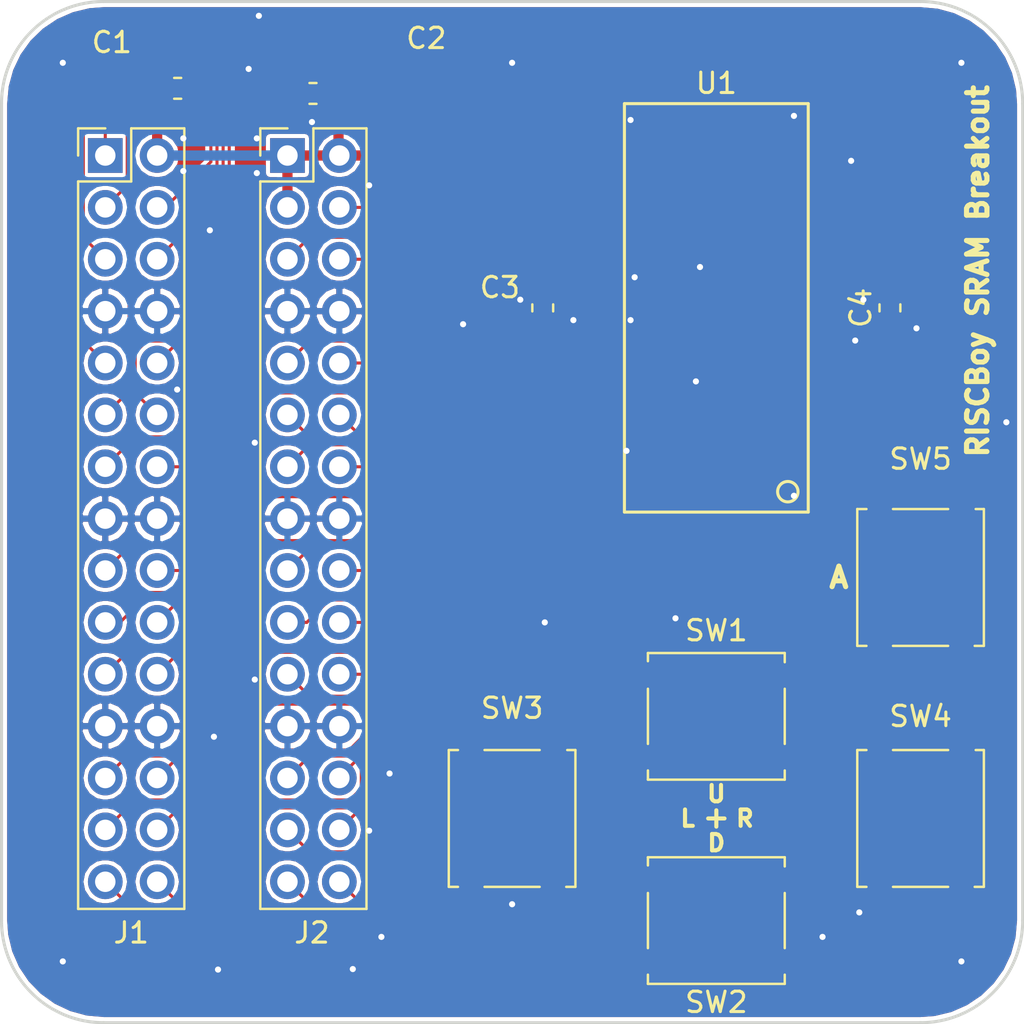
<source format=kicad_pcb>
(kicad_pcb (version 20171130) (host pcbnew 5.0.2-bee76a0~70~ubuntu18.04.1)

  (general
    (thickness 1.6)
    (drawings 16)
    (tracks 432)
    (zones 0)
    (modules 12)
    (nets 48)
  )

  (page A4)
  (layers
    (0 F.Cu signal)
    (31 B.Cu signal)
    (32 B.Adhes user)
    (33 F.Adhes user)
    (34 B.Paste user)
    (35 F.Paste user)
    (36 B.SilkS user)
    (37 F.SilkS user)
    (38 B.Mask user)
    (39 F.Mask user)
    (40 Dwgs.User user hide)
    (41 Cmts.User user hide)
    (42 Eco1.User user hide)
    (43 Eco2.User user hide)
    (44 Edge.Cuts user)
    (45 Margin user)
    (46 B.CrtYd user)
    (47 F.CrtYd user)
    (48 B.Fab user hide)
    (49 F.Fab user hide)
  )

  (setup
    (last_trace_width 0.3)
    (user_trace_width 0.15)
    (user_trace_width 0.2)
    (user_trace_width 0.3)
    (user_trace_width 0.5)
    (trace_clearance 0.15)
    (zone_clearance 0.2)
    (zone_45_only no)
    (trace_min 0.15)
    (segment_width 0.2)
    (edge_width 0.15)
    (via_size 0.6)
    (via_drill 0.3)
    (via_min_size 0.6)
    (via_min_drill 0.3)
    (user_via 0.6 0.3)
    (uvia_size 0.3)
    (uvia_drill 0.1)
    (uvias_allowed no)
    (uvia_min_size 0.2)
    (uvia_min_drill 0.1)
    (pcb_text_width 0.3)
    (pcb_text_size 1.5 1.5)
    (mod_edge_width 0.15)
    (mod_text_size 1 1)
    (mod_text_width 0.15)
    (pad_size 1.524 1.524)
    (pad_drill 0.762)
    (pad_to_mask_clearance 0.051)
    (solder_mask_min_width 0.25)
    (aux_axis_origin 0 0)
    (visible_elements FFFFFF7F)
    (pcbplotparams
      (layerselection 0x010fc_ffffffff)
      (usegerberextensions false)
      (usegerberattributes false)
      (usegerberadvancedattributes false)
      (creategerberjobfile false)
      (excludeedgelayer true)
      (linewidth 0.100000)
      (plotframeref false)
      (viasonmask false)
      (mode 1)
      (useauxorigin false)
      (hpglpennumber 1)
      (hpglpenspeed 20)
      (hpglpendiameter 15.000000)
      (psnegative false)
      (psa4output false)
      (plotreference true)
      (plotvalue true)
      (plotinvisibletext false)
      (padsonsilk false)
      (subtractmaskfromsilk false)
      (outputformat 1)
      (mirror false)
      (drillshape 1)
      (scaleselection 1)
      (outputdirectory ""))
  )

  (net 0 "")
  (net 1 +3V3)
  (net 2 GND)
  (net 3 /R16)
  (net 4 /T15)
  (net 5 /T16)
  (net 6 /T13)
  (net 7 /T14)
  (net 8 /N12)
  (net 9 /P13)
  (net 10 /N10)
  (net 11 /M11)
  (net 12 /T11)
  (net 13 /P10)
  (net 14 /T10)
  (net 15 /R10)
  (net 16 /P8)
  (net 17 /P9)
  (net 18 /T9)
  (net 19 /R9)
  (net 20 /T7)
  (net 21 /T8)
  (net 22 /T6)
  (net 23 /R6)
  (net 24 /T5)
  (net 25 /R5)
  (net 26 /F1)
  (net 27 /E2)
  (net 28 /G1)
  (net 29 /F2)
  (net 30 /H1)
  (net 31 /G2)
  (net 32 /J3)
  (net 33 /H2)
  (net 34 /J1)
  (net 35 /J2)
  (net 36 /K1)
  (net 37 /K3)
  (net 38 /L1)
  (net 39 /L3)
  (net 40 /M1)
  (net 41 /M2)
  (net 42 /N2)
  (net 43 /N3)
  (net 44 /P2)
  (net 45 /P1)
  (net 46 /R1)
  (net 47 "Net-(U1-Pad28)")

  (net_class Default "This is the default net class."
    (clearance 0.15)
    (trace_width 0.15)
    (via_dia 0.6)
    (via_drill 0.3)
    (uvia_dia 0.3)
    (uvia_drill 0.1)
    (add_net +3V3)
    (add_net /E2)
    (add_net /F1)
    (add_net /F2)
    (add_net /G1)
    (add_net /G2)
    (add_net /H1)
    (add_net /H2)
    (add_net /J1)
    (add_net /J2)
    (add_net /J3)
    (add_net /K1)
    (add_net /K3)
    (add_net /L1)
    (add_net /L3)
    (add_net /M1)
    (add_net /M11)
    (add_net /M2)
    (add_net /N10)
    (add_net /N12)
    (add_net /N2)
    (add_net /N3)
    (add_net /P1)
    (add_net /P10)
    (add_net /P13)
    (add_net /P2)
    (add_net /P8)
    (add_net /P9)
    (add_net /R1)
    (add_net /R10)
    (add_net /R16)
    (add_net /R5)
    (add_net /R6)
    (add_net /R9)
    (add_net /T10)
    (add_net /T11)
    (add_net /T13)
    (add_net /T14)
    (add_net /T15)
    (add_net /T16)
    (add_net /T5)
    (add_net /T6)
    (add_net /T7)
    (add_net /T8)
    (add_net /T9)
    (add_net GND)
    (add_net "Net-(U1-Pad28)")
  )

  (module Capacitor_SMD:C_0603_1608Metric_Pad1.05x0.95mm_HandSolder (layer F.Cu) (tedit 5B301BBE) (tstamp 5CBE178D)
    (at 128.625 79.25)
    (descr "Capacitor SMD 0603 (1608 Metric), square (rectangular) end terminal, IPC_7351 nominal with elongated pad for handsoldering. (Body size source: http://www.tortai-tech.com/upload/download/2011102023233369053.pdf), generated with kicad-footprint-generator")
    (tags "capacitor handsolder")
    (path /5CA6F64A)
    (attr smd)
    (fp_text reference C1 (at -3.225 -2.25) (layer F.SilkS)
      (effects (font (size 1 1) (thickness 0.15)))
    )
    (fp_text value 1u (at 0 1.43) (layer F.Fab)
      (effects (font (size 1 1) (thickness 0.15)))
    )
    (fp_line (start -0.8 0.4) (end -0.8 -0.4) (layer F.Fab) (width 0.1))
    (fp_line (start -0.8 -0.4) (end 0.8 -0.4) (layer F.Fab) (width 0.1))
    (fp_line (start 0.8 -0.4) (end 0.8 0.4) (layer F.Fab) (width 0.1))
    (fp_line (start 0.8 0.4) (end -0.8 0.4) (layer F.Fab) (width 0.1))
    (fp_line (start -0.171267 -0.51) (end 0.171267 -0.51) (layer F.SilkS) (width 0.12))
    (fp_line (start -0.171267 0.51) (end 0.171267 0.51) (layer F.SilkS) (width 0.12))
    (fp_line (start -1.65 0.73) (end -1.65 -0.73) (layer F.CrtYd) (width 0.05))
    (fp_line (start -1.65 -0.73) (end 1.65 -0.73) (layer F.CrtYd) (width 0.05))
    (fp_line (start 1.65 -0.73) (end 1.65 0.73) (layer F.CrtYd) (width 0.05))
    (fp_line (start 1.65 0.73) (end -1.65 0.73) (layer F.CrtYd) (width 0.05))
    (fp_text user %R (at 0 0) (layer F.Fab)
      (effects (font (size 0.4 0.4) (thickness 0.06)))
    )
    (pad 1 smd roundrect (at -0.875 0) (size 1.05 0.95) (layers F.Cu F.Paste F.Mask) (roundrect_rratio 0.25)
      (net 1 +3V3))
    (pad 2 smd roundrect (at 0.875 0) (size 1.05 0.95) (layers F.Cu F.Paste F.Mask) (roundrect_rratio 0.25)
      (net 2 GND))
    (model ${KISYS3DMOD}/Capacitor_SMD.3dshapes/C_0603_1608Metric.wrl
      (at (xyz 0 0 0))
      (scale (xyz 1 1 1))
      (rotate (xyz 0 0 0))
    )
  )

  (module Capacitor_SMD:C_0603_1608Metric_Pad1.05x0.95mm_HandSolder (layer F.Cu) (tedit 5B301BBE) (tstamp 5CBE179E)
    (at 135.25 79.5 180)
    (descr "Capacitor SMD 0603 (1608 Metric), square (rectangular) end terminal, IPC_7351 nominal with elongated pad for handsoldering. (Body size source: http://www.tortai-tech.com/upload/download/2011102023233369053.pdf), generated with kicad-footprint-generator")
    (tags "capacitor handsolder")
    (path /5CA744FC)
    (attr smd)
    (fp_text reference C2 (at -5.55 2.7 180) (layer F.SilkS)
      (effects (font (size 1 1) (thickness 0.15)))
    )
    (fp_text value 1u (at 0 1.43 180) (layer F.Fab)
      (effects (font (size 1 1) (thickness 0.15)))
    )
    (fp_text user %R (at 0 0 180) (layer F.Fab)
      (effects (font (size 0.4 0.4) (thickness 0.06)))
    )
    (fp_line (start 1.65 0.73) (end -1.65 0.73) (layer F.CrtYd) (width 0.05))
    (fp_line (start 1.65 -0.73) (end 1.65 0.73) (layer F.CrtYd) (width 0.05))
    (fp_line (start -1.65 -0.73) (end 1.65 -0.73) (layer F.CrtYd) (width 0.05))
    (fp_line (start -1.65 0.73) (end -1.65 -0.73) (layer F.CrtYd) (width 0.05))
    (fp_line (start -0.171267 0.51) (end 0.171267 0.51) (layer F.SilkS) (width 0.12))
    (fp_line (start -0.171267 -0.51) (end 0.171267 -0.51) (layer F.SilkS) (width 0.12))
    (fp_line (start 0.8 0.4) (end -0.8 0.4) (layer F.Fab) (width 0.1))
    (fp_line (start 0.8 -0.4) (end 0.8 0.4) (layer F.Fab) (width 0.1))
    (fp_line (start -0.8 -0.4) (end 0.8 -0.4) (layer F.Fab) (width 0.1))
    (fp_line (start -0.8 0.4) (end -0.8 -0.4) (layer F.Fab) (width 0.1))
    (pad 2 smd roundrect (at 0.875 0 180) (size 1.05 0.95) (layers F.Cu F.Paste F.Mask) (roundrect_rratio 0.25)
      (net 2 GND))
    (pad 1 smd roundrect (at -0.875 0 180) (size 1.05 0.95) (layers F.Cu F.Paste F.Mask) (roundrect_rratio 0.25)
      (net 1 +3V3))
    (model ${KISYS3DMOD}/Capacitor_SMD.3dshapes/C_0603_1608Metric.wrl
      (at (xyz 0 0 0))
      (scale (xyz 1 1 1))
      (rotate (xyz 0 0 0))
    )
  )

  (module Capacitor_SMD:C_0603_1608Metric_Pad1.05x0.95mm_HandSolder (layer F.Cu) (tedit 5B301BBE) (tstamp 5CBE17AF)
    (at 146.5 90 270)
    (descr "Capacitor SMD 0603 (1608 Metric), square (rectangular) end terminal, IPC_7351 nominal with elongated pad for handsoldering. (Body size source: http://www.tortai-tech.com/upload/download/2011102023233369053.pdf), generated with kicad-footprint-generator")
    (tags "capacitor handsolder")
    (path /5CA760C1)
    (attr smd)
    (fp_text reference C3 (at -1 2.1) (layer F.SilkS)
      (effects (font (size 1 1) (thickness 0.15)))
    )
    (fp_text value 100n (at 0 1.43 270) (layer F.Fab)
      (effects (font (size 1 1) (thickness 0.15)))
    )
    (fp_line (start -0.8 0.4) (end -0.8 -0.4) (layer F.Fab) (width 0.1))
    (fp_line (start -0.8 -0.4) (end 0.8 -0.4) (layer F.Fab) (width 0.1))
    (fp_line (start 0.8 -0.4) (end 0.8 0.4) (layer F.Fab) (width 0.1))
    (fp_line (start 0.8 0.4) (end -0.8 0.4) (layer F.Fab) (width 0.1))
    (fp_line (start -0.171267 -0.51) (end 0.171267 -0.51) (layer F.SilkS) (width 0.12))
    (fp_line (start -0.171267 0.51) (end 0.171267 0.51) (layer F.SilkS) (width 0.12))
    (fp_line (start -1.65 0.73) (end -1.65 -0.73) (layer F.CrtYd) (width 0.05))
    (fp_line (start -1.65 -0.73) (end 1.65 -0.73) (layer F.CrtYd) (width 0.05))
    (fp_line (start 1.65 -0.73) (end 1.65 0.73) (layer F.CrtYd) (width 0.05))
    (fp_line (start 1.65 0.73) (end -1.65 0.73) (layer F.CrtYd) (width 0.05))
    (fp_text user %R (at 0 0 270) (layer F.Fab)
      (effects (font (size 0.4 0.4) (thickness 0.06)))
    )
    (pad 1 smd roundrect (at -0.875 0 270) (size 1.05 0.95) (layers F.Cu F.Paste F.Mask) (roundrect_rratio 0.25)
      (net 1 +3V3))
    (pad 2 smd roundrect (at 0.875 0 270) (size 1.05 0.95) (layers F.Cu F.Paste F.Mask) (roundrect_rratio 0.25)
      (net 2 GND))
    (model ${KISYS3DMOD}/Capacitor_SMD.3dshapes/C_0603_1608Metric.wrl
      (at (xyz 0 0 0))
      (scale (xyz 1 1 1))
      (rotate (xyz 0 0 0))
    )
  )

  (module Capacitor_SMD:C_0603_1608Metric_Pad1.05x0.95mm_HandSolder (layer F.Cu) (tedit 5B301BBE) (tstamp 5CBE17C0)
    (at 163.5 90 90)
    (descr "Capacitor SMD 0603 (1608 Metric), square (rectangular) end terminal, IPC_7351 nominal with elongated pad for handsoldering. (Body size source: http://www.tortai-tech.com/upload/download/2011102023233369053.pdf), generated with kicad-footprint-generator")
    (tags "capacitor handsolder")
    (path /5CA760D5)
    (attr smd)
    (fp_text reference C4 (at 0 -1.43 90) (layer F.SilkS)
      (effects (font (size 1 1) (thickness 0.15)))
    )
    (fp_text value 100n (at 0 1.43 90) (layer F.Fab)
      (effects (font (size 1 1) (thickness 0.15)))
    )
    (fp_text user %R (at 0 0 90) (layer F.Fab)
      (effects (font (size 0.4 0.4) (thickness 0.06)))
    )
    (fp_line (start 1.65 0.73) (end -1.65 0.73) (layer F.CrtYd) (width 0.05))
    (fp_line (start 1.65 -0.73) (end 1.65 0.73) (layer F.CrtYd) (width 0.05))
    (fp_line (start -1.65 -0.73) (end 1.65 -0.73) (layer F.CrtYd) (width 0.05))
    (fp_line (start -1.65 0.73) (end -1.65 -0.73) (layer F.CrtYd) (width 0.05))
    (fp_line (start -0.171267 0.51) (end 0.171267 0.51) (layer F.SilkS) (width 0.12))
    (fp_line (start -0.171267 -0.51) (end 0.171267 -0.51) (layer F.SilkS) (width 0.12))
    (fp_line (start 0.8 0.4) (end -0.8 0.4) (layer F.Fab) (width 0.1))
    (fp_line (start 0.8 -0.4) (end 0.8 0.4) (layer F.Fab) (width 0.1))
    (fp_line (start -0.8 -0.4) (end 0.8 -0.4) (layer F.Fab) (width 0.1))
    (fp_line (start -0.8 0.4) (end -0.8 -0.4) (layer F.Fab) (width 0.1))
    (pad 2 smd roundrect (at 0.875 0 90) (size 1.05 0.95) (layers F.Cu F.Paste F.Mask) (roundrect_rratio 0.25)
      (net 2 GND))
    (pad 1 smd roundrect (at -0.875 0 90) (size 1.05 0.95) (layers F.Cu F.Paste F.Mask) (roundrect_rratio 0.25)
      (net 1 +3V3))
    (model ${KISYS3DMOD}/Capacitor_SMD.3dshapes/C_0603_1608Metric.wrl
      (at (xyz 0 0 0))
      (scale (xyz 1 1 1))
      (rotate (xyz 0 0 0))
    )
  )

  (module Connector_PinHeader_2.54mm:PinHeader_2x15_P2.54mm_Vertical (layer F.Cu) (tedit 5CA65033) (tstamp 5CBE24D2)
    (at 125.08 82.54)
    (descr "Through hole straight pin header, 2x15, 2.54mm pitch, double rows")
    (tags "Through hole pin header THT 2x15 2.54mm double row")
    (path /5CA64F4F)
    (fp_text reference J1 (at 1.27 38.06) (layer F.SilkS)
      (effects (font (size 1 1) (thickness 0.15)))
    )
    (fp_text value Conn_02x15_Odd_Even (at 1.27 37.89) (layer F.Fab) hide
      (effects (font (size 1 1) (thickness 0.15)))
    )
    (fp_line (start 0 -1.27) (end 3.81 -1.27) (layer F.Fab) (width 0.1))
    (fp_line (start 3.81 -1.27) (end 3.81 36.83) (layer F.Fab) (width 0.1))
    (fp_line (start 3.81 36.83) (end -1.27 36.83) (layer F.Fab) (width 0.1))
    (fp_line (start -1.27 36.83) (end -1.27 0) (layer F.Fab) (width 0.1))
    (fp_line (start -1.27 0) (end 0 -1.27) (layer F.Fab) (width 0.1))
    (fp_line (start -1.33 36.89) (end 3.87 36.89) (layer F.SilkS) (width 0.12))
    (fp_line (start -1.33 1.27) (end -1.33 36.89) (layer F.SilkS) (width 0.12))
    (fp_line (start 3.87 -1.33) (end 3.87 36.89) (layer F.SilkS) (width 0.12))
    (fp_line (start -1.33 1.27) (end 1.27 1.27) (layer F.SilkS) (width 0.12))
    (fp_line (start 1.27 1.27) (end 1.27 -1.33) (layer F.SilkS) (width 0.12))
    (fp_line (start 1.27 -1.33) (end 3.87 -1.33) (layer F.SilkS) (width 0.12))
    (fp_line (start -1.33 0) (end -1.33 -1.33) (layer F.SilkS) (width 0.12))
    (fp_line (start -1.33 -1.33) (end 0 -1.33) (layer F.SilkS) (width 0.12))
    (fp_line (start -1.8 -1.8) (end -1.8 37.35) (layer F.CrtYd) (width 0.05))
    (fp_line (start -1.8 37.35) (end 4.35 37.35) (layer F.CrtYd) (width 0.05))
    (fp_line (start 4.35 37.35) (end 4.35 -1.8) (layer F.CrtYd) (width 0.05))
    (fp_line (start 4.35 -1.8) (end -1.8 -1.8) (layer F.CrtYd) (width 0.05))
    (fp_text user %R (at 5 25 90) (layer F.Fab)
      (effects (font (size 1 1) (thickness 0.15)))
    )
    (pad 1 thru_hole rect (at 0 0) (size 1.7 1.7) (drill 1) (layers *.Cu *.Mask)
      (net 3 /R16))
    (pad 2 thru_hole oval (at 2.54 0) (size 1.7 1.7) (drill 1) (layers *.Cu *.Mask)
      (net 1 +3V3))
    (pad 3 thru_hole oval (at 0 2.54) (size 1.7 1.7) (drill 1) (layers *.Cu *.Mask)
      (net 4 /T15))
    (pad 4 thru_hole oval (at 2.54 2.54) (size 1.7 1.7) (drill 1) (layers *.Cu *.Mask)
      (net 5 /T16))
    (pad 5 thru_hole oval (at 0 5.08) (size 1.7 1.7) (drill 1) (layers *.Cu *.Mask)
      (net 6 /T13))
    (pad 6 thru_hole oval (at 2.54 5.08) (size 1.7 1.7) (drill 1) (layers *.Cu *.Mask)
      (net 7 /T14))
    (pad 7 thru_hole oval (at 0 7.62) (size 1.7 1.7) (drill 1) (layers *.Cu *.Mask)
      (net 2 GND))
    (pad 8 thru_hole oval (at 2.54 7.62) (size 1.7 1.7) (drill 1) (layers *.Cu *.Mask)
      (net 2 GND))
    (pad 9 thru_hole oval (at 0 10.16) (size 1.7 1.7) (drill 1) (layers *.Cu *.Mask)
      (net 8 /N12))
    (pad 10 thru_hole oval (at 2.54 10.16) (size 1.7 1.7) (drill 1) (layers *.Cu *.Mask)
      (net 9 /P13))
    (pad 11 thru_hole oval (at 0 12.7) (size 1.7 1.7) (drill 1) (layers *.Cu *.Mask)
      (net 10 /N10))
    (pad 12 thru_hole oval (at 2.54 12.7) (size 1.7 1.7) (drill 1) (layers *.Cu *.Mask)
      (net 11 /M11))
    (pad 13 thru_hole oval (at 0 15.24) (size 1.7 1.7) (drill 1) (layers *.Cu *.Mask)
      (net 12 /T11))
    (pad 14 thru_hole oval (at 2.54 15.24) (size 1.7 1.7) (drill 1) (layers *.Cu *.Mask)
      (net 13 /P10))
    (pad 15 thru_hole oval (at 0 17.78) (size 1.7 1.7) (drill 1) (layers *.Cu *.Mask)
      (net 2 GND))
    (pad 16 thru_hole oval (at 2.54 17.78) (size 1.7 1.7) (drill 1) (layers *.Cu *.Mask)
      (net 2 GND))
    (pad 17 thru_hole oval (at 0 20.32) (size 1.7 1.7) (drill 1) (layers *.Cu *.Mask)
      (net 14 /T10))
    (pad 18 thru_hole oval (at 2.54 20.32) (size 1.7 1.7) (drill 1) (layers *.Cu *.Mask)
      (net 15 /R10))
    (pad 19 thru_hole oval (at 0 22.86) (size 1.7 1.7) (drill 1) (layers *.Cu *.Mask)
      (net 16 /P8))
    (pad 20 thru_hole oval (at 2.54 22.86) (size 1.7 1.7) (drill 1) (layers *.Cu *.Mask)
      (net 17 /P9))
    (pad 21 thru_hole oval (at 0 25.4) (size 1.7 1.7) (drill 1) (layers *.Cu *.Mask)
      (net 18 /T9))
    (pad 22 thru_hole oval (at 2.54 25.4) (size 1.7 1.7) (drill 1) (layers *.Cu *.Mask)
      (net 19 /R9))
    (pad 23 thru_hole oval (at 0 27.94) (size 1.7 1.7) (drill 1) (layers *.Cu *.Mask)
      (net 2 GND))
    (pad 24 thru_hole oval (at 2.54 27.94) (size 1.7 1.7) (drill 1) (layers *.Cu *.Mask)
      (net 2 GND))
    (pad 25 thru_hole oval (at 0 30.48) (size 1.7 1.7) (drill 1) (layers *.Cu *.Mask)
      (net 20 /T7))
    (pad 26 thru_hole oval (at 2.54 30.48) (size 1.7 1.7) (drill 1) (layers *.Cu *.Mask)
      (net 21 /T8))
    (pad 27 thru_hole oval (at 0 33.02) (size 1.7 1.7) (drill 1) (layers *.Cu *.Mask)
      (net 22 /T6))
    (pad 28 thru_hole oval (at 2.54 33.02) (size 1.7 1.7) (drill 1) (layers *.Cu *.Mask)
      (net 23 /R6))
    (pad 29 thru_hole oval (at 0 35.56) (size 1.7 1.7) (drill 1) (layers *.Cu *.Mask)
      (net 24 /T5))
    (pad 30 thru_hole oval (at 2.54 35.56) (size 1.7 1.7) (drill 1) (layers *.Cu *.Mask)
      (net 25 /R5))
    (model ${KISYS3DMOD}/Connector_PinHeader_2.54mm.3dshapes/PinHeader_2x15_P2.54mm_Vertical.wrl
      (at (xyz 0 0 0))
      (scale (xyz 1 1 1))
      (rotate (xyz 0 0 0))
    )
  )

  (module Connector_PinHeader_2.54mm:PinHeader_2x15_P2.54mm_Vertical (layer F.Cu) (tedit 5CA65030) (tstamp 5CBE2439)
    (at 134 82.54)
    (descr "Through hole straight pin header, 2x15, 2.54mm pitch, double rows")
    (tags "Through hole pin header THT 2x15 2.54mm double row")
    (path /5CA65E5B)
    (fp_text reference J2 (at 1.2 38.06) (layer F.SilkS)
      (effects (font (size 1 1) (thickness 0.15)))
    )
    (fp_text value Conn_02x15_Odd_Even (at 1.27 37.89) (layer F.Fab) hide
      (effects (font (size 1 1) (thickness 0.15)))
    )
    (fp_line (start 0 -1.27) (end 3.81 -1.27) (layer F.Fab) (width 0.1))
    (fp_line (start 3.81 -1.27) (end 3.81 36.83) (layer F.Fab) (width 0.1))
    (fp_line (start 3.81 36.83) (end -1.27 36.83) (layer F.Fab) (width 0.1))
    (fp_line (start -1.27 36.83) (end -1.27 0) (layer F.Fab) (width 0.1))
    (fp_line (start -1.27 0) (end 0 -1.27) (layer F.Fab) (width 0.1))
    (fp_line (start -1.33 36.89) (end 3.87 36.89) (layer F.SilkS) (width 0.12))
    (fp_line (start -1.33 1.27) (end -1.33 36.89) (layer F.SilkS) (width 0.12))
    (fp_line (start 3.87 -1.33) (end 3.87 36.89) (layer F.SilkS) (width 0.12))
    (fp_line (start -1.33 1.27) (end 1.27 1.27) (layer F.SilkS) (width 0.12))
    (fp_line (start 1.27 1.27) (end 1.27 -1.33) (layer F.SilkS) (width 0.12))
    (fp_line (start 1.27 -1.33) (end 3.87 -1.33) (layer F.SilkS) (width 0.12))
    (fp_line (start -1.33 0) (end -1.33 -1.33) (layer F.SilkS) (width 0.12))
    (fp_line (start -1.33 -1.33) (end 0 -1.33) (layer F.SilkS) (width 0.12))
    (fp_line (start -1.8 -1.8) (end -1.8 37.35) (layer F.CrtYd) (width 0.05))
    (fp_line (start -1.8 37.35) (end 4.35 37.35) (layer F.CrtYd) (width 0.05))
    (fp_line (start 4.35 37.35) (end 4.35 -1.8) (layer F.CrtYd) (width 0.05))
    (fp_line (start 4.35 -1.8) (end -1.8 -1.8) (layer F.CrtYd) (width 0.05))
    (fp_text user %R (at 1.27 17.78 90) (layer F.Fab)
      (effects (font (size 1 1) (thickness 0.15)))
    )
    (pad 1 thru_hole rect (at 0 0) (size 1.7 1.7) (drill 1) (layers *.Cu *.Mask)
      (net 1 +3V3))
    (pad 2 thru_hole oval (at 2.54 0) (size 1.7 1.7) (drill 1) (layers *.Cu *.Mask)
      (net 1 +3V3))
    (pad 3 thru_hole oval (at 0 2.54) (size 1.7 1.7) (drill 1) (layers *.Cu *.Mask)
      (net 1 +3V3))
    (pad 4 thru_hole oval (at 2.54 2.54) (size 1.7 1.7) (drill 1) (layers *.Cu *.Mask)
      (net 46 /R1))
    (pad 5 thru_hole oval (at 0 5.08) (size 1.7 1.7) (drill 1) (layers *.Cu *.Mask)
      (net 45 /P1))
    (pad 6 thru_hole oval (at 2.54 5.08) (size 1.7 1.7) (drill 1) (layers *.Cu *.Mask)
      (net 44 /P2))
    (pad 7 thru_hole oval (at 0 7.62) (size 1.7 1.7) (drill 1) (layers *.Cu *.Mask)
      (net 2 GND))
    (pad 8 thru_hole oval (at 2.54 7.62) (size 1.7 1.7) (drill 1) (layers *.Cu *.Mask)
      (net 2 GND))
    (pad 9 thru_hole oval (at 0 10.16) (size 1.7 1.7) (drill 1) (layers *.Cu *.Mask)
      (net 43 /N3))
    (pad 10 thru_hole oval (at 2.54 10.16) (size 1.7 1.7) (drill 1) (layers *.Cu *.Mask)
      (net 42 /N2))
    (pad 11 thru_hole oval (at 0 12.7) (size 1.7 1.7) (drill 1) (layers *.Cu *.Mask)
      (net 41 /M2))
    (pad 12 thru_hole oval (at 2.54 12.7) (size 1.7 1.7) (drill 1) (layers *.Cu *.Mask)
      (net 40 /M1))
    (pad 13 thru_hole oval (at 0 15.24) (size 1.7 1.7) (drill 1) (layers *.Cu *.Mask)
      (net 39 /L3))
    (pad 14 thru_hole oval (at 2.54 15.24) (size 1.7 1.7) (drill 1) (layers *.Cu *.Mask)
      (net 38 /L1))
    (pad 15 thru_hole oval (at 0 17.78) (size 1.7 1.7) (drill 1) (layers *.Cu *.Mask)
      (net 2 GND))
    (pad 16 thru_hole oval (at 2.54 17.78) (size 1.7 1.7) (drill 1) (layers *.Cu *.Mask)
      (net 2 GND))
    (pad 17 thru_hole oval (at 0 20.32) (size 1.7 1.7) (drill 1) (layers *.Cu *.Mask)
      (net 37 /K3))
    (pad 18 thru_hole oval (at 2.54 20.32) (size 1.7 1.7) (drill 1) (layers *.Cu *.Mask)
      (net 36 /K1))
    (pad 19 thru_hole oval (at 0 22.86) (size 1.7 1.7) (drill 1) (layers *.Cu *.Mask)
      (net 35 /J2))
    (pad 20 thru_hole oval (at 2.54 22.86) (size 1.7 1.7) (drill 1) (layers *.Cu *.Mask)
      (net 34 /J1))
    (pad 21 thru_hole oval (at 0 25.4) (size 1.7 1.7) (drill 1) (layers *.Cu *.Mask)
      (net 33 /H2))
    (pad 22 thru_hole oval (at 2.54 25.4) (size 1.7 1.7) (drill 1) (layers *.Cu *.Mask)
      (net 32 /J3))
    (pad 23 thru_hole oval (at 0 27.94) (size 1.7 1.7) (drill 1) (layers *.Cu *.Mask)
      (net 2 GND))
    (pad 24 thru_hole oval (at 2.54 27.94) (size 1.7 1.7) (drill 1) (layers *.Cu *.Mask)
      (net 2 GND))
    (pad 25 thru_hole oval (at 0 30.48) (size 1.7 1.7) (drill 1) (layers *.Cu *.Mask)
      (net 31 /G2))
    (pad 26 thru_hole oval (at 2.54 30.48) (size 1.7 1.7) (drill 1) (layers *.Cu *.Mask)
      (net 30 /H1))
    (pad 27 thru_hole oval (at 0 33.02) (size 1.7 1.7) (drill 1) (layers *.Cu *.Mask)
      (net 29 /F2))
    (pad 28 thru_hole oval (at 2.54 33.02) (size 1.7 1.7) (drill 1) (layers *.Cu *.Mask)
      (net 28 /G1))
    (pad 29 thru_hole oval (at 0 35.56) (size 1.7 1.7) (drill 1) (layers *.Cu *.Mask)
      (net 27 /E2))
    (pad 30 thru_hole oval (at 2.54 35.56) (size 1.7 1.7) (drill 1) (layers *.Cu *.Mask)
      (net 26 /F1))
    (model ${KISYS3DMOD}/Connector_PinHeader_2.54mm.3dshapes/PinHeader_2x15_P2.54mm_Vertical.wrl
      (at (xyz 0 0 0))
      (scale (xyz 1 1 1))
      (rotate (xyz 0 0 0))
    )
  )

  (module Button_Switch_SMD:SW_SPST_EVQP0 (layer F.Cu) (tedit 5A02FC95) (tstamp 5CBE1842)
    (at 155 110 180)
    (descr "Light Touch Switch, https://industrial.panasonic.com/cdbs/www-data/pdf/ATK0000/ATK0000CE28.pdf")
    (path /5CA90704)
    (attr smd)
    (fp_text reference SW1 (at 0 4.2 180) (layer F.SilkS)
      (effects (font (size 1 1) (thickness 0.15)))
    )
    (fp_text value Switch_SW_Push (at 0 4.25 180) (layer F.Fab)
      (effects (font (size 1 1) (thickness 0.15)))
    )
    (fp_line (start -3.35 2.65) (end -3.35 3.1) (layer F.SilkS) (width 0.12))
    (fp_line (start -3.35 3.1) (end 3.35 3.1) (layer F.SilkS) (width 0.12))
    (fp_line (start 3.35 3.1) (end 3.35 2.7) (layer F.SilkS) (width 0.12))
    (fp_line (start -3.35 1.35) (end -3.35 -1.35) (layer F.SilkS) (width 0.12))
    (fp_line (start 3.35 -1.35) (end 3.35 1.35) (layer F.SilkS) (width 0.12))
    (fp_line (start -3.35 -3.1) (end 3.35 -3.1) (layer F.SilkS) (width 0.12))
    (fp_line (start 3.35 -3.1) (end 3.35 -2.65) (layer F.SilkS) (width 0.12))
    (fp_line (start -3.35 -2.65) (end -3.35 -3.1) (layer F.SilkS) (width 0.12))
    (fp_line (start -3.25 -3) (end 3.25 -3) (layer F.Fab) (width 0.1))
    (fp_line (start 3.25 -3) (end 3.25 3) (layer F.Fab) (width 0.1))
    (fp_line (start 3.25 3) (end -3.25 3) (layer F.Fab) (width 0.1))
    (fp_line (start -3.25 3) (end -3.25 -3) (layer F.Fab) (width 0.1))
    (fp_text user %R (at 0 -3.9 180) (layer F.Fab)
      (effects (font (size 1 1) (thickness 0.15)))
    )
    (fp_line (start -4.5 -3.25) (end 4.5 -3.25) (layer F.CrtYd) (width 0.05))
    (fp_line (start 4.5 -3.25) (end 4.5 3.25) (layer F.CrtYd) (width 0.05))
    (fp_line (start 4.5 3.25) (end -4.5 3.25) (layer F.CrtYd) (width 0.05))
    (fp_line (start -4.5 3.25) (end -4.5 -3.25) (layer F.CrtYd) (width 0.05))
    (fp_circle (center 0 0) (end 1.7 0) (layer F.Fab) (width 0.1))
    (pad 1 smd rect (at 2.88 -2 180) (size 2.75 1) (layers F.Cu F.Paste F.Mask)
      (net 26 /F1))
    (pad 1 smd rect (at -2.88 -2 180) (size 2.75 1) (layers F.Cu F.Paste F.Mask)
      (net 26 /F1))
    (pad 2 smd rect (at -2.88 2 180) (size 2.75 1) (layers F.Cu F.Paste F.Mask)
      (net 2 GND))
    (pad 2 smd rect (at 2.88 2 180) (size 2.75 1) (layers F.Cu F.Paste F.Mask)
      (net 2 GND))
    (model ${KISYS3DMOD}/Button_Switch_SMD.3dshapes/SW_SPST_EVQP0.wrl
      (at (xyz 0 0 0))
      (scale (xyz 1 1 1))
      (rotate (xyz 0 0 0))
    )
  )

  (module Button_Switch_SMD:SW_SPST_EVQP0 (layer F.Cu) (tedit 5CA6736D) (tstamp 5CBE185C)
    (at 155 120 180)
    (descr "Light Touch Switch, https://industrial.panasonic.com/cdbs/www-data/pdf/ATK0000/ATK0000CE28.pdf")
    (path /5CA9086D)
    (attr smd)
    (fp_text reference SW2 (at 0 -4 180) (layer F.SilkS)
      (effects (font (size 1 1) (thickness 0.15)))
    )
    (fp_text value Switch_SW_Push (at 0 4.25 180) (layer F.Fab)
      (effects (font (size 1 1) (thickness 0.15)))
    )
    (fp_circle (center 0 0) (end 1.7 0) (layer F.Fab) (width 0.1))
    (fp_line (start -4.5 3.25) (end -4.5 -3.25) (layer F.CrtYd) (width 0.05))
    (fp_line (start 4.5 3.25) (end -4.5 3.25) (layer F.CrtYd) (width 0.05))
    (fp_line (start 4.5 -3.25) (end 4.5 3.25) (layer F.CrtYd) (width 0.05))
    (fp_line (start -4.5 -3.25) (end 4.5 -3.25) (layer F.CrtYd) (width 0.05))
    (fp_text user %R (at 0 -3.9 180) (layer F.Fab)
      (effects (font (size 1 1) (thickness 0.15)))
    )
    (fp_line (start -3.25 3) (end -3.25 -3) (layer F.Fab) (width 0.1))
    (fp_line (start 3.25 3) (end -3.25 3) (layer F.Fab) (width 0.1))
    (fp_line (start 3.25 -3) (end 3.25 3) (layer F.Fab) (width 0.1))
    (fp_line (start -3.25 -3) (end 3.25 -3) (layer F.Fab) (width 0.1))
    (fp_line (start -3.35 -2.65) (end -3.35 -3.1) (layer F.SilkS) (width 0.12))
    (fp_line (start 3.35 -3.1) (end 3.35 -2.65) (layer F.SilkS) (width 0.12))
    (fp_line (start -3.35 -3.1) (end 3.35 -3.1) (layer F.SilkS) (width 0.12))
    (fp_line (start 3.35 -1.35) (end 3.35 1.35) (layer F.SilkS) (width 0.12))
    (fp_line (start -3.35 1.35) (end -3.35 -1.35) (layer F.SilkS) (width 0.12))
    (fp_line (start 3.35 3.1) (end 3.35 2.7) (layer F.SilkS) (width 0.12))
    (fp_line (start -3.35 3.1) (end 3.35 3.1) (layer F.SilkS) (width 0.12))
    (fp_line (start -3.35 2.65) (end -3.35 3.1) (layer F.SilkS) (width 0.12))
    (pad 2 smd rect (at 2.88 2 180) (size 2.75 1) (layers F.Cu F.Paste F.Mask)
      (net 2 GND))
    (pad 2 smd rect (at -2.88 2 180) (size 2.75 1) (layers F.Cu F.Paste F.Mask)
      (net 2 GND))
    (pad 1 smd rect (at -2.88 -2 180) (size 2.75 1) (layers F.Cu F.Paste F.Mask)
      (net 27 /E2))
    (pad 1 smd rect (at 2.88 -2 180) (size 2.75 1) (layers F.Cu F.Paste F.Mask)
      (net 27 /E2))
    (model ${KISYS3DMOD}/Button_Switch_SMD.3dshapes/SW_SPST_EVQP0.wrl
      (at (xyz 0 0 0))
      (scale (xyz 1 1 1))
      (rotate (xyz 0 0 0))
    )
  )

  (module Button_Switch_SMD:SW_SPST_EVQP0 (layer F.Cu) (tedit 5A02FC95) (tstamp 5CBE1876)
    (at 145 115 90)
    (descr "Light Touch Switch, https://industrial.panasonic.com/cdbs/www-data/pdf/ATK0000/ATK0000CE28.pdf")
    (path /5CA908A6)
    (attr smd)
    (fp_text reference SW3 (at 5.4 0 180) (layer F.SilkS)
      (effects (font (size 1 1) (thickness 0.15)))
    )
    (fp_text value Switch_SW_Push (at 0 4.25 90) (layer F.Fab)
      (effects (font (size 1 1) (thickness 0.15)))
    )
    (fp_line (start -3.35 2.65) (end -3.35 3.1) (layer F.SilkS) (width 0.12))
    (fp_line (start -3.35 3.1) (end 3.35 3.1) (layer F.SilkS) (width 0.12))
    (fp_line (start 3.35 3.1) (end 3.35 2.7) (layer F.SilkS) (width 0.12))
    (fp_line (start -3.35 1.35) (end -3.35 -1.35) (layer F.SilkS) (width 0.12))
    (fp_line (start 3.35 -1.35) (end 3.35 1.35) (layer F.SilkS) (width 0.12))
    (fp_line (start -3.35 -3.1) (end 3.35 -3.1) (layer F.SilkS) (width 0.12))
    (fp_line (start 3.35 -3.1) (end 3.35 -2.65) (layer F.SilkS) (width 0.12))
    (fp_line (start -3.35 -2.65) (end -3.35 -3.1) (layer F.SilkS) (width 0.12))
    (fp_line (start -3.25 -3) (end 3.25 -3) (layer F.Fab) (width 0.1))
    (fp_line (start 3.25 -3) (end 3.25 3) (layer F.Fab) (width 0.1))
    (fp_line (start 3.25 3) (end -3.25 3) (layer F.Fab) (width 0.1))
    (fp_line (start -3.25 3) (end -3.25 -3) (layer F.Fab) (width 0.1))
    (fp_text user %R (at 0 -3.9 90) (layer F.Fab)
      (effects (font (size 1 1) (thickness 0.15)))
    )
    (fp_line (start -4.5 -3.25) (end 4.5 -3.25) (layer F.CrtYd) (width 0.05))
    (fp_line (start 4.5 -3.25) (end 4.5 3.25) (layer F.CrtYd) (width 0.05))
    (fp_line (start 4.5 3.25) (end -4.5 3.25) (layer F.CrtYd) (width 0.05))
    (fp_line (start -4.5 3.25) (end -4.5 -3.25) (layer F.CrtYd) (width 0.05))
    (fp_circle (center 0 0) (end 1.7 0) (layer F.Fab) (width 0.1))
    (pad 1 smd rect (at 2.88 -2 90) (size 2.75 1) (layers F.Cu F.Paste F.Mask)
      (net 29 /F2))
    (pad 1 smd rect (at -2.88 -2 90) (size 2.75 1) (layers F.Cu F.Paste F.Mask)
      (net 29 /F2))
    (pad 2 smd rect (at -2.88 2 90) (size 2.75 1) (layers F.Cu F.Paste F.Mask)
      (net 2 GND))
    (pad 2 smd rect (at 2.88 2 90) (size 2.75 1) (layers F.Cu F.Paste F.Mask)
      (net 2 GND))
    (model ${KISYS3DMOD}/Button_Switch_SMD.3dshapes/SW_SPST_EVQP0.wrl
      (at (xyz 0 0 0))
      (scale (xyz 1 1 1))
      (rotate (xyz 0 0 0))
    )
  )

  (module Button_Switch_SMD:SW_SPST_EVQP0 (layer F.Cu) (tedit 5A02FC95) (tstamp 5CBE1890)
    (at 165 115 90)
    (descr "Light Touch Switch, https://industrial.panasonic.com/cdbs/www-data/pdf/ATK0000/ATK0000CE28.pdf")
    (path /5CA908E0)
    (attr smd)
    (fp_text reference SW4 (at 5 0 180) (layer F.SilkS)
      (effects (font (size 1 1) (thickness 0.15)))
    )
    (fp_text value Switch_SW_Push (at 0 4.25 90) (layer F.Fab)
      (effects (font (size 1 1) (thickness 0.15)))
    )
    (fp_circle (center 0 0) (end 1.7 0) (layer F.Fab) (width 0.1))
    (fp_line (start -4.5 3.25) (end -4.5 -3.25) (layer F.CrtYd) (width 0.05))
    (fp_line (start 4.5 3.25) (end -4.5 3.25) (layer F.CrtYd) (width 0.05))
    (fp_line (start 4.5 -3.25) (end 4.5 3.25) (layer F.CrtYd) (width 0.05))
    (fp_line (start -4.5 -3.25) (end 4.5 -3.25) (layer F.CrtYd) (width 0.05))
    (fp_text user %R (at 0 -3.9 90) (layer F.Fab)
      (effects (font (size 1 1) (thickness 0.15)))
    )
    (fp_line (start -3.25 3) (end -3.25 -3) (layer F.Fab) (width 0.1))
    (fp_line (start 3.25 3) (end -3.25 3) (layer F.Fab) (width 0.1))
    (fp_line (start 3.25 -3) (end 3.25 3) (layer F.Fab) (width 0.1))
    (fp_line (start -3.25 -3) (end 3.25 -3) (layer F.Fab) (width 0.1))
    (fp_line (start -3.35 -2.65) (end -3.35 -3.1) (layer F.SilkS) (width 0.12))
    (fp_line (start 3.35 -3.1) (end 3.35 -2.65) (layer F.SilkS) (width 0.12))
    (fp_line (start -3.35 -3.1) (end 3.35 -3.1) (layer F.SilkS) (width 0.12))
    (fp_line (start 3.35 -1.35) (end 3.35 1.35) (layer F.SilkS) (width 0.12))
    (fp_line (start -3.35 1.35) (end -3.35 -1.35) (layer F.SilkS) (width 0.12))
    (fp_line (start 3.35 3.1) (end 3.35 2.7) (layer F.SilkS) (width 0.12))
    (fp_line (start -3.35 3.1) (end 3.35 3.1) (layer F.SilkS) (width 0.12))
    (fp_line (start -3.35 2.65) (end -3.35 3.1) (layer F.SilkS) (width 0.12))
    (pad 2 smd rect (at 2.88 2 90) (size 2.75 1) (layers F.Cu F.Paste F.Mask)
      (net 2 GND))
    (pad 2 smd rect (at -2.88 2 90) (size 2.75 1) (layers F.Cu F.Paste F.Mask)
      (net 2 GND))
    (pad 1 smd rect (at -2.88 -2 90) (size 2.75 1) (layers F.Cu F.Paste F.Mask)
      (net 24 /T5))
    (pad 1 smd rect (at 2.88 -2 90) (size 2.75 1) (layers F.Cu F.Paste F.Mask)
      (net 24 /T5))
    (model ${KISYS3DMOD}/Button_Switch_SMD.3dshapes/SW_SPST_EVQP0.wrl
      (at (xyz 0 0 0))
      (scale (xyz 1 1 1))
      (rotate (xyz 0 0 0))
    )
  )

  (module fpgaboy_parts:TSOP_II_44 locked (layer F.Cu) (tedit 5A80A88C) (tstamp 5CBE18C6)
    (at 155 90 90)
    (path /5CA64AA2)
    (fp_text reference U1 (at 11 0 180) (layer F.SilkS)
      (effects (font (size 1 1) (thickness 0.15)))
    )
    (fp_text value GS74116AGP (at -11.5 0 180) (layer F.Fab)
      (effects (font (size 1 1) (thickness 0.15)))
    )
    (fp_circle (center -9 3.5) (end -8.5 3.5) (layer F.SilkS) (width 0.15))
    (fp_line (start -10 4.5) (end -10 -4.5) (layer F.SilkS) (width 0.15))
    (fp_line (start 10 4.5) (end -10 4.5) (layer F.SilkS) (width 0.15))
    (fp_line (start 10 -4.5) (end 10 4.5) (layer F.SilkS) (width 0.15))
    (fp_line (start -10 -4.5) (end 10 -4.5) (layer F.SilkS) (width 0.15))
    (pad 1 smd rect (at -8.4 5.5 90) (size 0.3 0.8) (layers F.Cu F.Paste F.Mask)
      (net 28 /G1))
    (pad 1 smd rect (at -8.4 5.5 90) (size 0.3 0.8) (layers F.Cu F.Paste F.Mask)
      (net 28 /G1))
    (pad 2 smd rect (at -7.6 5.5 90) (size 0.3 0.8) (layers F.Cu F.Paste F.Mask)
      (net 23 /R6))
    (pad 3 smd rect (at -6.8 5.5 90) (size 0.3 0.8) (layers F.Cu F.Paste F.Mask)
      (net 22 /T6))
    (pad 4 smd rect (at -6 5.5 90) (size 0.3 0.8) (layers F.Cu F.Paste F.Mask)
      (net 30 /H1))
    (pad 5 smd rect (at -5.2 5.5 90) (size 0.3 0.8) (layers F.Cu F.Paste F.Mask)
      (net 31 /G2))
    (pad 6 smd rect (at -4.4 5.5 90) (size 0.3 0.8) (layers F.Cu F.Paste F.Mask)
      (net 21 /T8))
    (pad 7 smd rect (at -3.6 5.5 90) (size 0.3 0.8) (layers F.Cu F.Paste F.Mask)
      (net 20 /T7))
    (pad 8 smd rect (at -2.8 5.5 90) (size 0.3 0.8) (layers F.Cu F.Paste F.Mask)
      (net 33 /H2))
    (pad 9 smd rect (at -2 5.5 90) (size 0.3 0.8) (layers F.Cu F.Paste F.Mask)
      (net 32 /J3))
    (pad 10 smd rect (at -1.2 5.5 90) (size 0.3 0.8) (layers F.Cu F.Paste F.Mask)
      (net 19 /R9))
    (pad 11 smd rect (at -0.4 5.5 90) (size 0.3 0.8) (layers F.Cu F.Paste F.Mask)
      (net 1 +3V3))
    (pad 12 smd rect (at 0.4 5.5 90) (size 0.3 0.8) (layers F.Cu F.Paste F.Mask)
      (net 2 GND))
    (pad 13 smd rect (at 1.2 5.5 90) (size 0.3 0.8) (layers F.Cu F.Paste F.Mask)
      (net 18 /T9))
    (pad 14 smd rect (at 2 5.5 90) (size 0.3 0.8) (layers F.Cu F.Paste F.Mask)
      (net 34 /J1))
    (pad 15 smd rect (at 2.8 5.5 90) (size 0.3 0.8) (layers F.Cu F.Paste F.Mask)
      (net 35 /J2))
    (pad 16 smd rect (at 3.6 5.5 90) (size 0.3 0.8) (layers F.Cu F.Paste F.Mask)
      (net 17 /P9))
    (pad 17 smd rect (at 4.4 5.5 90) (size 0.3 0.8) (layers F.Cu F.Paste F.Mask)
      (net 36 /K1))
    (pad 18 smd rect (at 5.2 5.5 90) (size 0.3 0.8) (layers F.Cu F.Paste F.Mask)
      (net 37 /K3))
    (pad 19 smd rect (at 6 5.5 90) (size 0.3 0.8) (layers F.Cu F.Paste F.Mask)
      (net 16 /P8))
    (pad 20 smd rect (at 6.8 5.5 90) (size 0.3 0.8) (layers F.Cu F.Paste F.Mask)
      (net 15 /R10))
    (pad 21 smd rect (at 7.6 5.5 90) (size 0.3 0.8) (layers F.Cu F.Paste F.Mask)
      (net 14 /T10))
    (pad 22 smd rect (at 8.4 5.5 90) (size 0.3 0.8) (layers F.Cu F.Paste F.Mask)
      (net 38 /L1))
    (pad 23 smd rect (at 8.4 -5.5 90) (size 0.3 0.8) (layers F.Cu F.Paste F.Mask)
      (net 8 /N12))
    (pad 24 smd rect (at 7.6 -5.5 90) (size 0.3 0.8) (layers F.Cu F.Paste F.Mask)
      (net 6 /T13))
    (pad 25 smd rect (at 6.8 -5.5 90) (size 0.3 0.8) (layers F.Cu F.Paste F.Mask)
      (net 3 /R16))
    (pad 26 smd rect (at 6 -5.5 90) (size 0.3 0.8) (layers F.Cu F.Paste F.Mask)
      (net 4 /T15))
    (pad 27 smd rect (at 5.2 -5.5 90) (size 0.3 0.8) (layers F.Cu F.Paste F.Mask)
      (net 10 /N10))
    (pad 28 smd rect (at 4.4 -5.5 90) (size 0.3 0.8) (layers F.Cu F.Paste F.Mask)
      (net 47 "Net-(U1-Pad28)"))
    (pad 29 smd rect (at 3.6 -5.5 90) (size 0.3 0.8) (layers F.Cu F.Paste F.Mask)
      (net 5 /T16))
    (pad 30 smd rect (at 2.8 -5.5 90) (size 0.3 0.8) (layers F.Cu F.Paste F.Mask)
      (net 7 /T14))
    (pad 31 smd rect (at 2 -5.5 90) (size 0.3 0.8) (layers F.Cu F.Paste F.Mask)
      (net 11 /M11))
    (pad 32 smd rect (at 1.2 -5.5 90) (size 0.3 0.8) (layers F.Cu F.Paste F.Mask)
      (net 9 /P13))
    (pad 33 smd rect (at 0.4 -5.5 90) (size 0.3 0.8) (layers F.Cu F.Paste F.Mask)
      (net 1 +3V3))
    (pad 34 smd rect (at -0.4 -5.5 90) (size 0.3 0.8) (layers F.Cu F.Paste F.Mask)
      (net 2 GND))
    (pad 35 smd rect (at -1.2 -5.5 90) (size 0.3 0.8) (layers F.Cu F.Paste F.Mask)
      (net 46 /R1))
    (pad 36 smd rect (at -2 -5.5 90) (size 0.3 0.8) (layers F.Cu F.Paste F.Mask)
      (net 45 /P1))
    (pad 37 smd rect (at -2.8 -5.5 90) (size 0.3 0.8) (layers F.Cu F.Paste F.Mask)
      (net 44 /P2))
    (pad 38 smd rect (at -3.6 -5.5 90) (size 0.3 0.8) (layers F.Cu F.Paste F.Mask)
      (net 43 /N3))
    (pad 39 smd rect (at -4.4 -5.5 90) (size 0.3 0.8) (layers F.Cu F.Paste F.Mask)
      (net 42 /N2))
    (pad 40 smd rect (at -5.2 -5.5 90) (size 0.3 0.8) (layers F.Cu F.Paste F.Mask)
      (net 12 /T11))
    (pad 41 smd rect (at -6 -5.5 90) (size 0.3 0.8) (layers F.Cu F.Paste F.Mask)
      (net 13 /P10))
    (pad 42 smd rect (at -6.8 -5.5 90) (size 0.3 0.8) (layers F.Cu F.Paste F.Mask)
      (net 40 /M1))
    (pad 43 smd rect (at -7.6 -5.5 90) (size 0.3 0.8) (layers F.Cu F.Paste F.Mask)
      (net 41 /M2))
    (pad 44 smd rect (at -8.4 -5.5 90) (size 0.3 0.8) (layers F.Cu F.Paste F.Mask)
      (net 39 /L3))
  )

  (module Button_Switch_SMD:SW_SPST_EVQP0 (layer F.Cu) (tedit 5A02FC95) (tstamp 5CBE6E84)
    (at 165 103.2 90)
    (descr "Light Touch Switch, https://industrial.panasonic.com/cdbs/www-data/pdf/ATK0000/ATK0000CE28.pdf")
    (path /5CADD0FC)
    (attr smd)
    (fp_text reference SW5 (at 5.8 0 180) (layer F.SilkS)
      (effects (font (size 1 1) (thickness 0.15)))
    )
    (fp_text value Switch_SW_Push (at 0 4.25 90) (layer F.Fab)
      (effects (font (size 1 1) (thickness 0.15)))
    )
    (fp_line (start -3.35 2.65) (end -3.35 3.1) (layer F.SilkS) (width 0.12))
    (fp_line (start -3.35 3.1) (end 3.35 3.1) (layer F.SilkS) (width 0.12))
    (fp_line (start 3.35 3.1) (end 3.35 2.7) (layer F.SilkS) (width 0.12))
    (fp_line (start -3.35 1.35) (end -3.35 -1.35) (layer F.SilkS) (width 0.12))
    (fp_line (start 3.35 -1.35) (end 3.35 1.35) (layer F.SilkS) (width 0.12))
    (fp_line (start -3.35 -3.1) (end 3.35 -3.1) (layer F.SilkS) (width 0.12))
    (fp_line (start 3.35 -3.1) (end 3.35 -2.65) (layer F.SilkS) (width 0.12))
    (fp_line (start -3.35 -2.65) (end -3.35 -3.1) (layer F.SilkS) (width 0.12))
    (fp_line (start -3.25 -3) (end 3.25 -3) (layer F.Fab) (width 0.1))
    (fp_line (start 3.25 -3) (end 3.25 3) (layer F.Fab) (width 0.1))
    (fp_line (start 3.25 3) (end -3.25 3) (layer F.Fab) (width 0.1))
    (fp_line (start -3.25 3) (end -3.25 -3) (layer F.Fab) (width 0.1))
    (fp_text user %R (at 0 -3.9 90) (layer F.Fab)
      (effects (font (size 1 1) (thickness 0.15)))
    )
    (fp_line (start -4.5 -3.25) (end 4.5 -3.25) (layer F.CrtYd) (width 0.05))
    (fp_line (start 4.5 -3.25) (end 4.5 3.25) (layer F.CrtYd) (width 0.05))
    (fp_line (start 4.5 3.25) (end -4.5 3.25) (layer F.CrtYd) (width 0.05))
    (fp_line (start -4.5 3.25) (end -4.5 -3.25) (layer F.CrtYd) (width 0.05))
    (fp_circle (center 0 0) (end 1.7 0) (layer F.Fab) (width 0.1))
    (pad 1 smd rect (at 2.88 -2 90) (size 2.75 1) (layers F.Cu F.Paste F.Mask)
      (net 25 /R5))
    (pad 1 smd rect (at -2.88 -2 90) (size 2.75 1) (layers F.Cu F.Paste F.Mask)
      (net 25 /R5))
    (pad 2 smd rect (at -2.88 2 90) (size 2.75 1) (layers F.Cu F.Paste F.Mask)
      (net 2 GND))
    (pad 2 smd rect (at 2.88 2 90) (size 2.75 1) (layers F.Cu F.Paste F.Mask)
      (net 2 GND))
    (model ${KISYS3DMOD}/Button_Switch_SMD.3dshapes/SW_SPST_EVQP0.wrl
      (at (xyz 0 0 0))
      (scale (xyz 1 1 1))
      (rotate (xyz 0 0 0))
    )
  )

  (gr_text A (at 161 103.2) (layer F.SilkS)
    (effects (font (size 1 1) (thickness 0.25)))
  )
  (gr_line (start 154.6 115) (end 155.4 115) (layer F.SilkS) (width 0.2))
  (gr_line (start 155 114.6) (end 155 115.4) (layer F.SilkS) (width 0.2))
  (gr_text L (at 153.6 115) (layer F.SilkS) (tstamp 5CBF00A8)
    (effects (font (size 0.8 0.8) (thickness 0.2)))
  )
  (gr_text D (at 155 116.2) (layer F.SilkS) (tstamp 5CBEFFA3)
    (effects (font (size 0.8 0.8) (thickness 0.2)))
  )
  (gr_text R (at 156.4 115) (layer F.SilkS) (tstamp 5CBEFDA0)
    (effects (font (size 0.8 0.8) (thickness 0.2)))
  )
  (gr_text U (at 155 113.8) (layer F.SilkS)
    (effects (font (size 0.8 0.8) (thickness 0.2)))
  )
  (gr_text "RISCBoy SRAM Breakout" (at 167.8 88.2 90) (layer F.SilkS)
    (effects (font (size 1 1) (thickness 0.25)))
  )
  (gr_line (start 165 125) (end 125 125) (layer Edge.Cuts) (width 0.15))
  (gr_arc (start 165 80) (end 170 80) (angle -90) (layer Edge.Cuts) (width 0.15))
  (gr_arc (start 165 120) (end 165 125) (angle -90) (layer Edge.Cuts) (width 0.15))
  (gr_arc (start 125 80) (end 125 75) (angle -90) (layer Edge.Cuts) (width 0.15))
  (gr_arc (start 125 120) (end 120 120) (angle -90) (layer Edge.Cuts) (width 0.15))
  (gr_line (start 170 80) (end 170 120) (layer Edge.Cuts) (width 0.15))
  (gr_line (start 125 75) (end 165 75) (layer Edge.Cuts) (width 0.15))
  (gr_line (start 120 120) (end 120 80) (layer Edge.Cuts) (width 0.15))

  (segment (start 134 85.08) (end 134 82.54) (width 0.5) (layer F.Cu) (net 1))
  (segment (start 134 82.54) (end 136.54 82.54) (width 0.5) (layer F.Cu) (net 1))
  (segment (start 146.5 89.125) (end 146.625 89.25) (width 0.2) (layer F.Cu) (net 1))
  (segment (start 163.375 90.75) (end 163.5 90.875) (width 0.2) (layer F.Cu) (net 1))
  (segment (start 160.5 90.4) (end 161.65 90.4) (width 0.2) (layer F.Cu) (net 1))
  (segment (start 162 90.75) (end 163.375 90.75) (width 0.2) (layer F.Cu) (net 1))
  (segment (start 161.65 90.4) (end 162 90.75) (width 0.2) (layer F.Cu) (net 1))
  (segment (start 136.125 80.875) (end 136.125 79.5) (width 0.5) (layer F.Cu) (net 1))
  (segment (start 136.5 81.25) (end 136.125 80.875) (width 0.5) (layer F.Cu) (net 1))
  (segment (start 136.54 82.54) (end 136.5 82.5) (width 0.5) (layer F.Cu) (net 1))
  (segment (start 136.5 82.5) (end 136.5 81.25) (width 0.5) (layer F.Cu) (net 1))
  (segment (start 127.62 79.38) (end 127.62 82.54) (width 0.5) (layer F.Cu) (net 1))
  (segment (start 127.75 79.25) (end 127.62 79.38) (width 0.5) (layer F.Cu) (net 1))
  (segment (start 136.54 82.54) (end 139.915 82.54) (width 0.5) (layer F.Cu) (net 1))
  (segment (start 139.915 82.54) (end 146.000928 88.625928) (width 0.5) (layer F.Cu) (net 1))
  (segment (start 146.000928 88.625928) (end 146.5 89.125) (width 0.5) (layer F.Cu) (net 1))
  (segment (start 149.5 89.6) (end 150.1 89.6) (width 0.2) (layer F.Cu) (net 1))
  (segment (start 151.4 89.6) (end 159.850001 81.149999) (width 0.3) (layer F.Cu) (net 1))
  (segment (start 149.5 89.6) (end 151.4 89.6) (width 0.3) (layer F.Cu) (net 1))
  (segment (start 164.27501 84.285008) (end 164.27501 90.09999) (width 0.3) (layer F.Cu) (net 1))
  (segment (start 159.850001 81.149999) (end 161.140001 81.149999) (width 0.3) (layer F.Cu) (net 1))
  (segment (start 163.999072 90.375928) (end 163.5 90.875) (width 0.3) (layer F.Cu) (net 1))
  (segment (start 161.140001 81.149999) (end 164.27501 84.285008) (width 0.3) (layer F.Cu) (net 1))
  (segment (start 164.27501 90.09999) (end 163.999072 90.375928) (width 0.3) (layer F.Cu) (net 1))
  (segment (start 127.62 82.54) (end 134 82.54) (width 0.5) (layer B.Cu) (net 1))
  (segment (start 148.4 89.6) (end 149.5 89.6) (width 0.3) (layer F.Cu) (net 1))
  (segment (start 146.5 89.125) (end 146.575 89.2) (width 0.3) (layer F.Cu) (net 1))
  (segment (start 148 89.2) (end 148.4 89.6) (width 0.3) (layer F.Cu) (net 1))
  (segment (start 146.575 89.2) (end 148 89.2) (width 0.3) (layer F.Cu) (net 1))
  (via (at 123 78) (size 0.6) (drill 0.3) (layers F.Cu B.Cu) (net 2) (tstamp 5CBEB247))
  (via (at 132.6 75.7) (size 0.6) (drill 0.3) (layers F.Cu B.Cu) (net 2) (tstamp 5CBEA015))
  (via (at 135.2 80.9) (size 0.6) (drill 0.3) (layers F.Cu B.Cu) (net 2) (tstamp 5CBEA117))
  (via (at 132.5 81.7) (size 0.6) (drill 0.3) (layers F.Cu B.Cu) (net 2) (tstamp 5CBEA219))
  (via (at 132.5 83.4) (size 0.6) (drill 0.3) (layers F.Cu B.Cu) (net 2) (tstamp 5CBEA31B))
  (via (at 132.1 78.3) (size 0.6) (drill 0.3) (layers F.Cu B.Cu) (net 2) (tstamp 5CBEA41D))
  (via (at 128.9 81.7) (size 0.6) (drill 0.3) (layers F.Cu B.Cu) (net 2) (tstamp 5CBEA51F))
  (via (at 128.9 83.3) (size 0.6) (drill 0.3) (layers F.Cu B.Cu) (net 2) (tstamp 5CBEA621))
  (via (at 123 122) (size 0.6) (drill 0.3) (layers F.Cu B.Cu) (net 2) (tstamp 5CBEB24B))
  (via (at 167 122) (size 0.6) (drill 0.3) (layers F.Cu B.Cu) (net 2) (tstamp 5CBEB34D))
  (via (at 167 78) (size 0.6) (drill 0.3) (layers F.Cu B.Cu) (net 2) (tstamp 5CBEB44F))
  (via (at 145 78) (size 0.6) (drill 0.3) (layers F.Cu B.Cu) (net 2) (tstamp 5CBEB551))
  (via (at 151 88.5) (size 0.6) (drill 0.3) (layers F.Cu B.Cu) (net 2) (tstamp 5CBEB88D))
  (via (at 154.2 88) (size 0.6) (drill 0.3) (layers F.Cu B.Cu) (net 2) (tstamp 5CBEB98F))
  (via (at 148 90.6) (size 0.6) (drill 0.3) (layers F.Cu B.Cu) (net 2) (tstamp 5CBEBB92))
  (via (at 145.4 89.6) (size 0.6) (drill 0.3) (layers F.Cu B.Cu) (net 2) (tstamp 5CBEBC94))
  (via (at 138 84) (size 0.6) (drill 0.3) (layers F.Cu B.Cu) (net 2) (tstamp 5CBEBD96))
  (via (at 128.6 94) (size 0.6) (drill 0.3) (layers F.Cu B.Cu) (net 2) (tstamp 5CBEBE98))
  (via (at 142.6 90.8) (size 0.6) (drill 0.3) (layers F.Cu B.Cu) (net 2) (tstamp 5CBEBF9A))
  (via (at 132.4 96.6) (size 0.6) (drill 0.3) (layers F.Cu B.Cu) (net 2) (tstamp 5CBEC09C))
  (via (at 132.4 108.2) (size 0.6) (drill 0.3) (layers F.Cu B.Cu) (net 2) (tstamp 5CBEC19E))
  (via (at 130.4 111) (size 0.6) (drill 0.3) (layers F.Cu B.Cu) (net 2) (tstamp 5CBEC2A0))
  (via (at 130.6 122.4) (size 0.6) (drill 0.3) (layers F.Cu B.Cu) (net 2) (tstamp 5CBEC3A2))
  (via (at 137.2 122.374979) (size 0.6) (drill 0.3) (layers F.Cu B.Cu) (net 2))
  (via (at 145 119.2) (size 0.6) (drill 0.3) (layers F.Cu B.Cu) (net 2) (tstamp 5CBECCEB))
  (via (at 160.2 120.8) (size 0.6) (drill 0.3) (layers F.Cu B.Cu) (net 2) (tstamp 5CBECDED))
  (via (at 138.6 120.8) (size 0.6) (drill 0.3) (layers F.Cu B.Cu) (net 2) (tstamp 5CBECEEF))
  (via (at 162 119.6) (size 0.6) (drill 0.3) (layers F.Cu B.Cu) (net 2) (tstamp 5CBECFF1))
  (via (at 162.2 89.6) (size 0.6) (drill 0.3) (layers F.Cu B.Cu) (net 2) (tstamp 5CBED0F3))
  (via (at 161.6 82.8) (size 0.6) (drill 0.3) (layers F.Cu B.Cu) (net 2) (tstamp 5CBED1F5))
  (via (at 161.8 91.6) (size 0.6) (drill 0.3) (layers F.Cu B.Cu) (net 2) (tstamp 5CBED2F7))
  (via (at 164.8 91) (size 0.6) (drill 0.3) (layers F.Cu B.Cu) (net 2) (tstamp 5CBED3F9))
  (via (at 169.2 95.6) (size 0.6) (drill 0.3) (layers F.Cu B.Cu) (net 2) (tstamp 5CBED4FB))
  (via (at 138 115.6) (size 0.6) (drill 0.3) (layers F.Cu B.Cu) (net 2) (tstamp 5CBED5FD))
  (via (at 130.2 86.2) (size 0.6) (drill 0.3) (layers F.Cu B.Cu) (net 2) (tstamp 5CBED6FF))
  (via (at 150.6 97) (size 0.6) (drill 0.3) (layers F.Cu B.Cu) (net 2) (tstamp 5CBEDC08))
  (via (at 154 93.6) (size 0.6) (drill 0.3) (layers F.Cu B.Cu) (net 2) (tstamp 5CBEDD0A))
  (via (at 150.8 90.6) (size 0.6) (drill 0.3) (layers F.Cu B.Cu) (net 2) (tstamp 5CBEDE0C))
  (via (at 158.8 99.2) (size 0.6) (drill 0.3) (layers F.Cu B.Cu) (net 2) (tstamp 5CBEDF0E))
  (via (at 146.6 105.4) (size 0.6) (drill 0.3) (layers F.Cu B.Cu) (net 2) (tstamp 5CBEE010))
  (via (at 153 105.2) (size 0.6) (drill 0.3) (layers F.Cu B.Cu) (net 2) (tstamp 5CBEE112))
  (via (at 139 112.8) (size 0.6) (drill 0.3) (layers F.Cu B.Cu) (net 2) (tstamp 5CBEE214))
  (via (at 158.8 80.6) (size 0.6) (drill 0.3) (layers F.Cu B.Cu) (net 2) (tstamp 5CBEE316))
  (via (at 150.8 80.8) (size 0.6) (drill 0.3) (layers F.Cu B.Cu) (net 2) (tstamp 5CBEE418))
  (segment (start 137.349786 77.000022) (end 138.151472 77.000022) (width 0.15) (layer F.Cu) (net 3))
  (segment (start 137.349688 76.999924) (end 137.349786 77.000022) (width 0.15) (layer F.Cu) (net 3))
  (segment (start 133.150214 77.000022) (end 133.150312 76.999924) (width 0.15) (layer F.Cu) (net 3))
  (segment (start 138.151472 77.000022) (end 138.151476 77.000026) (width 0.15) (layer F.Cu) (net 3))
  (segment (start 127.749976 77.000022) (end 133.150214 77.000022) (width 0.15) (layer F.Cu) (net 3))
  (segment (start 138.543227 77.391781) (end 144.351444 83.2) (width 0.15) (layer F.Cu) (net 3))
  (segment (start 125.08 79.67) (end 127.749976 77.000022) (width 0.15) (layer F.Cu) (net 3))
  (segment (start 138.151476 77.000026) (end 138.543227 77.391781) (width 0.15) (layer F.Cu) (net 3))
  (segment (start 133.150312 76.999924) (end 137.349688 76.999924) (width 0.15) (layer F.Cu) (net 3))
  (segment (start 125.08 82.54) (end 125.08 79.67) (width 0.15) (layer F.Cu) (net 3))
  (segment (start 144.351444 83.2) (end 148.95 83.2) (width 0.15) (layer F.Cu) (net 3))
  (segment (start 148.95 83.2) (end 149.5 83.2) (width 0.15) (layer F.Cu) (net 3))
  (segment (start 138.33816 77.610992) (end 144.727168 84) (width 0.15) (layer F.Cu) (net 4))
  (segment (start 137.225518 77.300033) (end 138.027204 77.300033) (width 0.15) (layer F.Cu) (net 4))
  (segment (start 133.27458 77.299935) (end 137.22542 77.299935) (width 0.15) (layer F.Cu) (net 4))
  (segment (start 126.155001 79.019276) (end 127.874244 77.300033) (width 0.15) (layer F.Cu) (net 4))
  (segment (start 125.08 85.08) (end 126.155001 84.004999) (width 0.15) (layer F.Cu) (net 4))
  (segment (start 138.027204 77.300033) (end 138.027206 77.300035) (width 0.15) (layer F.Cu) (net 4))
  (segment (start 133.274482 77.300033) (end 133.27458 77.299935) (width 0.15) (layer F.Cu) (net 4))
  (segment (start 127.874244 77.300033) (end 133.274482 77.300033) (width 0.15) (layer F.Cu) (net 4))
  (segment (start 137.22542 77.299935) (end 137.225518 77.300033) (width 0.15) (layer F.Cu) (net 4))
  (segment (start 148.95 84) (end 149.5 84) (width 0.15) (layer F.Cu) (net 4))
  (segment (start 126.155001 84.004999) (end 126.155001 79.019276) (width 0.15) (layer F.Cu) (net 4))
  (segment (start 138.027206 77.300035) (end 138.33816 77.610992) (width 0.15) (layer F.Cu) (net 4))
  (segment (start 144.727168 84) (end 148.95 84) (width 0.15) (layer F.Cu) (net 4))
  (segment (start 146.278612 86.4) (end 148.95 86.4) (width 0.15) (layer F.Cu) (net 5))
  (segment (start 137.778668 77.900055) (end 137.954411 78.075799) (width 0.15) (layer F.Cu) (net 5))
  (segment (start 136.976982 77.900055) (end 137.778668 77.900055) (width 0.15) (layer F.Cu) (net 5))
  (segment (start 128.02 85.08) (end 130.25 82.85) (width 0.15) (layer F.Cu) (net 5))
  (segment (start 127.62 85.08) (end 128.02 85.08) (width 0.15) (layer F.Cu) (net 5))
  (segment (start 130.25 81.173073) (end 133.523116 77.899957) (width 0.15) (layer F.Cu) (net 5))
  (segment (start 137.954411 78.075799) (end 146.278612 86.4) (width 0.15) (layer F.Cu) (net 5))
  (segment (start 136.976884 77.899957) (end 136.976982 77.900055) (width 0.15) (layer F.Cu) (net 5))
  (segment (start 148.95 86.4) (end 149.5 86.4) (width 0.15) (layer F.Cu) (net 5))
  (segment (start 130.25 82.85) (end 130.25 81.173073) (width 0.15) (layer F.Cu) (net 5))
  (segment (start 133.523116 77.899957) (end 136.976884 77.899957) (width 0.15) (layer F.Cu) (net 5))
  (segment (start 124.004999 86.544999) (end 124.004999 80.245001) (width 0.15) (layer F.Cu) (net 6))
  (segment (start 138.27574 76.700011) (end 138.275746 76.700017) (width 0.15) (layer F.Cu) (net 6))
  (segment (start 137.473956 76.699913) (end 137.474054 76.700011) (width 0.15) (layer F.Cu) (net 6))
  (segment (start 125.08 87.62) (end 124.004999 86.544999) (width 0.15) (layer F.Cu) (net 6))
  (segment (start 124.004999 80.245001) (end 127.549989 76.700011) (width 0.15) (layer F.Cu) (net 6))
  (segment (start 127.549989 76.700011) (end 133.025946 76.700011) (width 0.15) (layer F.Cu) (net 6))
  (segment (start 133.025946 76.700011) (end 133.026044 76.699913) (width 0.15) (layer F.Cu) (net 6))
  (segment (start 133.026044 76.699913) (end 137.473956 76.699913) (width 0.15) (layer F.Cu) (net 6))
  (segment (start 137.474054 76.700011) (end 138.27574 76.700011) (width 0.15) (layer F.Cu) (net 6))
  (segment (start 138.275746 76.700017) (end 138.751304 77.17558) (width 0.15) (layer F.Cu) (net 6))
  (segment (start 138.751304 77.17558) (end 143.975724 82.4) (width 0.15) (layer F.Cu) (net 6))
  (segment (start 143.975724 82.4) (end 148.95 82.4) (width 0.15) (layer F.Cu) (net 6))
  (segment (start 148.95 82.4) (end 149.5 82.4) (width 0.15) (layer F.Cu) (net 6))
  (segment (start 136.852616 78.199968) (end 136.852714 78.200066) (width 0.15) (layer F.Cu) (net 7))
  (segment (start 148.95 87.2) (end 149.5 87.2) (width 0.15) (layer F.Cu) (net 7))
  (segment (start 133.647384 78.199968) (end 136.852616 78.199968) (width 0.15) (layer F.Cu) (net 7))
  (segment (start 137.6544 78.200066) (end 146.654334 87.2) (width 0.15) (layer F.Cu) (net 7))
  (segment (start 130.550011 81.297341) (end 133.647384 78.199968) (width 0.15) (layer F.Cu) (net 7))
  (segment (start 130.550011 84.689989) (end 130.550011 81.297341) (width 0.15) (layer F.Cu) (net 7))
  (segment (start 127.62 87.62) (end 130.550011 84.689989) (width 0.15) (layer F.Cu) (net 7))
  (segment (start 146.654334 87.2) (end 148.95 87.2) (width 0.15) (layer F.Cu) (net 7))
  (segment (start 136.852714 78.200066) (end 137.6544 78.200066) (width 0.15) (layer F.Cu) (net 7))
  (segment (start 138.961222 76.96122) (end 143.6 81.6) (width 0.15) (layer F.Cu) (net 8) (status 40000))
  (segment (start 123.704988 80.045012) (end 127.35 76.4) (width 0.15) (layer F.Cu) (net 8))
  (segment (start 127.35 76.4) (end 132.901678 76.4) (width 0.15) (layer F.Cu) (net 8))
  (segment (start 125.08 92.7) (end 123.704988 91.324988) (width 0.15) (layer F.Cu) (net 8))
  (segment (start 123.704988 91.324988) (end 123.704988 80.045012) (width 0.15) (layer F.Cu) (net 8))
  (segment (start 132.901678 76.4) (end 132.901776 76.399902) (width 0.15) (layer F.Cu) (net 8))
  (segment (start 132.901776 76.399902) (end 137.598224 76.399902) (width 0.15) (layer F.Cu) (net 8))
  (segment (start 137.598224 76.399902) (end 137.598322 76.4) (width 0.15) (layer F.Cu) (net 8))
  (segment (start 137.598322 76.4) (end 138.400008 76.4) (width 0.15) (layer F.Cu) (net 8))
  (segment (start 138.400008 76.4) (end 138.400016 76.400008) (width 0.15) (layer F.Cu) (net 8))
  (segment (start 138.400016 76.400008) (end 138.961222 76.96122) (width 0.15) (layer F.Cu) (net 8))
  (segment (start 143.6 81.6) (end 149.5 81.6) (width 0.15) (layer F.Cu) (net 8))
  (segment (start 136.604178 78.800088) (end 137.405864 78.800088) (width 0.15) (layer F.Cu) (net 9))
  (segment (start 131.150033 89.169967) (end 131.150033 81.545877) (width 0.15) (layer F.Cu) (net 9))
  (segment (start 148.95 88.8) (end 149.5 88.8) (width 0.15) (layer F.Cu) (net 9))
  (segment (start 147.405776 88.8) (end 148.95 88.8) (width 0.15) (layer F.Cu) (net 9))
  (segment (start 133.89592 78.79999) (end 136.60408 78.79999) (width 0.15) (layer F.Cu) (net 9))
  (segment (start 127.62 92.7) (end 131.150033 89.169967) (width 0.15) (layer F.Cu) (net 9))
  (segment (start 131.150033 81.545877) (end 133.89592 78.79999) (width 0.15) (layer F.Cu) (net 9))
  (segment (start 137.405864 78.800088) (end 147.405776 88.8) (width 0.15) (layer F.Cu) (net 9))
  (segment (start 136.60408 78.79999) (end 136.604178 78.800088) (width 0.15) (layer F.Cu) (net 9))
  (segment (start 138.13892 77.83603) (end 145.10289 84.8) (width 0.15) (layer F.Cu) (net 10))
  (segment (start 137.902936 77.600044) (end 138.13892 77.83603) (width 0.15) (layer F.Cu) (net 10))
  (segment (start 137.10125 77.600044) (end 137.902936 77.600044) (width 0.15) (layer F.Cu) (net 10))
  (segment (start 148.95 84.8) (end 149.5 84.8) (width 0.15) (layer F.Cu) (net 10))
  (segment (start 137.101152 77.599946) (end 137.10125 77.600044) (width 0.15) (layer F.Cu) (net 10))
  (segment (start 133.398848 77.599946) (end 137.101152 77.599946) (width 0.15) (layer F.Cu) (net 10))
  (segment (start 145.10289 84.8) (end 148.95 84.8) (width 0.15) (layer F.Cu) (net 10))
  (segment (start 133.39875 77.600044) (end 133.398848 77.599946) (width 0.15) (layer F.Cu) (net 10))
  (segment (start 126.244988 94.075012) (end 126.244988 84.355012) (width 0.15) (layer F.Cu) (net 10))
  (segment (start 125.08 95.24) (end 126.244988 94.075012) (width 0.15) (layer F.Cu) (net 10))
  (segment (start 126.455012 84.144988) (end 126.455012 79.143544) (width 0.15) (layer F.Cu) (net 10))
  (segment (start 127.998512 77.600044) (end 133.39875 77.600044) (width 0.15) (layer F.Cu) (net 10))
  (segment (start 126.244988 84.355012) (end 126.455012 84.144988) (width 0.15) (layer F.Cu) (net 10))
  (segment (start 126.455012 79.143544) (end 127.998512 77.600044) (width 0.15) (layer F.Cu) (net 10))
  (segment (start 148.95 88) (end 149.5 88) (width 0.15) (layer F.Cu) (net 11))
  (segment (start 136.728446 78.500077) (end 137.530132 78.500077) (width 0.15) (layer F.Cu) (net 11))
  (segment (start 136.728348 78.499979) (end 136.728446 78.500077) (width 0.15) (layer F.Cu) (net 11))
  (segment (start 133.771652 78.499979) (end 136.728348 78.499979) (width 0.15) (layer F.Cu) (net 11))
  (segment (start 130.850022 81.421609) (end 133.771652 78.499979) (width 0.15) (layer F.Cu) (net 11))
  (segment (start 126.544999 94.164999) (end 126.544999 92.183999) (width 0.15) (layer F.Cu) (net 11))
  (segment (start 127.103999 91.624999) (end 127.975001 91.624999) (width 0.15) (layer F.Cu) (net 11))
  (segment (start 127.62 95.24) (end 126.544999 94.164999) (width 0.15) (layer F.Cu) (net 11))
  (segment (start 126.544999 92.183999) (end 127.103999 91.624999) (width 0.15) (layer F.Cu) (net 11))
  (segment (start 137.530132 78.500077) (end 147.030055 88) (width 0.15) (layer F.Cu) (net 11))
  (segment (start 130.850022 88.749978) (end 130.850022 81.421609) (width 0.15) (layer F.Cu) (net 11))
  (segment (start 147.030055 88) (end 148.95 88) (width 0.15) (layer F.Cu) (net 11))
  (segment (start 127.975001 91.624999) (end 130.850022 88.749978) (width 0.15) (layer F.Cu) (net 11))
  (segment (start 148.8 95.2) (end 149.5 95.2) (width 0.15) (layer F.Cu) (net 12))
  (segment (start 126.544999 96.315001) (end 129.862802 96.315001) (width 0.15) (layer F.Cu) (net 12))
  (segment (start 125.08 97.78) (end 126.544999 96.315001) (width 0.15) (layer F.Cu) (net 12))
  (segment (start 129.862802 96.315001) (end 132.312814 93.864988) (width 0.15) (layer F.Cu) (net 12))
  (segment (start 139 95.2) (end 148.8 95.2) (width 0.15) (layer F.Cu) (net 12))
  (segment (start 132.312814 93.864988) (end 137.664988 93.864988) (width 0.15) (layer F.Cu) (net 12))
  (segment (start 137.664988 93.864988) (end 139 95.2) (width 0.15) (layer F.Cu) (net 12))
  (segment (start 148.2 96) (end 149.5 96) (width 0.15) (layer F.Cu) (net 13))
  (segment (start 128.822081 97.78) (end 132.437082 94.164999) (width 0.15) (layer F.Cu) (net 13))
  (segment (start 127.62 97.78) (end 128.822081 97.78) (width 0.15) (layer F.Cu) (net 13))
  (segment (start 138.799999 95.8) (end 148 95.8) (width 0.15) (layer F.Cu) (net 13))
  (segment (start 148 95.8) (end 148.2 96) (width 0.15) (layer F.Cu) (net 13))
  (segment (start 132.437082 94.164999) (end 137.164998 94.164999) (width 0.15) (layer F.Cu) (net 13))
  (segment (start 137.164998 94.164999) (end 138.799999 95.8) (width 0.15) (layer F.Cu) (net 13))
  (segment (start 155.100011 94.09999) (end 155.100011 87.299989) (width 0.15) (layer F.Cu) (net 14))
  (segment (start 150.12499 99.07501) (end 155.100011 94.09999) (width 0.15) (layer F.Cu) (net 14))
  (segment (start 160 82.4) (end 160.5 82.4) (width 0.15) (layer F.Cu) (net 14))
  (segment (start 126.34 101.6) (end 129.6 101.6) (width 0.15) (layer F.Cu) (net 14))
  (segment (start 129.6 101.6) (end 132.300009 98.899991) (width 0.15) (layer F.Cu) (net 14))
  (segment (start 125.08 102.86) (end 126.34 101.6) (width 0.15) (layer F.Cu) (net 14))
  (segment (start 132.300009 98.899991) (end 137.699991 98.899991) (width 0.15) (layer F.Cu) (net 14))
  (segment (start 155.100011 87.299989) (end 160 82.4) (width 0.15) (layer F.Cu) (net 14))
  (segment (start 137.699991 98.899991) (end 137.87501 99.07501) (width 0.15) (layer F.Cu) (net 14))
  (segment (start 137.87501 99.07501) (end 150.12499 99.07501) (width 0.15) (layer F.Cu) (net 14))
  (segment (start 128.822081 102.86) (end 132.437082 99.244999) (width 0.15) (layer F.Cu) (net 15))
  (segment (start 127.62 102.86) (end 128.822081 102.86) (width 0.15) (layer F.Cu) (net 15))
  (segment (start 132.437082 99.244999) (end 137.62072 99.244999) (width 0.15) (layer F.Cu) (net 15))
  (segment (start 160 83.2) (end 160.5 83.2) (width 0.15) (layer F.Cu) (net 15))
  (segment (start 155.400022 87.799978) (end 160 83.2) (width 0.15) (layer F.Cu) (net 15))
  (segment (start 155.400022 94.224258) (end 155.400022 87.799978) (width 0.15) (layer F.Cu) (net 15))
  (segment (start 137.62072 99.244999) (end 137.750742 99.375021) (width 0.15) (layer F.Cu) (net 15))
  (segment (start 137.750742 99.375021) (end 150.249258 99.375022) (width 0.15) (layer F.Cu) (net 15))
  (segment (start 150.249258 99.375022) (end 155.400022 94.224258) (width 0.15) (layer F.Cu) (net 15))
  (segment (start 160 84) (end 160.5 84) (width 0.15) (layer F.Cu) (net 16))
  (segment (start 155.700033 88.299967) (end 160 84) (width 0.15) (layer F.Cu) (net 16))
  (segment (start 155.700033 94.348526) (end 155.700033 88.299967) (width 0.15) (layer F.Cu) (net 16))
  (segment (start 150.373525 99.675034) (end 155.700033 94.348526) (width 0.15) (layer F.Cu) (net 16))
  (segment (start 138.900687 99.675034) (end 150.373525 99.675034) (width 0.15) (layer F.Cu) (net 16))
  (segment (start 128.660721 103.935001) (end 131.200721 101.395001) (width 0.15) (layer F.Cu) (net 16))
  (segment (start 125.8 105.4) (end 127.264999 103.935001) (width 0.15) (layer F.Cu) (net 16))
  (segment (start 125.08 105.4) (end 125.8 105.4) (width 0.15) (layer F.Cu) (net 16))
  (segment (start 131.200721 101.395001) (end 137.180721 101.395001) (width 0.15) (layer F.Cu) (net 16))
  (segment (start 127.264999 103.935001) (end 128.660721 103.935001) (width 0.15) (layer F.Cu) (net 16))
  (segment (start 137.180721 101.395001) (end 138.900687 99.675034) (width 0.15) (layer F.Cu) (net 16))
  (segment (start 160 86.4) (end 160.5 86.4) (width 0.15) (layer F.Cu) (net 17))
  (segment (start 156.600066 89.799934) (end 160 86.4) (width 0.15) (layer F.Cu) (net 17))
  (segment (start 156.600066 94.72133) (end 156.600066 89.799934) (width 0.15) (layer F.Cu) (net 17))
  (segment (start 129.020022 103.999978) (end 141.284396 103.999978) (width 0.15) (layer F.Cu) (net 17))
  (segment (start 127.62 105.4) (end 129.020022 103.999978) (width 0.15) (layer F.Cu) (net 17))
  (segment (start 141.284396 103.999978) (end 144.709312 100.575062) (width 0.15) (layer F.Cu) (net 17))
  (segment (start 151.021537 100.299857) (end 156.600066 94.72133) (width 0.15) (layer F.Cu) (net 17))
  (segment (start 150.746332 100.575061) (end 151.021537 100.299857) (width 0.15) (layer F.Cu) (net 17))
  (segment (start 144.709312 100.575062) (end 150.746332 100.575061) (width 0.15) (layer F.Cu) (net 17))
  (segment (start 160 88.8) (end 160.5 88.8) (width 0.15) (layer F.Cu) (net 18))
  (segment (start 157.500099 95.094134) (end 157.500099 91.299901) (width 0.15) (layer F.Cu) (net 18))
  (segment (start 125.08 107.94) (end 126.455012 106.564988) (width 0.15) (layer F.Cu) (net 18))
  (segment (start 126.455012 106.564988) (end 139.992222 106.564988) (width 0.15) (layer F.Cu) (net 18))
  (segment (start 139.992222 106.564988) (end 145.082119 101.475091) (width 0.15) (layer F.Cu) (net 18))
  (segment (start 145.082119 101.475091) (end 151.119139 101.475091) (width 0.15) (layer F.Cu) (net 18))
  (segment (start 157.500099 91.299901) (end 160 88.8) (width 0.15) (layer F.Cu) (net 18))
  (segment (start 151.119139 101.475091) (end 151.394341 101.19989) (width 0.15) (layer F.Cu) (net 18))
  (segment (start 151.394341 101.19989) (end 157.500099 95.094134) (width 0.15) (layer F.Cu) (net 18))
  (segment (start 157.80011 93.39989) (end 160 91.2) (width 0.15) (layer F.Cu) (net 19))
  (segment (start 157.80011 95.218402) (end 157.80011 93.39989) (width 0.15) (layer F.Cu) (net 19))
  (segment (start 160 91.2) (end 160.5 91.2) (width 0.15) (layer F.Cu) (net 19))
  (segment (start 145.206387 101.775102) (end 151.243408 101.775101) (width 0.15) (layer F.Cu) (net 19))
  (segment (start 151.243408 101.775101) (end 151.551248 101.467263) (width 0.15) (layer F.Cu) (net 19))
  (segment (start 127.62 107.94) (end 128.695001 106.864999) (width 0.15) (layer F.Cu) (net 19))
  (segment (start 140.11649 106.864999) (end 145.206387 101.775102) (width 0.15) (layer F.Cu) (net 19))
  (segment (start 128.695001 106.864999) (end 140.11649 106.864999) (width 0.15) (layer F.Cu) (net 19))
  (segment (start 151.551248 101.467263) (end 157.80011 95.218402) (width 0.15) (layer F.Cu) (net 19))
  (segment (start 158.700143 94.899857) (end 160 93.6) (width 0.15) (layer F.Cu) (net 20))
  (segment (start 158.700143 95.591206) (end 158.700143 94.899857) (width 0.15) (layer F.Cu) (net 20))
  (segment (start 151.924055 102.36729) (end 158.700143 95.591206) (width 0.15) (layer F.Cu) (net 20))
  (segment (start 151.616213 102.675132) (end 151.924055 102.36729) (width 0.15) (layer F.Cu) (net 20))
  (segment (start 126.155001 111.944999) (end 128.255001 111.944999) (width 0.15) (layer F.Cu) (net 20))
  (segment (start 160 93.6) (end 160.5 93.6) (width 0.15) (layer F.Cu) (net 20))
  (segment (start 125.08 113.02) (end 126.155001 111.944999) (width 0.15) (layer F.Cu) (net 20))
  (segment (start 128.255001 111.944999) (end 130.795001 109.404999) (width 0.15) (layer F.Cu) (net 20))
  (segment (start 145.579193 102.675133) (end 151.616213 102.675132) (width 0.15) (layer F.Cu) (net 20))
  (segment (start 130.795001 109.404999) (end 138.849327 109.404999) (width 0.15) (layer F.Cu) (net 20))
  (segment (start 138.849327 109.404999) (end 145.579193 102.675133) (width 0.15) (layer F.Cu) (net 20))
  (segment (start 159.2 95) (end 159.8 94.4) (width 0.15) (layer F.Cu) (net 21))
  (segment (start 159.8 94.4) (end 160.5 94.4) (width 0.15) (layer F.Cu) (net 21))
  (segment (start 128.995012 111.644988) (end 137.033618 111.644988) (width 0.15) (layer F.Cu) (net 21))
  (segment (start 159.2 95.515623) (end 159.2 95) (width 0.15) (layer F.Cu) (net 21))
  (segment (start 127.62 113.02) (end 128.995012 111.644988) (width 0.15) (layer F.Cu) (net 21))
  (segment (start 137.033618 111.644988) (end 145.703463 102.975142) (width 0.15) (layer F.Cu) (net 21))
  (segment (start 145.703463 102.975142) (end 151.740482 102.975141) (width 0.15) (layer F.Cu) (net 21))
  (segment (start 151.740482 102.975141) (end 159.2 95.515623) (width 0.15) (layer F.Cu) (net 21))
  (segment (start 125.08 115.56) (end 126.544999 114.095001) (width 0.15) (layer F.Cu) (net 22))
  (segment (start 126.544999 114.095001) (end 137.056001 114.095001) (width 0.15) (layer F.Cu) (net 22))
  (segment (start 137.056001 114.095001) (end 137.615001 113.536001) (width 0.15) (layer F.Cu) (net 22))
  (segment (start 137.615001 113.536001) (end 137.615001 112.336441) (width 0.15) (layer F.Cu) (net 22))
  (segment (start 137.615001 112.336441) (end 146.076273 103.875169) (width 0.15) (layer F.Cu) (net 22))
  (segment (start 146.076273 103.875169) (end 152.113289 103.875168) (width 0.15) (layer F.Cu) (net 22))
  (segment (start 152.113289 103.875168) (end 159.188457 96.8) (width 0.15) (layer F.Cu) (net 22))
  (segment (start 159.188457 96.8) (end 159.95 96.8) (width 0.15) (layer F.Cu) (net 22))
  (segment (start 159.95 96.8) (end 160.5 96.8) (width 0.15) (layer F.Cu) (net 22))
  (segment (start 127.62 115.56) (end 128.695001 114.484999) (width 0.15) (layer F.Cu) (net 23))
  (segment (start 158.812735 97.6) (end 159.95 97.6) (width 0.15) (layer F.Cu) (net 23))
  (segment (start 159.95 97.6) (end 160.5 97.6) (width 0.15) (layer F.Cu) (net 23))
  (segment (start 146.200543 104.175178) (end 152.237558 104.175177) (width 0.15) (layer F.Cu) (net 23))
  (segment (start 152.237558 104.175177) (end 158.812735 97.6) (width 0.15) (layer F.Cu) (net 23))
  (segment (start 137.915012 113.660709) (end 137.915012 112.460709) (width 0.15) (layer F.Cu) (net 23))
  (segment (start 137.090722 114.484999) (end 137.915012 113.660709) (width 0.15) (layer F.Cu) (net 23))
  (segment (start 137.915012 112.460709) (end 146.200543 104.175178) (width 0.15) (layer F.Cu) (net 23))
  (segment (start 128.695001 114.484999) (end 137.090722 114.484999) (width 0.15) (layer F.Cu) (net 23))
  (segment (start 163 119.584281) (end 163 119.405) (width 0.15) (layer F.Cu) (net 24))
  (segment (start 163 119.405) (end 163 117.88) (width 0.15) (layer F.Cu) (net 24))
  (segment (start 159.384259 123.200022) (end 163 119.584281) (width 0.15) (layer F.Cu) (net 24))
  (segment (start 125.08 118.1) (end 130.180022 123.200022) (width 0.15) (layer F.Cu) (net 24))
  (segment (start 130.180022 123.200022) (end 159.384259 123.200022) (width 0.15) (layer F.Cu) (net 24))
  (segment (start 161.299989 109.305011) (end 163 107.605) (width 0.15) (layer F.Cu) (net 25))
  (segment (start 163 107.605) (end 163 106.08) (width 0.15) (layer F.Cu) (net 25))
  (segment (start 132.420011 122.900011) (end 159.259992 122.900011) (width 0.15) (layer F.Cu) (net 25))
  (segment (start 159.259992 122.900011) (end 161.299989 120.860014) (width 0.15) (layer F.Cu) (net 25))
  (segment (start 127.62 118.1) (end 132.420011 122.900011) (width 0.15) (layer F.Cu) (net 25))
  (segment (start 161.299989 120.860014) (end 161.299989 109.305011) (width 0.15) (layer F.Cu) (net 25))
  (segment (start 149.6 112.6) (end 150.2 112) (width 0.15) (layer F.Cu) (net 26))
  (segment (start 150.2 112) (end 152.12 112) (width 0.15) (layer F.Cu) (net 26))
  (segment (start 149.6 118) (end 149.6 112.6) (width 0.15) (layer F.Cu) (net 26))
  (segment (start 147.8 119.8) (end 149.6 118) (width 0.15) (layer F.Cu) (net 26))
  (segment (start 136.54 118.1) (end 138.24 119.8) (width 0.15) (layer F.Cu) (net 26))
  (segment (start 138.24 119.8) (end 147.8 119.8) (width 0.15) (layer F.Cu) (net 26))
  (segment (start 149.6 122) (end 152.12 122) (width 0.15) (layer F.Cu) (net 27))
  (segment (start 149 122.6) (end 149.6 122) (width 0.15) (layer F.Cu) (net 27))
  (segment (start 138.5 122.6) (end 149 122.6) (width 0.15) (layer F.Cu) (net 27))
  (segment (start 134 118.1) (end 138.5 122.6) (width 0.15) (layer F.Cu) (net 27))
  (segment (start 159.2 98.4) (end 160.5 98.4) (width 0.15) (layer F.Cu) (net 28))
  (segment (start 138.215023 113.884977) (end 138.215023 112.584977) (width 0.15) (layer F.Cu) (net 28))
  (segment (start 136.54 115.56) (end 138.215023 113.884977) (width 0.15) (layer F.Cu) (net 28))
  (segment (start 152.361827 104.475186) (end 158.437013 98.4) (width 0.15) (layer F.Cu) (net 28))
  (segment (start 138.215023 112.584977) (end 146.324813 104.475187) (width 0.15) (layer F.Cu) (net 28))
  (segment (start 146.324813 104.475187) (end 152.361827 104.475186) (width 0.15) (layer F.Cu) (net 28))
  (segment (start 158.437013 98.4) (end 159.2 98.4) (width 0.15) (layer F.Cu) (net 28))
  (segment (start 139.009998 117.88) (end 143 117.88) (width 0.15) (layer F.Cu) (net 29))
  (segment (start 134 115.56) (end 135.075001 116.635001) (width 0.15) (layer F.Cu) (net 29))
  (segment (start 137.764999 116.635001) (end 139.009998 117.88) (width 0.15) (layer F.Cu) (net 29))
  (segment (start 135.075001 116.635001) (end 137.764999 116.635001) (width 0.15) (layer F.Cu) (net 29))
  (segment (start 151.98902 103.575159) (end 152.537543 103.026636) (width 0.15) (layer F.Cu) (net 30))
  (segment (start 145.952003 103.57516) (end 151.98902 103.575159) (width 0.15) (layer F.Cu) (net 30))
  (segment (start 136.54 113.02) (end 136.54 112.987163) (width 0.15) (layer F.Cu) (net 30))
  (segment (start 159.564186 96) (end 159.95 96) (width 0.15) (layer F.Cu) (net 30))
  (segment (start 136.54 112.987163) (end 145.952003 103.57516) (width 0.15) (layer F.Cu) (net 30))
  (segment (start 159.95 96) (end 160.5 96) (width 0.15) (layer F.Cu) (net 30))
  (segment (start 152.537543 103.026636) (end 159.564186 96) (width 0.15) (layer F.Cu) (net 30))
  (segment (start 159.939901 95.2) (end 159.95 95.2) (width 0.15) (layer F.Cu) (net 31))
  (segment (start 135.075001 111.944999) (end 137.157886 111.944999) (width 0.15) (layer F.Cu) (net 31))
  (segment (start 145.827733 103.275151) (end 151.864751 103.27515) (width 0.15) (layer F.Cu) (net 31))
  (segment (start 137.157886 111.944999) (end 145.827733 103.275151) (width 0.15) (layer F.Cu) (net 31))
  (segment (start 134 113.02) (end 135.075001 111.944999) (width 0.15) (layer F.Cu) (net 31))
  (segment (start 151.864751 103.27515) (end 159.939901 95.2) (width 0.15) (layer F.Cu) (net 31))
  (segment (start 159.95 95.2) (end 160.5 95.2) (width 0.15) (layer F.Cu) (net 31))
  (segment (start 158.100121 93.899879) (end 160 92) (width 0.15) (layer F.Cu) (net 32))
  (segment (start 139.465768 107.94) (end 145.330657 102.075111) (width 0.15) (layer F.Cu) (net 32))
  (segment (start 160 92) (end 160.5 92) (width 0.15) (layer F.Cu) (net 32))
  (segment (start 136.54 107.94) (end 139.465768 107.94) (width 0.15) (layer F.Cu) (net 32))
  (segment (start 151.675517 101.767272) (end 158.100121 95.34267) (width 0.15) (layer F.Cu) (net 32))
  (segment (start 151.367676 102.075111) (end 151.675517 101.767272) (width 0.15) (layer F.Cu) (net 32))
  (segment (start 145.330657 102.075111) (end 151.367676 102.075111) (width 0.15) (layer F.Cu) (net 32))
  (segment (start 158.100121 95.34267) (end 158.100121 93.899879) (width 0.15) (layer F.Cu) (net 32))
  (segment (start 160 92.8) (end 160.5 92.8) (width 0.15) (layer F.Cu) (net 33))
  (segment (start 158.400132 94.399868) (end 160 92.8) (width 0.15) (layer F.Cu) (net 33))
  (segment (start 158.400132 95.466938) (end 158.400132 94.399868) (width 0.15) (layer F.Cu) (net 33))
  (segment (start 135.075001 109.015001) (end 138.815046 109.015001) (width 0.15) (layer F.Cu) (net 33))
  (segment (start 134 107.94) (end 135.075001 109.015001) (width 0.15) (layer F.Cu) (net 33))
  (segment (start 138.815046 109.015001) (end 145.454925 102.375122) (width 0.15) (layer F.Cu) (net 33))
  (segment (start 145.454925 102.375122) (end 151.491944 102.375122) (width 0.15) (layer F.Cu) (net 33))
  (segment (start 151.491944 102.375122) (end 151.799786 102.067281) (width 0.15) (layer F.Cu) (net 33))
  (segment (start 151.799786 102.067281) (end 158.400132 95.466938) (width 0.15) (layer F.Cu) (net 33))
  (segment (start 160 88) (end 160.5 88) (width 0.15) (layer F.Cu) (net 34))
  (segment (start 157.200088 90.799912) (end 160 88) (width 0.15) (layer F.Cu) (net 34))
  (segment (start 151.270073 100.899879) (end 157.200088 94.969866) (width 0.15) (layer F.Cu) (net 34))
  (segment (start 136.54 105.4) (end 140.732932 105.4) (width 0.15) (layer F.Cu) (net 34))
  (segment (start 157.200088 94.969866) (end 157.200088 90.799912) (width 0.15) (layer F.Cu) (net 34))
  (segment (start 140.732932 105.4) (end 144.95785 101.175082) (width 0.15) (layer F.Cu) (net 34))
  (segment (start 144.95785 101.175082) (end 150.99487 101.175081) (width 0.15) (layer F.Cu) (net 34))
  (segment (start 150.99487 101.175081) (end 151.270073 100.899879) (width 0.15) (layer F.Cu) (net 34))
  (segment (start 160 87.2) (end 160.5 87.2) (width 0.15) (layer F.Cu) (net 35))
  (segment (start 156.900077 90.299923) (end 160 87.2) (width 0.15) (layer F.Cu) (net 35))
  (segment (start 156.900077 94.845598) (end 156.900077 90.299923) (width 0.15) (layer F.Cu) (net 35))
  (segment (start 151.145805 100.599868) (end 156.900077 94.845598) (width 0.15) (layer F.Cu) (net 35))
  (segment (start 134.948998 105.4) (end 136.04901 104.299989) (width 0.15) (layer F.Cu) (net 35))
  (segment (start 136.04901 104.299989) (end 141.408664 104.299989) (width 0.15) (layer F.Cu) (net 35))
  (segment (start 134 105.4) (end 134.948998 105.4) (width 0.15) (layer F.Cu) (net 35))
  (segment (start 141.408664 104.299989) (end 144.833581 100.875071) (width 0.15) (layer F.Cu) (net 35))
  (segment (start 144.833581 100.875071) (end 150.870601 100.875071) (width 0.15) (layer F.Cu) (net 35))
  (segment (start 150.870601 100.875071) (end 151.145805 100.599868) (width 0.15) (layer F.Cu) (net 35))
  (segment (start 156.300055 89.299945) (end 160 85.6) (width 0.15) (layer F.Cu) (net 36))
  (segment (start 142.000095 102.86) (end 144.585044 100.275051) (width 0.15) (layer F.Cu) (net 36))
  (segment (start 136.54 102.86) (end 142.000095 102.86) (width 0.15) (layer F.Cu) (net 36))
  (segment (start 144.585044 100.275051) (end 150.622063 100.275051) (width 0.15) (layer F.Cu) (net 36))
  (segment (start 160 85.6) (end 160.5 85.6) (width 0.15) (layer F.Cu) (net 36))
  (segment (start 150.622063 100.275051) (end 150.897269 99.999846) (width 0.15) (layer F.Cu) (net 36))
  (segment (start 150.897269 99.999846) (end 156.300055 94.597062) (width 0.15) (layer F.Cu) (net 36))
  (segment (start 156.300055 94.597062) (end 156.300055 89.299945) (width 0.15) (layer F.Cu) (net 36))
  (segment (start 134.849999 102.010001) (end 134 102.86) (width 0.15) (layer F.Cu) (net 37))
  (segment (start 137.304988 101.695012) (end 135.164988 101.695012) (width 0.15) (layer F.Cu) (net 37))
  (segment (start 160 84.8) (end 156.000044 88.799956) (width 0.15) (layer F.Cu) (net 37))
  (segment (start 135.164988 101.695012) (end 134.849999 102.010001) (width 0.15) (layer F.Cu) (net 37))
  (segment (start 160.5 84.8) (end 160 84.8) (width 0.15) (layer F.Cu) (net 37))
  (segment (start 156.000044 88.799956) (end 156.000044 94.472794) (width 0.15) (layer F.Cu) (net 37))
  (segment (start 156.000044 94.472794) (end 150.497793 99.975045) (width 0.15) (layer F.Cu) (net 37))
  (segment (start 150.497793 99.975045) (end 139.024955 99.975045) (width 0.15) (layer F.Cu) (net 37))
  (segment (start 139.024955 99.975045) (end 137.304988 101.695012) (width 0.15) (layer F.Cu) (net 37))
  (segment (start 137.742081 97.78) (end 136.54 97.78) (width 0.15) (layer F.Cu) (net 38))
  (segment (start 147.18 97.78) (end 137.742081 97.78) (width 0.15) (layer F.Cu) (net 38))
  (segment (start 159.95 81.6) (end 154.8 86.75) (width 0.15) (layer F.Cu) (net 38))
  (segment (start 160.5 81.6) (end 159.95 81.6) (width 0.15) (layer F.Cu) (net 38))
  (segment (start 154.8 93.975722) (end 150.000721 98.775001) (width 0.15) (layer F.Cu) (net 38))
  (segment (start 150.000721 98.775001) (end 148.175001 98.775001) (width 0.15) (layer F.Cu) (net 38))
  (segment (start 154.8 86.75) (end 154.8 93.975722) (width 0.15) (layer F.Cu) (net 38))
  (segment (start 148.175001 98.775001) (end 147.18 97.78) (width 0.15) (layer F.Cu) (net 38))
  (segment (start 148.351444 98.4) (end 148.95 98.4) (width 0.15) (layer F.Cu) (net 39))
  (segment (start 146.656443 96.704999) (end 148.351444 98.4) (width 0.15) (layer F.Cu) (net 39))
  (segment (start 148.95 98.4) (end 149.5 98.4) (width 0.15) (layer F.Cu) (net 39))
  (segment (start 134 97.78) (end 135.075001 96.704999) (width 0.15) (layer F.Cu) (net 39))
  (segment (start 135.075001 96.704999) (end 146.656443 96.704999) (width 0.15) (layer F.Cu) (net 39))
  (segment (start 137.400011 96.100011) (end 146.900011 96.100011) (width 0.15) (layer F.Cu) (net 40))
  (segment (start 136.54 95.24) (end 137.400011 96.100011) (width 0.15) (layer F.Cu) (net 40))
  (segment (start 146.900011 96.100011) (end 147.6 96.8) (width 0.15) (layer F.Cu) (net 40))
  (segment (start 147.6 96.8) (end 148.95 96.8) (width 0.15) (layer F.Cu) (net 40))
  (segment (start 148.95 96.8) (end 149.5 96.8) (width 0.15) (layer F.Cu) (net 40))
  (segment (start 148.95 97.6) (end 149.5 97.6) (width 0.15) (layer F.Cu) (net 41))
  (segment (start 135.164988 96.404988) (end 146.78071 96.404988) (width 0.15) (layer F.Cu) (net 41))
  (segment (start 134 95.24) (end 135.164988 96.404988) (width 0.15) (layer F.Cu) (net 41))
  (segment (start 146.78071 96.404988) (end 147.975722 97.6) (width 0.15) (layer F.Cu) (net 41))
  (segment (start 147.975722 97.6) (end 148.95 97.6) (width 0.15) (layer F.Cu) (net 41))
  (segment (start 136.54 92.7) (end 145.002884 92.7) (width 0.15) (layer F.Cu) (net 42))
  (segment (start 145.002884 92.7) (end 146.702884 94.4) (width 0.15) (layer F.Cu) (net 42))
  (segment (start 148.95 94.4) (end 149.5 94.4) (width 0.15) (layer F.Cu) (net 42))
  (segment (start 146.702884 94.4) (end 148.95 94.4) (width 0.15) (layer F.Cu) (net 42))
  (segment (start 134 92.7) (end 135.075001 91.624999) (width 0.15) (layer F.Cu) (net 43))
  (segment (start 135.075001 91.624999) (end 144.352163 91.624999) (width 0.15) (layer F.Cu) (net 43))
  (segment (start 144.352163 91.624999) (end 146.327164 93.6) (width 0.15) (layer F.Cu) (net 43))
  (segment (start 148.95 93.6) (end 149.5 93.6) (width 0.15) (layer F.Cu) (net 43))
  (segment (start 146.327164 93.6) (end 148.95 93.6) (width 0.15) (layer F.Cu) (net 43))
  (segment (start 140.771442 87.62) (end 145.951442 92.8) (width 0.15) (layer F.Cu) (net 44))
  (segment (start 136.54 87.62) (end 140.771442 87.62) (width 0.15) (layer F.Cu) (net 44))
  (segment (start 145.951442 92.8) (end 148.95 92.8) (width 0.15) (layer F.Cu) (net 44))
  (segment (start 148.95 92.8) (end 149.5 92.8) (width 0.15) (layer F.Cu) (net 44))
  (segment (start 148.95 92) (end 149.5 92) (width 0.15) (layer F.Cu) (net 45))
  (segment (start 145.575722 92) (end 148.95 92) (width 0.15) (layer F.Cu) (net 45))
  (segment (start 140.120721 86.544999) (end 145.575722 92) (width 0.15) (layer F.Cu) (net 45))
  (segment (start 135.075001 86.544999) (end 140.120721 86.544999) (width 0.15) (layer F.Cu) (net 45))
  (segment (start 134 87.62) (end 135.075001 86.544999) (width 0.15) (layer F.Cu) (net 45))
  (segment (start 149.25 91.2) (end 148.82499 91.62501) (width 0.15) (layer F.Cu) (net 46))
  (segment (start 149.5 91.2) (end 149.25 91.2) (width 0.15) (layer F.Cu) (net 46))
  (segment (start 148.82499 91.62501) (end 145.62501 91.62501) (width 0.15) (layer F.Cu) (net 46))
  (segment (start 145.62501 91.62501) (end 139.08 85.08) (width 0.15) (layer F.Cu) (net 46))
  (segment (start 139.08 85.08) (end 137.742081 85.08) (width 0.15) (layer F.Cu) (net 46))
  (segment (start 137.742081 85.08) (end 136.54 85.08) (width 0.15) (layer F.Cu) (net 46))

  (zone (net 2) (net_name GND) (layer F.Cu) (tstamp 0) (hatch edge 0.508)
    (connect_pads (clearance 0.2))
    (min_thickness 0.2)
    (fill yes (arc_segments 16) (thermal_gap 0.3) (thermal_bridge_width 0.3))
    (polygon
      (pts
        (xy 120 75) (xy 170 75) (xy 170 125) (xy 120 125)
      )
    )
    (filled_polygon
      (pts
        (xy 165.818752 75.449562) (xy 166.611628 75.666468) (xy 167.353558 76.020351) (xy 168.021098 76.500027) (xy 168.59314 77.090329)
        (xy 169.051613 77.772609) (xy 169.382016 78.525289) (xy 169.574603 79.32747) (xy 169.625 80.013751) (xy 169.625001 119.983293)
        (xy 169.550438 120.818752) (xy 169.333533 121.611622) (xy 168.979649 122.353558) (xy 168.499973 123.021098) (xy 167.909671 123.59314)
        (xy 167.227391 124.051613) (xy 166.474714 124.382015) (xy 165.67253 124.574603) (xy 164.986249 124.625) (xy 125.016696 124.625)
        (xy 124.181248 124.550438) (xy 123.388378 124.333533) (xy 122.646442 123.979649) (xy 121.978902 123.499973) (xy 121.40686 122.909671)
        (xy 120.948387 122.227391) (xy 120.617985 121.474714) (xy 120.425397 120.67253) (xy 120.375 119.986249) (xy 120.375 118.1)
        (xy 123.907471 118.1) (xy 123.996724 118.548707) (xy 124.250897 118.929103) (xy 124.631293 119.183276) (xy 124.966739 119.25)
        (xy 125.193261 119.25) (xy 125.528707 119.183276) (xy 125.591194 119.141523) (xy 129.888746 123.439077) (xy 129.909663 123.470381)
        (xy 129.940967 123.491298) (xy 129.94097 123.491301) (xy 130.033703 123.553263) (xy 130.033704 123.553263) (xy 130.033705 123.553264)
        (xy 130.143091 123.575022) (xy 130.143095 123.575022) (xy 130.180021 123.582367) (xy 130.216947 123.575022) (xy 159.347333 123.575022)
        (xy 159.384259 123.582367) (xy 159.421185 123.575022) (xy 159.42119 123.575022) (xy 159.530576 123.553264) (xy 159.654618 123.470381)
        (xy 159.675539 123.439071) (xy 163.239053 119.875558) (xy 163.270359 119.85464) (xy 163.30687 119.799999) (xy 163.353241 119.7306)
        (xy 163.353241 119.730599) (xy 163.353242 119.730598) (xy 163.375 119.621212) (xy 163.375 119.621208) (xy 163.382345 119.584281)
        (xy 163.37769 119.560877) (xy 163.5 119.560877) (xy 163.617054 119.537593) (xy 163.716288 119.471288) (xy 163.782593 119.372054)
        (xy 163.805877 119.255) (xy 163.805877 118.03) (xy 166.1 118.03) (xy 166.1 119.334565) (xy 166.160896 119.481582)
        (xy 166.273418 119.594104) (xy 166.420435 119.655) (xy 166.85 119.655) (xy 166.95 119.555) (xy 166.95 117.93)
        (xy 167.05 117.93) (xy 167.05 119.555) (xy 167.15 119.655) (xy 167.579565 119.655) (xy 167.726582 119.594104)
        (xy 167.839104 119.481582) (xy 167.9 119.334565) (xy 167.9 118.03) (xy 167.8 117.93) (xy 167.05 117.93)
        (xy 166.95 117.93) (xy 166.2 117.93) (xy 166.1 118.03) (xy 163.805877 118.03) (xy 163.805877 116.505)
        (xy 163.790051 116.425435) (xy 166.1 116.425435) (xy 166.1 117.73) (xy 166.2 117.83) (xy 166.95 117.83)
        (xy 166.95 116.205) (xy 167.05 116.205) (xy 167.05 117.83) (xy 167.8 117.83) (xy 167.9 117.73)
        (xy 167.9 116.425435) (xy 167.839104 116.278418) (xy 167.726582 116.165896) (xy 167.579565 116.105) (xy 167.15 116.105)
        (xy 167.05 116.205) (xy 166.95 116.205) (xy 166.85 116.105) (xy 166.420435 116.105) (xy 166.273418 116.165896)
        (xy 166.160896 116.278418) (xy 166.1 116.425435) (xy 163.790051 116.425435) (xy 163.782593 116.387946) (xy 163.716288 116.288712)
        (xy 163.617054 116.222407) (xy 163.5 116.199123) (xy 162.5 116.199123) (xy 162.382946 116.222407) (xy 162.283712 116.288712)
        (xy 162.217407 116.387946) (xy 162.194123 116.505) (xy 162.194123 119.255) (xy 162.217407 119.372054) (xy 162.283712 119.471288)
        (xy 162.382946 119.537593) (xy 162.494223 119.559728) (xy 161.674989 120.378962) (xy 161.674989 110.745) (xy 162.194123 110.745)
        (xy 162.194123 113.495) (xy 162.217407 113.612054) (xy 162.283712 113.711288) (xy 162.382946 113.777593) (xy 162.5 113.800877)
        (xy 163.5 113.800877) (xy 163.617054 113.777593) (xy 163.716288 113.711288) (xy 163.782593 113.612054) (xy 163.805877 113.495)
        (xy 163.805877 112.27) (xy 166.1 112.27) (xy 166.1 113.574565) (xy 166.160896 113.721582) (xy 166.273418 113.834104)
        (xy 166.420435 113.895) (xy 166.85 113.895) (xy 166.95 113.795) (xy 166.95 112.17) (xy 167.05 112.17)
        (xy 167.05 113.795) (xy 167.15 113.895) (xy 167.579565 113.895) (xy 167.726582 113.834104) (xy 167.839104 113.721582)
        (xy 167.9 113.574565) (xy 167.9 112.27) (xy 167.8 112.17) (xy 167.05 112.17) (xy 166.95 112.17)
        (xy 166.2 112.17) (xy 166.1 112.27) (xy 163.805877 112.27) (xy 163.805877 110.745) (xy 163.790051 110.665435)
        (xy 166.1 110.665435) (xy 166.1 111.97) (xy 166.2 112.07) (xy 166.95 112.07) (xy 166.95 110.445)
        (xy 167.05 110.445) (xy 167.05 112.07) (xy 167.8 112.07) (xy 167.9 111.97) (xy 167.9 110.665435)
        (xy 167.839104 110.518418) (xy 167.726582 110.405896) (xy 167.579565 110.345) (xy 167.15 110.345) (xy 167.05 110.445)
        (xy 166.95 110.445) (xy 166.85 110.345) (xy 166.420435 110.345) (xy 166.273418 110.405896) (xy 166.160896 110.518418)
        (xy 166.1 110.665435) (xy 163.790051 110.665435) (xy 163.782593 110.627946) (xy 163.716288 110.528712) (xy 163.617054 110.462407)
        (xy 163.5 110.439123) (xy 162.5 110.439123) (xy 162.382946 110.462407) (xy 162.283712 110.528712) (xy 162.217407 110.627946)
        (xy 162.194123 110.745) (xy 161.674989 110.745) (xy 161.674989 109.46034) (xy 163.239053 107.896277) (xy 163.270359 107.875359)
        (xy 163.346854 107.760877) (xy 163.5 107.760877) (xy 163.617054 107.737593) (xy 163.716288 107.671288) (xy 163.782593 107.572054)
        (xy 163.805877 107.455) (xy 163.805877 106.23) (xy 166.1 106.23) (xy 166.1 107.534565) (xy 166.160896 107.681582)
        (xy 166.273418 107.794104) (xy 166.420435 107.855) (xy 166.85 107.855) (xy 166.95 107.755) (xy 166.95 106.13)
        (xy 167.05 106.13) (xy 167.05 107.755) (xy 167.15 107.855) (xy 167.579565 107.855) (xy 167.726582 107.794104)
        (xy 167.839104 107.681582) (xy 167.9 107.534565) (xy 167.9 106.23) (xy 167.8 106.13) (xy 167.05 106.13)
        (xy 166.95 106.13) (xy 166.2 106.13) (xy 166.1 106.23) (xy 163.805877 106.23) (xy 163.805877 104.705)
        (xy 163.790051 104.625435) (xy 166.1 104.625435) (xy 166.1 105.93) (xy 166.2 106.03) (xy 166.95 106.03)
        (xy 166.95 104.405) (xy 167.05 104.405) (xy 167.05 106.03) (xy 167.8 106.03) (xy 167.9 105.93)
        (xy 167.9 104.625435) (xy 167.839104 104.478418) (xy 167.726582 104.365896) (xy 167.579565 104.305) (xy 167.15 104.305)
        (xy 167.05 104.405) (xy 166.95 104.405) (xy 166.85 104.305) (xy 166.420435 104.305) (xy 166.273418 104.365896)
        (xy 166.160896 104.478418) (xy 166.1 104.625435) (xy 163.790051 104.625435) (xy 163.782593 104.587946) (xy 163.716288 104.488712)
        (xy 163.617054 104.422407) (xy 163.5 104.399123) (xy 162.5 104.399123) (xy 162.382946 104.422407) (xy 162.283712 104.488712)
        (xy 162.217407 104.587946) (xy 162.194123 104.705) (xy 162.194123 107.455) (xy 162.217407 107.572054) (xy 162.283712 107.671288)
        (xy 162.35545 107.719221) (xy 161.060938 109.013733) (xy 161.029631 109.034652) (xy 161.008712 109.065959) (xy 161.00871 109.065961)
        (xy 160.946748 109.158693) (xy 160.917644 109.305011) (xy 160.92499 109.341942) (xy 160.924989 120.704684) (xy 159.560877 122.068797)
        (xy 159.560877 121.5) (xy 159.537593 121.382946) (xy 159.471288 121.283712) (xy 159.372054 121.217407) (xy 159.255 121.194123)
        (xy 156.505 121.194123) (xy 156.387946 121.217407) (xy 156.288712 121.283712) (xy 156.222407 121.382946) (xy 156.199123 121.5)
        (xy 156.199123 122.5) (xy 156.204098 122.525011) (xy 153.795902 122.525011) (xy 153.800877 122.5) (xy 153.800877 121.5)
        (xy 153.777593 121.382946) (xy 153.711288 121.283712) (xy 153.612054 121.217407) (xy 153.495 121.194123) (xy 150.745 121.194123)
        (xy 150.627946 121.217407) (xy 150.528712 121.283712) (xy 150.462407 121.382946) (xy 150.439123 121.5) (xy 150.439123 121.625)
        (xy 149.636925 121.625) (xy 149.599999 121.617655) (xy 149.563073 121.625) (xy 149.563069 121.625) (xy 149.453683 121.646758)
        (xy 149.453682 121.646759) (xy 149.453681 121.646759) (xy 149.360949 121.708721) (xy 149.360948 121.708722) (xy 149.329641 121.729641)
        (xy 149.308722 121.760948) (xy 148.844671 122.225) (xy 138.65533 122.225) (xy 135.041523 118.611194) (xy 135.083276 118.548707)
        (xy 135.172529 118.1) (xy 135.083276 117.651293) (xy 134.829103 117.270897) (xy 134.448707 117.016724) (xy 134.113261 116.95)
        (xy 133.886739 116.95) (xy 133.551293 117.016724) (xy 133.170897 117.270897) (xy 132.916724 117.651293) (xy 132.827471 118.1)
        (xy 132.916724 118.548707) (xy 133.170897 118.929103) (xy 133.551293 119.183276) (xy 133.886739 119.25) (xy 134.113261 119.25)
        (xy 134.448707 119.183276) (xy 134.511194 119.141523) (xy 137.894681 122.525011) (xy 132.575341 122.525011) (xy 128.661523 118.611194)
        (xy 128.703276 118.548707) (xy 128.792529 118.1) (xy 128.703276 117.651293) (xy 128.449103 117.270897) (xy 128.068707 117.016724)
        (xy 127.733261 116.95) (xy 127.506739 116.95) (xy 127.171293 117.016724) (xy 126.790897 117.270897) (xy 126.536724 117.651293)
        (xy 126.447471 118.1) (xy 126.536724 118.548707) (xy 126.790897 118.929103) (xy 127.171293 119.183276) (xy 127.506739 119.25)
        (xy 127.733261 119.25) (xy 128.068707 119.183276) (xy 128.131194 119.141523) (xy 131.814692 122.825022) (xy 130.335353 122.825022)
        (xy 126.121523 118.611194) (xy 126.163276 118.548707) (xy 126.252529 118.1) (xy 126.163276 117.651293) (xy 125.909103 117.270897)
        (xy 125.528707 117.016724) (xy 125.193261 116.95) (xy 124.966739 116.95) (xy 124.631293 117.016724) (xy 124.250897 117.270897)
        (xy 123.996724 117.651293) (xy 123.907471 118.1) (xy 120.375 118.1) (xy 120.375 110.724771) (xy 123.854199 110.724771)
        (xy 124.040145 111.173695) (xy 124.384765 111.518826) (xy 124.835228 111.705805) (xy 125.03 111.629004) (xy 125.03 110.53)
        (xy 125.13 110.53) (xy 125.13 111.629004) (xy 125.324772 111.705805) (xy 125.775235 111.518826) (xy 126.119855 111.173695)
        (xy 126.305801 110.724771) (xy 126.228913 110.53) (xy 125.13 110.53) (xy 125.03 110.53) (xy 123.931087 110.53)
        (xy 123.854199 110.724771) (xy 120.375 110.724771) (xy 120.375 110.235229) (xy 123.854199 110.235229) (xy 123.931087 110.43)
        (xy 125.03 110.43) (xy 125.03 109.330996) (xy 125.13 109.330996) (xy 125.13 110.43) (xy 126.228913 110.43)
        (xy 126.305801 110.235229) (xy 126.394199 110.235229) (xy 126.471087 110.43) (xy 127.57 110.43) (xy 127.57 109.330996)
        (xy 127.67 109.330996) (xy 127.67 110.43) (xy 128.768913 110.43) (xy 128.845801 110.235229) (xy 128.659855 109.786305)
        (xy 128.315235 109.441174) (xy 127.864772 109.254195) (xy 127.67 109.330996) (xy 127.57 109.330996) (xy 127.375228 109.254195)
        (xy 126.924765 109.441174) (xy 126.580145 109.786305) (xy 126.394199 110.235229) (xy 126.305801 110.235229) (xy 126.119855 109.786305)
        (xy 125.775235 109.441174) (xy 125.324772 109.254195) (xy 125.13 109.330996) (xy 125.03 109.330996) (xy 124.835228 109.254195)
        (xy 124.384765 109.441174) (xy 124.040145 109.786305) (xy 123.854199 110.235229) (xy 120.375 110.235229) (xy 120.375 100.564771)
        (xy 123.854199 100.564771) (xy 124.040145 101.013695) (xy 124.384765 101.358826) (xy 124.835228 101.545805) (xy 125.03 101.469004)
        (xy 125.03 100.37) (xy 125.13 100.37) (xy 125.13 101.469004) (xy 125.324772 101.545805) (xy 125.775235 101.358826)
        (xy 126.119855 101.013695) (xy 126.305801 100.564771) (xy 126.228913 100.37) (xy 125.13 100.37) (xy 125.03 100.37)
        (xy 123.931087 100.37) (xy 123.854199 100.564771) (xy 120.375 100.564771) (xy 120.375 100.075229) (xy 123.854199 100.075229)
        (xy 123.931087 100.27) (xy 125.03 100.27) (xy 125.03 99.170996) (xy 125.13 99.170996) (xy 125.13 100.27)
        (xy 126.228913 100.27) (xy 126.305801 100.075229) (xy 126.394199 100.075229) (xy 126.471087 100.27) (xy 127.57 100.27)
        (xy 127.57 99.170996) (xy 127.67 99.170996) (xy 127.67 100.27) (xy 128.768913 100.27) (xy 128.845801 100.075229)
        (xy 128.659855 99.626305) (xy 128.315235 99.281174) (xy 127.864772 99.094195) (xy 127.67 99.170996) (xy 127.57 99.170996)
        (xy 127.375228 99.094195) (xy 126.924765 99.281174) (xy 126.580145 99.626305) (xy 126.394199 100.075229) (xy 126.305801 100.075229)
        (xy 126.119855 99.626305) (xy 125.775235 99.281174) (xy 125.324772 99.094195) (xy 125.13 99.170996) (xy 125.03 99.170996)
        (xy 124.835228 99.094195) (xy 124.384765 99.281174) (xy 124.040145 99.626305) (xy 123.854199 100.075229) (xy 120.375 100.075229)
        (xy 120.375 80.045012) (xy 123.322643 80.045012) (xy 123.329989 80.081943) (xy 123.329988 91.288062) (xy 123.322643 91.324988)
        (xy 123.329988 91.361914) (xy 123.329988 91.361918) (xy 123.351746 91.471304) (xy 123.351747 91.471305) (xy 123.351747 91.471306)
        (xy 123.356683 91.478693) (xy 123.434629 91.595347) (xy 123.465939 91.616268) (xy 124.038477 92.188806) (xy 123.996724 92.251293)
        (xy 123.907471 92.7) (xy 123.996724 93.148707) (xy 124.250897 93.529103) (xy 124.631293 93.783276) (xy 124.966739 93.85)
        (xy 125.193261 93.85) (xy 125.528707 93.783276) (xy 125.869988 93.555239) (xy 125.869988 93.919682) (xy 125.591194 94.198476)
        (xy 125.528707 94.156724) (xy 125.193261 94.09) (xy 124.966739 94.09) (xy 124.631293 94.156724) (xy 124.250897 94.410897)
        (xy 123.996724 94.791293) (xy 123.907471 95.24) (xy 123.996724 95.688707) (xy 124.250897 96.069103) (xy 124.631293 96.323276)
        (xy 124.966739 96.39) (xy 125.193261 96.39) (xy 125.528707 96.323276) (xy 125.909103 96.069103) (xy 126.163276 95.688707)
        (xy 126.252529 95.24) (xy 126.163276 94.791293) (xy 126.121524 94.728806) (xy 126.35 94.500329) (xy 126.578477 94.728806)
        (xy 126.536724 94.791293) (xy 126.447471 95.24) (xy 126.536724 95.688707) (xy 126.704634 95.940001) (xy 126.581924 95.940001)
        (xy 126.544998 95.932656) (xy 126.508072 95.940001) (xy 126.508068 95.940001) (xy 126.398682 95.961759) (xy 126.398681 95.96176)
        (xy 126.39868 95.96176) (xy 126.305947 96.023723) (xy 126.27464 96.044642) (xy 126.253721 96.075949) (xy 125.591194 96.738477)
        (xy 125.528707 96.696724) (xy 125.193261 96.63) (xy 124.966739 96.63) (xy 124.631293 96.696724) (xy 124.250897 96.950897)
        (xy 123.996724 97.331293) (xy 123.907471 97.78) (xy 123.996724 98.228707) (xy 124.250897 98.609103) (xy 124.631293 98.863276)
        (xy 124.966739 98.93) (xy 125.193261 98.93) (xy 125.528707 98.863276) (xy 125.909103 98.609103) (xy 126.163276 98.228707)
        (xy 126.252529 97.78) (xy 126.163276 97.331293) (xy 126.121523 97.268806) (xy 126.700329 96.690001) (xy 127.205092 96.690001)
        (xy 127.171293 96.696724) (xy 126.790897 96.950897) (xy 126.536724 97.331293) (xy 126.447471 97.78) (xy 126.536724 98.228707)
        (xy 126.790897 98.609103) (xy 127.171293 98.863276) (xy 127.506739 98.93) (xy 127.733261 98.93) (xy 128.068707 98.863276)
        (xy 128.449103 98.609103) (xy 128.703276 98.228707) (xy 128.717937 98.155) (xy 128.785155 98.155) (xy 128.822081 98.162345)
        (xy 128.859007 98.155) (xy 128.859012 98.155) (xy 128.968398 98.133242) (xy 129.09244 98.050359) (xy 129.113361 98.019049)
        (xy 132.592412 94.539999) (xy 133.084634 94.539999) (xy 132.916724 94.791293) (xy 132.827471 95.24) (xy 132.916724 95.688707)
        (xy 133.170897 96.069103) (xy 133.551293 96.323276) (xy 133.886739 96.39) (xy 134.113261 96.39) (xy 134.448707 96.323276)
        (xy 134.511194 96.281524) (xy 134.73967 96.51) (xy 134.511194 96.738476) (xy 134.448707 96.696724) (xy 134.113261 96.63)
        (xy 133.886739 96.63) (xy 133.551293 96.696724) (xy 133.170897 96.950897) (xy 132.916724 97.331293) (xy 132.827471 97.78)
        (xy 132.916724 98.228707) (xy 133.114695 98.524991) (xy 132.336934 98.524991) (xy 132.300008 98.517646) (xy 132.263082 98.524991)
        (xy 132.263078 98.524991) (xy 132.153692 98.546749) (xy 132.153691 98.54675) (xy 132.15369 98.54675) (xy 132.060957 98.608713)
        (xy 132.02965 98.629632) (xy 132.008731 98.660939) (xy 129.444671 101.225) (xy 128.448863 101.225) (xy 128.659855 101.013695)
        (xy 128.845801 100.564771) (xy 128.768913 100.37) (xy 127.67 100.37) (xy 127.67 100.39) (xy 127.57 100.39)
        (xy 127.57 100.37) (xy 126.471087 100.37) (xy 126.394199 100.564771) (xy 126.580145 101.013695) (xy 126.791137 101.225)
        (xy 126.376926 101.225) (xy 126.339999 101.217655) (xy 126.303073 101.225) (xy 126.303069 101.225) (xy 126.193683 101.246758)
        (xy 126.193682 101.246759) (xy 126.193681 101.246759) (xy 126.100949 101.308721) (xy 126.100948 101.308722) (xy 126.069641 101.329641)
        (xy 126.048722 101.360948) (xy 125.591194 101.818476) (xy 125.528707 101.776724) (xy 125.193261 101.71) (xy 124.966739 101.71)
        (xy 124.631293 101.776724) (xy 124.250897 102.030897) (xy 123.996724 102.411293) (xy 123.907471 102.86) (xy 123.996724 103.308707)
        (xy 124.250897 103.689103) (xy 124.631293 103.943276) (xy 124.966739 104.01) (xy 125.193261 104.01) (xy 125.528707 103.943276)
        (xy 125.909103 103.689103) (xy 126.163276 103.308707) (xy 126.252529 102.86) (xy 126.163276 102.411293) (xy 126.121524 102.348806)
        (xy 126.49533 101.975) (xy 126.874553 101.975) (xy 126.790897 102.030897) (xy 126.536724 102.411293) (xy 126.447471 102.86)
        (xy 126.536724 103.308707) (xy 126.790897 103.689103) (xy 126.904596 103.765074) (xy 125.985075 104.684596) (xy 125.909103 104.570897)
        (xy 125.528707 104.316724) (xy 125.193261 104.25) (xy 124.966739 104.25) (xy 124.631293 104.316724) (xy 124.250897 104.570897)
        (xy 123.996724 104.951293) (xy 123.907471 105.4) (xy 123.996724 105.848707) (xy 124.250897 106.229103) (xy 124.631293 106.483276)
        (xy 124.966739 106.55) (xy 125.193261 106.55) (xy 125.528707 106.483276) (xy 125.909103 106.229103) (xy 126.163276 105.848707)
        (xy 126.233211 105.497118) (xy 126.476557 105.253772) (xy 126.447471 105.4) (xy 126.536724 105.848707) (xy 126.764761 106.189988)
        (xy 126.491938 106.189988) (xy 126.455012 106.182643) (xy 126.418086 106.189988) (xy 126.418081 106.189988) (xy 126.308695 106.211746)
        (xy 126.308693 106.211747) (xy 126.308694 106.211747) (xy 126.215961 106.273709) (xy 126.21596 106.27371) (xy 126.184653 106.294629)
        (xy 126.163734 106.325936) (xy 125.591194 106.898477) (xy 125.528707 106.856724) (xy 125.193261 106.79) (xy 124.966739 106.79)
        (xy 124.631293 106.856724) (xy 124.250897 107.110897) (xy 123.996724 107.491293) (xy 123.907471 107.94) (xy 123.996724 108.388707)
        (xy 124.250897 108.769103) (xy 124.631293 109.023276) (xy 124.966739 109.09) (xy 125.193261 109.09) (xy 125.528707 109.023276)
        (xy 125.909103 108.769103) (xy 126.163276 108.388707) (xy 126.252529 107.94) (xy 126.163276 107.491293) (xy 126.121523 107.428806)
        (xy 126.610342 106.939988) (xy 127.04668 106.939988) (xy 126.790897 107.110897) (xy 126.536724 107.491293) (xy 126.447471 107.94)
        (xy 126.536724 108.388707) (xy 126.790897 108.769103) (xy 127.171293 109.023276) (xy 127.506739 109.09) (xy 127.733261 109.09)
        (xy 128.068707 109.023276) (xy 128.449103 108.769103) (xy 128.703276 108.388707) (xy 128.792529 107.94) (xy 128.703276 107.491293)
        (xy 128.661524 107.428806) (xy 128.850331 107.239999) (xy 133.084634 107.239999) (xy 132.916724 107.491293) (xy 132.827471 107.94)
        (xy 132.916724 108.388707) (xy 133.170897 108.769103) (xy 133.551293 109.023276) (xy 133.585092 109.029999) (xy 130.831926 109.029999)
        (xy 130.795 109.022654) (xy 130.758074 109.029999) (xy 130.75807 109.029999) (xy 130.648684 109.051757) (xy 130.648683 109.051758)
        (xy 130.648682 109.051758) (xy 130.627426 109.065961) (xy 130.524642 109.13464) (xy 130.503723 109.165947) (xy 128.77573 110.89394)
        (xy 128.845801 110.724771) (xy 128.768913 110.53) (xy 127.67 110.53) (xy 127.67 110.55) (xy 127.57 110.55)
        (xy 127.57 110.53) (xy 126.471087 110.53) (xy 126.394199 110.724771) (xy 126.580145 111.173695) (xy 126.924765 111.518826)
        (xy 127.048049 111.569999) (xy 126.191927 111.569999) (xy 126.155001 111.562654) (xy 126.118074 111.569999) (xy 126.11807 111.569999)
        (xy 126.008684 111.591757) (xy 126.008683 111.591758) (xy 126.008682 111.591758) (xy 125.91595 111.65372) (xy 125.915949 111.653721)
        (xy 125.884642 111.67464) (xy 125.863723 111.705947) (xy 125.591194 111.978476) (xy 125.528707 111.936724) (xy 125.193261 111.87)
        (xy 124.966739 111.87) (xy 124.631293 111.936724) (xy 124.250897 112.190897) (xy 123.996724 112.571293) (xy 123.907471 113.02)
        (xy 123.996724 113.468707) (xy 124.250897 113.849103) (xy 124.631293 114.103276) (xy 124.966739 114.17) (xy 125.193261 114.17)
        (xy 125.528707 114.103276) (xy 125.909103 113.849103) (xy 126.163276 113.468707) (xy 126.252529 113.02) (xy 126.163276 112.571293)
        (xy 126.121524 112.508806) (xy 126.310331 112.319999) (xy 126.704634 112.319999) (xy 126.536724 112.571293) (xy 126.447471 113.02)
        (xy 126.536724 113.468707) (xy 126.704634 113.720001) (xy 126.581924 113.720001) (xy 126.544998 113.712656) (xy 126.508072 113.720001)
        (xy 126.508068 113.720001) (xy 126.398682 113.741759) (xy 126.398681 113.74176) (xy 126.39868 113.74176) (xy 126.348854 113.775053)
        (xy 126.27464 113.824642) (xy 126.253721 113.855949) (xy 125.591194 114.518477) (xy 125.528707 114.476724) (xy 125.193261 114.41)
        (xy 124.966739 114.41) (xy 124.631293 114.476724) (xy 124.250897 114.730897) (xy 123.996724 115.111293) (xy 123.907471 115.56)
        (xy 123.996724 116.008707) (xy 124.250897 116.389103) (xy 124.631293 116.643276) (xy 124.966739 116.71) (xy 125.193261 116.71)
        (xy 125.528707 116.643276) (xy 125.909103 116.389103) (xy 126.163276 116.008707) (xy 126.252529 115.56) (xy 126.163276 115.111293)
        (xy 126.121523 115.048806) (xy 126.700329 114.470001) (xy 127.205092 114.470001) (xy 127.171293 114.476724) (xy 126.790897 114.730897)
        (xy 126.536724 115.111293) (xy 126.447471 115.56) (xy 126.536724 116.008707) (xy 126.790897 116.389103) (xy 127.171293 116.643276)
        (xy 127.506739 116.71) (xy 127.733261 116.71) (xy 128.068707 116.643276) (xy 128.449103 116.389103) (xy 128.703276 116.008707)
        (xy 128.792529 115.56) (xy 128.703276 115.111293) (xy 128.661524 115.048806) (xy 128.850331 114.859999) (xy 133.084634 114.859999)
        (xy 132.916724 115.111293) (xy 132.827471 115.56) (xy 132.916724 116.008707) (xy 133.170897 116.389103) (xy 133.551293 116.643276)
        (xy 133.886739 116.71) (xy 134.113261 116.71) (xy 134.448707 116.643276) (xy 134.511194 116.601524) (xy 134.783723 116.874053)
        (xy 134.804642 116.90536) (xy 134.835949 116.926279) (xy 134.83595 116.92628) (xy 134.928682 116.988242) (xy 134.928683 116.988242)
        (xy 134.928684 116.988243) (xy 135.03807 117.010001) (xy 135.038074 117.010001) (xy 135.075001 117.017346) (xy 135.111927 117.010001)
        (xy 136.125092 117.010001) (xy 136.091293 117.016724) (xy 135.710897 117.270897) (xy 135.456724 117.651293) (xy 135.367471 118.1)
        (xy 135.456724 118.548707) (xy 135.710897 118.929103) (xy 136.091293 119.183276) (xy 136.426739 119.25) (xy 136.653261 119.25)
        (xy 136.988707 119.183276) (xy 137.051194 119.141523) (xy 137.948722 120.039052) (xy 137.969641 120.070359) (xy 138.000948 120.091278)
        (xy 138.000949 120.091279) (xy 138.093681 120.153241) (xy 138.093682 120.153241) (xy 138.093683 120.153242) (xy 138.203069 120.175)
        (xy 138.203073 120.175) (xy 138.239999 120.182345) (xy 138.276926 120.175) (xy 147.763074 120.175) (xy 147.8 120.182345)
        (xy 147.836926 120.175) (xy 147.836931 120.175) (xy 147.946317 120.153242) (xy 148.070359 120.070359) (xy 148.09128 120.039049)
        (xy 149.839053 118.291277) (xy 149.870359 118.270359) (xy 149.895161 118.233241) (xy 149.950781 118.15) (xy 150.345 118.15)
        (xy 150.345 118.579565) (xy 150.405896 118.726582) (xy 150.518418 118.839104) (xy 150.665435 118.9) (xy 151.97 118.9)
        (xy 152.07 118.8) (xy 152.07 118.05) (xy 152.17 118.05) (xy 152.17 118.8) (xy 152.27 118.9)
        (xy 153.574565 118.9) (xy 153.721582 118.839104) (xy 153.834104 118.726582) (xy 153.895 118.579565) (xy 153.895 118.15)
        (xy 156.105 118.15) (xy 156.105 118.579565) (xy 156.165896 118.726582) (xy 156.278418 118.839104) (xy 156.425435 118.9)
        (xy 157.73 118.9) (xy 157.83 118.8) (xy 157.83 118.05) (xy 157.93 118.05) (xy 157.93 118.8)
        (xy 158.03 118.9) (xy 159.334565 118.9) (xy 159.481582 118.839104) (xy 159.594104 118.726582) (xy 159.655 118.579565)
        (xy 159.655 118.15) (xy 159.555 118.05) (xy 157.93 118.05) (xy 157.83 118.05) (xy 156.205 118.05)
        (xy 156.105 118.15) (xy 153.895 118.15) (xy 153.795 118.05) (xy 152.17 118.05) (xy 152.07 118.05)
        (xy 150.445 118.05) (xy 150.345 118.15) (xy 149.950781 118.15) (xy 149.953241 118.146319) (xy 149.953241 118.146318)
        (xy 149.953242 118.146317) (xy 149.975 118.036931) (xy 149.975 118.036927) (xy 149.982345 118.000001) (xy 149.975 117.963075)
        (xy 149.975 117.420435) (xy 150.345 117.420435) (xy 150.345 117.85) (xy 150.445 117.95) (xy 152.07 117.95)
        (xy 152.07 117.2) (xy 152.17 117.2) (xy 152.17 117.95) (xy 153.795 117.95) (xy 153.895 117.85)
        (xy 153.895 117.420435) (xy 156.105 117.420435) (xy 156.105 117.85) (xy 156.205 117.95) (xy 157.83 117.95)
        (xy 157.83 117.2) (xy 157.93 117.2) (xy 157.93 117.95) (xy 159.555 117.95) (xy 159.655 117.85)
        (xy 159.655 117.420435) (xy 159.594104 117.273418) (xy 159.481582 117.160896) (xy 159.334565 117.1) (xy 158.03 117.1)
        (xy 157.93 117.2) (xy 157.83 117.2) (xy 157.73 117.1) (xy 156.425435 117.1) (xy 156.278418 117.160896)
        (xy 156.165896 117.273418) (xy 156.105 117.420435) (xy 153.895 117.420435) (xy 153.834104 117.273418) (xy 153.721582 117.160896)
        (xy 153.574565 117.1) (xy 152.27 117.1) (xy 152.17 117.2) (xy 152.07 117.2) (xy 151.97 117.1)
        (xy 150.665435 117.1) (xy 150.518418 117.160896) (xy 150.405896 117.273418) (xy 150.345 117.420435) (xy 149.975 117.420435)
        (xy 149.975 112.755329) (xy 150.35533 112.375) (xy 150.439123 112.375) (xy 150.439123 112.5) (xy 150.462407 112.617054)
        (xy 150.528712 112.716288) (xy 150.627946 112.782593) (xy 150.745 112.805877) (xy 153.495 112.805877) (xy 153.612054 112.782593)
        (xy 153.711288 112.716288) (xy 153.777593 112.617054) (xy 153.800877 112.5) (xy 153.800877 111.5) (xy 156.199123 111.5)
        (xy 156.199123 112.5) (xy 156.222407 112.617054) (xy 156.288712 112.716288) (xy 156.387946 112.782593) (xy 156.505 112.805877)
        (xy 159.255 112.805877) (xy 159.372054 112.782593) (xy 159.471288 112.716288) (xy 159.537593 112.617054) (xy 159.560877 112.5)
        (xy 159.560877 111.5) (xy 159.537593 111.382946) (xy 159.471288 111.283712) (xy 159.372054 111.217407) (xy 159.255 111.194123)
        (xy 156.505 111.194123) (xy 156.387946 111.217407) (xy 156.288712 111.283712) (xy 156.222407 111.382946) (xy 156.199123 111.5)
        (xy 153.800877 111.5) (xy 153.777593 111.382946) (xy 153.711288 111.283712) (xy 153.612054 111.217407) (xy 153.495 111.194123)
        (xy 150.745 111.194123) (xy 150.627946 111.217407) (xy 150.528712 111.283712) (xy 150.462407 111.382946) (xy 150.439123 111.5)
        (xy 150.439123 111.625) (xy 150.236925 111.625) (xy 150.199999 111.617655) (xy 150.163073 111.625) (xy 150.163069 111.625)
        (xy 150.053683 111.646758) (xy 150.053682 111.646759) (xy 150.053681 111.646759) (xy 149.960949 111.708721) (xy 149.960948 111.708722)
        (xy 149.929641 111.729641) (xy 149.908722 111.760948) (xy 149.360948 112.308723) (xy 149.329642 112.329641) (xy 149.308723 112.360948)
        (xy 149.308721 112.36095) (xy 149.246759 112.453682) (xy 149.217655 112.6) (xy 149.225001 112.636931) (xy 149.225 117.84467)
        (xy 147.9 119.169671) (xy 147.9 118.03) (xy 147.8 117.93) (xy 147.05 117.93) (xy 147.05 117.95)
        (xy 146.95 117.95) (xy 146.95 117.93) (xy 146.2 117.93) (xy 146.1 118.03) (xy 146.1 119.334565)
        (xy 146.137459 119.425) (xy 143.747216 119.425) (xy 143.782593 119.372054) (xy 143.805877 119.255) (xy 143.805877 116.505)
        (xy 143.790051 116.425435) (xy 146.1 116.425435) (xy 146.1 117.73) (xy 146.2 117.83) (xy 146.95 117.83)
        (xy 146.95 116.205) (xy 147.05 116.205) (xy 147.05 117.83) (xy 147.8 117.83) (xy 147.9 117.73)
        (xy 147.9 116.425435) (xy 147.839104 116.278418) (xy 147.726582 116.165896) (xy 147.579565 116.105) (xy 147.15 116.105)
        (xy 147.05 116.205) (xy 146.95 116.205) (xy 146.85 116.105) (xy 146.420435 116.105) (xy 146.273418 116.165896)
        (xy 146.160896 116.278418) (xy 146.1 116.425435) (xy 143.790051 116.425435) (xy 143.782593 116.387946) (xy 143.716288 116.288712)
        (xy 143.617054 116.222407) (xy 143.5 116.199123) (xy 142.5 116.199123) (xy 142.382946 116.222407) (xy 142.283712 116.288712)
        (xy 142.217407 116.387946) (xy 142.194123 116.505) (xy 142.194123 117.505) (xy 139.165328 117.505) (xy 138.056279 116.395951)
        (xy 138.035358 116.364642) (xy 137.911316 116.281759) (xy 137.80193 116.260001) (xy 137.801925 116.260001) (xy 137.764999 116.252656)
        (xy 137.728073 116.260001) (xy 137.455366 116.260001) (xy 137.623276 116.008707) (xy 137.712529 115.56) (xy 137.623276 115.111293)
        (xy 137.581524 115.048806) (xy 138.454079 114.176252) (xy 138.485382 114.155336) (xy 138.506299 114.124032) (xy 138.506302 114.124029)
        (xy 138.568264 114.031296) (xy 138.568264 114.031295) (xy 138.568265 114.031294) (xy 138.590023 113.921908) (xy 138.590023 113.921904)
        (xy 138.597368 113.884978) (xy 138.590023 113.848052) (xy 138.590023 112.740306) (xy 140.585329 110.745) (xy 142.194123 110.745)
        (xy 142.194123 113.495) (xy 142.217407 113.612054) (xy 142.283712 113.711288) (xy 142.382946 113.777593) (xy 142.5 113.800877)
        (xy 143.5 113.800877) (xy 143.617054 113.777593) (xy 143.716288 113.711288) (xy 143.782593 113.612054) (xy 143.805877 113.495)
        (xy 143.805877 112.27) (xy 146.1 112.27) (xy 146.1 113.574565) (xy 146.160896 113.721582) (xy 146.273418 113.834104)
        (xy 146.420435 113.895) (xy 146.85 113.895) (xy 146.95 113.795) (xy 146.95 112.17) (xy 147.05 112.17)
        (xy 147.05 113.795) (xy 147.15 113.895) (xy 147.579565 113.895) (xy 147.726582 113.834104) (xy 147.839104 113.721582)
        (xy 147.9 113.574565) (xy 147.9 112.27) (xy 147.8 112.17) (xy 147.05 112.17) (xy 146.95 112.17)
        (xy 146.2 112.17) (xy 146.1 112.27) (xy 143.805877 112.27) (xy 143.805877 110.745) (xy 143.790051 110.665435)
        (xy 146.1 110.665435) (xy 146.1 111.97) (xy 146.2 112.07) (xy 146.95 112.07) (xy 146.95 110.445)
        (xy 147.05 110.445) (xy 147.05 112.07) (xy 147.8 112.07) (xy 147.9 111.97) (xy 147.9 110.665435)
        (xy 147.839104 110.518418) (xy 147.726582 110.405896) (xy 147.579565 110.345) (xy 147.15 110.345) (xy 147.05 110.445)
        (xy 146.95 110.445) (xy 146.85 110.345) (xy 146.420435 110.345) (xy 146.273418 110.405896) (xy 146.160896 110.518418)
        (xy 146.1 110.665435) (xy 143.790051 110.665435) (xy 143.782593 110.627946) (xy 143.716288 110.528712) (xy 143.617054 110.462407)
        (xy 143.5 110.439123) (xy 142.5 110.439123) (xy 142.382946 110.462407) (xy 142.283712 110.528712) (xy 142.217407 110.627946)
        (xy 142.194123 110.745) (xy 140.585329 110.745) (xy 143.180329 108.15) (xy 150.345 108.15) (xy 150.345 108.579565)
        (xy 150.405896 108.726582) (xy 150.518418 108.839104) (xy 150.665435 108.9) (xy 151.97 108.9) (xy 152.07 108.8)
        (xy 152.07 108.05) (xy 152.17 108.05) (xy 152.17 108.8) (xy 152.27 108.9) (xy 153.574565 108.9)
        (xy 153.721582 108.839104) (xy 153.834104 108.726582) (xy 153.895 108.579565) (xy 153.895 108.15) (xy 156.105 108.15)
        (xy 156.105 108.579565) (xy 156.165896 108.726582) (xy 156.278418 108.839104) (xy 156.425435 108.9) (xy 157.73 108.9)
        (xy 157.83 108.8) (xy 157.83 108.05) (xy 157.93 108.05) (xy 157.93 108.8) (xy 158.03 108.9)
        (xy 159.334565 108.9) (xy 159.481582 108.839104) (xy 159.594104 108.726582) (xy 159.655 108.579565) (xy 159.655 108.15)
        (xy 159.555 108.05) (xy 157.93 108.05) (xy 157.83 108.05) (xy 156.205 108.05) (xy 156.105 108.15)
        (xy 153.895 108.15) (xy 153.795 108.05) (xy 152.17 108.05) (xy 152.07 108.05) (xy 150.445 108.05)
        (xy 150.345 108.15) (xy 143.180329 108.15) (xy 143.909894 107.420435) (xy 150.345 107.420435) (xy 150.345 107.85)
        (xy 150.445 107.95) (xy 152.07 107.95) (xy 152.07 107.2) (xy 152.17 107.2) (xy 152.17 107.95)
        (xy 153.795 107.95) (xy 153.895 107.85) (xy 153.895 107.420435) (xy 156.105 107.420435) (xy 156.105 107.85)
        (xy 156.205 107.95) (xy 157.83 107.95) (xy 157.83 107.2) (xy 157.93 107.2) (xy 157.93 107.95)
        (xy 159.555 107.95) (xy 159.655 107.85) (xy 159.655 107.420435) (xy 159.594104 107.273418) (xy 159.481582 107.160896)
        (xy 159.334565 107.1) (xy 158.03 107.1) (xy 157.93 107.2) (xy 157.83 107.2) (xy 157.73 107.1)
        (xy 156.425435 107.1) (xy 156.278418 107.160896) (xy 156.165896 107.273418) (xy 156.105 107.420435) (xy 153.895 107.420435)
        (xy 153.834104 107.273418) (xy 153.721582 107.160896) (xy 153.574565 107.1) (xy 152.27 107.1) (xy 152.17 107.2)
        (xy 152.07 107.2) (xy 151.97 107.1) (xy 150.665435 107.1) (xy 150.518418 107.160896) (xy 150.405896 107.273418)
        (xy 150.345 107.420435) (xy 143.909894 107.420435) (xy 146.480143 104.850187) (xy 152.324896 104.850185) (xy 152.361827 104.857531)
        (xy 152.508145 104.828427) (xy 152.600877 104.766465) (xy 152.600879 104.766463) (xy 152.632186 104.745544) (xy 152.653105 104.714237)
        (xy 158.422342 98.945) (xy 162.194123 98.945) (xy 162.194123 101.695) (xy 162.217407 101.812054) (xy 162.283712 101.911288)
        (xy 162.382946 101.977593) (xy 162.5 102.000877) (xy 163.5 102.000877) (xy 163.617054 101.977593) (xy 163.716288 101.911288)
        (xy 163.782593 101.812054) (xy 163.805877 101.695) (xy 163.805877 100.47) (xy 166.1 100.47) (xy 166.1 101.774565)
        (xy 166.160896 101.921582) (xy 166.273418 102.034104) (xy 166.420435 102.095) (xy 166.85 102.095) (xy 166.95 101.995)
        (xy 166.95 100.37) (xy 167.05 100.37) (xy 167.05 101.995) (xy 167.15 102.095) (xy 167.579565 102.095)
        (xy 167.726582 102.034104) (xy 167.839104 101.921582) (xy 167.9 101.774565) (xy 167.9 100.47) (xy 167.8 100.37)
        (xy 167.05 100.37) (xy 166.95 100.37) (xy 166.2 100.37) (xy 166.1 100.47) (xy 163.805877 100.47)
        (xy 163.805877 98.945) (xy 163.790051 98.865435) (xy 166.1 98.865435) (xy 166.1 100.17) (xy 166.2 100.27)
        (xy 166.95 100.27) (xy 166.95 98.645) (xy 167.05 98.645) (xy 167.05 100.27) (xy 167.8 100.27)
        (xy 167.9 100.17) (xy 167.9 98.865435) (xy 167.839104 98.718418) (xy 167.726582 98.605896) (xy 167.579565 98.545)
        (xy 167.15 98.545) (xy 167.05 98.645) (xy 166.95 98.645) (xy 166.85 98.545) (xy 166.420435 98.545)
        (xy 166.273418 98.605896) (xy 166.160896 98.718418) (xy 166.1 98.865435) (xy 163.790051 98.865435) (xy 163.782593 98.827946)
        (xy 163.716288 98.728712) (xy 163.617054 98.662407) (xy 163.5 98.639123) (xy 162.5 98.639123) (xy 162.382946 98.662407)
        (xy 162.283712 98.728712) (xy 162.217407 98.827946) (xy 162.194123 98.945) (xy 158.422342 98.945) (xy 158.592343 98.775)
        (xy 159.896751 98.775) (xy 159.982946 98.832593) (xy 160.1 98.855877) (xy 160.9 98.855877) (xy 161.017054 98.832593)
        (xy 161.116288 98.766288) (xy 161.182593 98.667054) (xy 161.205877 98.55) (xy 161.205877 98.25) (xy 161.182593 98.132946)
        (xy 161.116288 98.033712) (xy 161.065834 98) (xy 161.116288 97.966288) (xy 161.182593 97.867054) (xy 161.205877 97.75)
        (xy 161.205877 97.45) (xy 161.182593 97.332946) (xy 161.116288 97.233712) (xy 161.065834 97.2) (xy 161.116288 97.166288)
        (xy 161.182593 97.067054) (xy 161.205877 96.95) (xy 161.205877 96.65) (xy 161.182593 96.532946) (xy 161.116288 96.433712)
        (xy 161.065834 96.4) (xy 161.116288 96.366288) (xy 161.182593 96.267054) (xy 161.205877 96.15) (xy 161.205877 95.85)
        (xy 161.182593 95.732946) (xy 161.116288 95.633712) (xy 161.065834 95.6) (xy 161.116288 95.566288) (xy 161.182593 95.467054)
        (xy 161.205877 95.35) (xy 161.205877 95.05) (xy 161.182593 94.932946) (xy 161.116288 94.833712) (xy 161.065834 94.8)
        (xy 161.116288 94.766288) (xy 161.182593 94.667054) (xy 161.205877 94.55) (xy 161.205877 94.25) (xy 161.182593 94.132946)
        (xy 161.116288 94.033712) (xy 161.065834 94) (xy 161.116288 93.966288) (xy 161.182593 93.867054) (xy 161.205877 93.75)
        (xy 161.205877 93.45) (xy 161.182593 93.332946) (xy 161.116288 93.233712) (xy 161.065834 93.2) (xy 161.116288 93.166288)
        (xy 161.182593 93.067054) (xy 161.205877 92.95) (xy 161.205877 92.65) (xy 161.182593 92.532946) (xy 161.116288 92.433712)
        (xy 161.065834 92.4) (xy 161.116288 92.366288) (xy 161.182593 92.267054) (xy 161.205877 92.15) (xy 161.205877 91.85)
        (xy 161.182593 91.732946) (xy 161.116288 91.633712) (xy 161.065834 91.6) (xy 161.116288 91.566288) (xy 161.182593 91.467054)
        (xy 161.205877 91.35) (xy 161.205877 91.05) (xy 161.182593 90.932946) (xy 161.116288 90.833712) (xy 161.065834 90.8)
        (xy 161.484316 90.8) (xy 161.689299 91.004984) (xy 161.711616 91.038384) (xy 161.843928 91.126791) (xy 162 91.157836)
        (xy 162.039394 91.15) (xy 162.719123 91.15) (xy 162.719123 91.1625) (xy 162.760485 91.370441) (xy 162.878274 91.546726)
        (xy 163.054559 91.664515) (xy 163.2625 91.705877) (xy 163.7375 91.705877) (xy 163.945441 91.664515) (xy 164.121726 91.546726)
        (xy 164.239515 91.370441) (xy 164.280877 91.1625) (xy 164.280877 90.730519) (xy 164.348609 90.662787) (xy 164.348611 90.662784)
        (xy 164.561865 90.44953) (xy 164.599442 90.424422) (xy 164.698901 90.275571) (xy 164.72501 90.144311) (xy 164.72501 90.144307)
        (xy 164.733825 90.099991) (xy 164.72501 90.055674) (xy 164.72501 84.329324) (xy 164.733825 84.285007) (xy 164.72501 84.240691)
        (xy 164.72501 84.240687) (xy 164.698901 84.109427) (xy 164.599442 83.960576) (xy 164.561868 83.93547) (xy 161.489541 80.863144)
        (xy 161.464433 80.825567) (xy 161.315582 80.726108) (xy 161.184322 80.699999) (xy 161.184321 80.699999) (xy 161.140001 80.691183)
        (xy 161.095681 80.699999) (xy 159.89432 80.699999) (xy 159.85 80.691183) (xy 159.80568 80.699999) (xy 159.67442 80.726108)
        (xy 159.525569 80.825567) (xy 159.500463 80.863141) (xy 151.213605 89.15) (xy 150.127171 89.15) (xy 150.182593 89.067054)
        (xy 150.205877 88.95) (xy 150.205877 88.65) (xy 150.182593 88.532946) (xy 150.116288 88.433712) (xy 150.065834 88.4)
        (xy 150.116288 88.366288) (xy 150.182593 88.267054) (xy 150.205877 88.15) (xy 150.205877 87.85) (xy 150.182593 87.732946)
        (xy 150.116288 87.633712) (xy 150.065834 87.6) (xy 150.116288 87.566288) (xy 150.182593 87.467054) (xy 150.205877 87.35)
        (xy 150.205877 87.05) (xy 150.182593 86.932946) (xy 150.116288 86.833712) (xy 150.065834 86.8) (xy 150.116288 86.766288)
        (xy 150.182593 86.667054) (xy 150.205877 86.55) (xy 150.205877 86.25) (xy 150.182593 86.132946) (xy 150.116288 86.033712)
        (xy 150.065834 86) (xy 150.116288 85.966288) (xy 150.182593 85.867054) (xy 150.205877 85.75) (xy 150.205877 85.45)
        (xy 150.182593 85.332946) (xy 150.116288 85.233712) (xy 150.065834 85.2) (xy 150.116288 85.166288) (xy 150.182593 85.067054)
        (xy 150.205877 84.95) (xy 150.205877 84.65) (xy 150.182593 84.532946) (xy 150.116288 84.433712) (xy 150.065834 84.4)
        (xy 150.116288 84.366288) (xy 150.182593 84.267054) (xy 150.205877 84.15) (xy 150.205877 83.85) (xy 150.182593 83.732946)
        (xy 150.116288 83.633712) (xy 150.065834 83.6) (xy 150.116288 83.566288) (xy 150.182593 83.467054) (xy 150.205877 83.35)
        (xy 150.205877 83.05) (xy 150.182593 82.932946) (xy 150.116288 82.833712) (xy 150.065834 82.8) (xy 150.116288 82.766288)
        (xy 150.182593 82.667054) (xy 150.205877 82.55) (xy 150.205877 82.25) (xy 150.182593 82.132946) (xy 150.116288 82.033712)
        (xy 150.065834 82) (xy 150.116288 81.966288) (xy 150.182593 81.867054) (xy 150.205877 81.75) (xy 150.205877 81.45)
        (xy 150.182593 81.332946) (xy 150.116288 81.233712) (xy 150.017054 81.167407) (xy 149.9 81.144123) (xy 149.1 81.144123)
        (xy 148.982946 81.167407) (xy 148.896751 81.225) (xy 143.75533 81.225) (xy 139.252504 76.722173) (xy 139.252502 76.72217)
        (xy 138.691287 76.16095) (xy 138.670367 76.129641) (xy 138.546325 76.046758) (xy 138.436939 76.025) (xy 138.436934 76.025)
        (xy 138.400008 76.017655) (xy 138.363082 76.025) (xy 137.635648 76.025) (xy 137.635155 76.024902) (xy 137.63515 76.024902)
        (xy 137.598224 76.017557) (xy 137.561298 76.024902) (xy 132.938702 76.024902) (xy 132.901776 76.017557) (xy 132.86485 76.024902)
        (xy 132.864845 76.024902) (xy 132.864352 76.025) (xy 127.386925 76.025) (xy 127.349999 76.017655) (xy 127.313073 76.025)
        (xy 127.313069 76.025) (xy 127.203683 76.046758) (xy 127.203682 76.046759) (xy 127.203681 76.046759) (xy 127.110948 76.108722)
        (xy 127.079641 76.129641) (xy 127.058722 76.160948) (xy 123.465937 79.753734) (xy 123.43463 79.774653) (xy 123.413711 79.80596)
        (xy 123.413709 79.805962) (xy 123.351747 79.898694) (xy 123.322643 80.045012) (xy 120.375 80.045012) (xy 120.375 80.016696)
        (xy 120.449562 79.181248) (xy 120.666468 78.388372) (xy 121.020351 77.646442) (xy 121.500027 76.978902) (xy 122.090329 76.40686)
        (xy 122.772609 75.948387) (xy 123.525289 75.617984) (xy 124.32747 75.425397) (xy 125.013751 75.375) (xy 164.983304 75.375)
      )
    )
    (filled_polygon
      (pts
        (xy 132.960145 109.786305) (xy 132.774199 110.235229) (xy 132.851087 110.43) (xy 133.95 110.43) (xy 133.95 110.41)
        (xy 134.05 110.41) (xy 134.05 110.43) (xy 135.148913 110.43) (xy 135.225801 110.235229) (xy 135.039855 109.786305)
        (xy 135.033558 109.779999) (xy 135.506442 109.779999) (xy 135.500145 109.786305) (xy 135.314199 110.235229) (xy 135.391087 110.43)
        (xy 136.49 110.43) (xy 136.49 110.41) (xy 136.59 110.41) (xy 136.59 110.43) (xy 136.61 110.43)
        (xy 136.61 110.53) (xy 136.59 110.53) (xy 136.59 110.55) (xy 136.49 110.55) (xy 136.49 110.53)
        (xy 135.391087 110.53) (xy 135.314199 110.724771) (xy 135.500145 111.173695) (xy 135.596295 111.269988) (xy 134.943705 111.269988)
        (xy 135.039855 111.173695) (xy 135.225801 110.724771) (xy 135.148913 110.53) (xy 134.05 110.53) (xy 134.05 110.55)
        (xy 133.95 110.55) (xy 133.95 110.53) (xy 132.851087 110.53) (xy 132.774199 110.724771) (xy 132.960145 111.173695)
        (xy 133.056295 111.269988) (xy 129.460341 111.269988) (xy 130.950331 109.779999) (xy 132.966442 109.779999)
      )
    )
    (filled_polygon
      (pts
        (xy 132.960145 99.626305) (xy 132.774199 100.075229) (xy 132.851087 100.27) (xy 133.95 100.27) (xy 133.95 100.25)
        (xy 134.05 100.25) (xy 134.05 100.27) (xy 135.148913 100.27) (xy 135.225801 100.075229) (xy 135.039855 99.626305)
        (xy 135.033558 99.619999) (xy 135.506442 99.619999) (xy 135.500145 99.626305) (xy 135.314199 100.075229) (xy 135.391087 100.27)
        (xy 136.49 100.27) (xy 136.49 100.25) (xy 136.59 100.25) (xy 136.59 100.27) (xy 136.61 100.27)
        (xy 136.61 100.37) (xy 136.59 100.37) (xy 136.59 100.39) (xy 136.49 100.39) (xy 136.49 100.37)
        (xy 135.391087 100.37) (xy 135.314199 100.564771) (xy 135.500145 101.013695) (xy 135.506442 101.020001) (xy 135.033558 101.020001)
        (xy 135.039855 101.013695) (xy 135.225801 100.564771) (xy 135.148913 100.37) (xy 134.05 100.37) (xy 134.05 100.39)
        (xy 133.95 100.39) (xy 133.95 100.37) (xy 132.851087 100.37) (xy 132.774199 100.564771) (xy 132.960145 101.013695)
        (xy 132.966442 101.020001) (xy 131.237646 101.020001) (xy 131.20072 101.012656) (xy 131.199515 101.012896) (xy 132.592412 99.619999)
        (xy 132.966442 99.619999)
      )
    )
    (filled_polygon
      (pts
        (xy 134.425 79.45) (xy 134.445 79.45) (xy 134.445 79.55) (xy 134.425 79.55) (xy 134.425 80.275)
        (xy 134.525 80.375) (xy 134.979565 80.375) (xy 135.126582 80.314104) (xy 135.239104 80.201582) (xy 135.3 80.054565)
        (xy 135.3 79.767046) (xy 135.335485 79.945441) (xy 135.453274 80.121726) (xy 135.575 80.20306) (xy 135.575 80.820831)
        (xy 135.564225 80.875) (xy 135.575 80.929169) (xy 135.606911 81.089598) (xy 135.728472 81.271528) (xy 135.7744 81.302216)
        (xy 135.950001 81.477817) (xy 135.950001 81.551133) (xy 135.710897 81.710897) (xy 135.524406 81.99) (xy 135.155877 81.99)
        (xy 135.155877 81.69) (xy 135.132593 81.572946) (xy 135.066288 81.473712) (xy 134.967054 81.407407) (xy 134.85 81.384123)
        (xy 133.15 81.384123) (xy 133.032946 81.407407) (xy 132.933712 81.473712) (xy 132.867407 81.572946) (xy 132.844123 81.69)
        (xy 132.844123 83.39) (xy 132.867407 83.507054) (xy 132.933712 83.606288) (xy 133.032946 83.672593) (xy 133.15 83.695877)
        (xy 133.450001 83.695877) (xy 133.45 84.064406) (xy 133.170897 84.250897) (xy 132.916724 84.631293) (xy 132.827471 85.08)
        (xy 132.916724 85.528707) (xy 133.170897 85.909103) (xy 133.551293 86.163276) (xy 133.886739 86.23) (xy 134.113261 86.23)
        (xy 134.448707 86.163276) (xy 134.829103 85.909103) (xy 135.083276 85.528707) (xy 135.172529 85.08) (xy 135.083276 84.631293)
        (xy 134.829103 84.250897) (xy 134.55 84.064406) (xy 134.55 83.695877) (xy 134.85 83.695877) (xy 134.967054 83.672593)
        (xy 135.066288 83.606288) (xy 135.132593 83.507054) (xy 135.155877 83.39) (xy 135.155877 83.09) (xy 135.524406 83.09)
        (xy 135.710897 83.369103) (xy 136.091293 83.623276) (xy 136.426739 83.69) (xy 136.653261 83.69) (xy 136.988707 83.623276)
        (xy 137.369103 83.369103) (xy 137.555594 83.09) (xy 139.687184 83.09) (xy 145.650323 89.05314) (xy 145.650325 89.053141)
        (xy 145.719123 89.12194) (xy 145.719123 89.4125) (xy 145.760485 89.620441) (xy 145.878274 89.796726) (xy 146.054559 89.914515)
        (xy 146.232954 89.95) (xy 145.945435 89.95) (xy 145.798418 90.010896) (xy 145.685896 90.123418) (xy 145.625 90.270435)
        (xy 145.625 90.725) (xy 145.725 90.825) (xy 146.45 90.825) (xy 146.45 90.805) (xy 146.55 90.805)
        (xy 146.55 90.825) (xy 147.275 90.825) (xy 147.375 90.725) (xy 147.375 90.270435) (xy 147.314104 90.123418)
        (xy 147.201582 90.010896) (xy 147.054565 89.95) (xy 146.767046 89.95) (xy 146.945441 89.914515) (xy 147.121726 89.796726)
        (xy 147.219764 89.65) (xy 147.813605 89.65) (xy 148.050461 89.886857) (xy 148.075568 89.924432) (xy 148.224419 90.023891)
        (xy 148.355679 90.05) (xy 148.355683 90.05) (xy 148.399999 90.058815) (xy 148.444316 90.05) (xy 148.749885 90.05)
        (xy 148.7 90.170435) (xy 148.7 90.25) (xy 148.8 90.35) (xy 149.45 90.35) (xy 149.45 90.33)
        (xy 149.55 90.33) (xy 149.55 90.35) (xy 150.2 90.35) (xy 150.3 90.25) (xy 150.3 90.170435)
        (xy 150.250115 90.05) (xy 151.35568 90.05) (xy 151.4 90.058816) (xy 151.44432 90.05) (xy 151.444321 90.05)
        (xy 151.575581 90.023891) (xy 151.724432 89.924432) (xy 151.74954 89.886855) (xy 154.425 87.211395) (xy 154.425001 93.820391)
        (xy 150.154497 98.090896) (xy 150.116288 98.033712) (xy 150.065834 98) (xy 150.116288 97.966288) (xy 150.182593 97.867054)
        (xy 150.205877 97.75) (xy 150.205877 97.45) (xy 150.182593 97.332946) (xy 150.116288 97.233712) (xy 150.065834 97.2)
        (xy 150.116288 97.166288) (xy 150.182593 97.067054) (xy 150.205877 96.95) (xy 150.205877 96.65) (xy 150.182593 96.532946)
        (xy 150.116288 96.433712) (xy 150.065834 96.4) (xy 150.116288 96.366288) (xy 150.182593 96.267054) (xy 150.205877 96.15)
        (xy 150.205877 95.85) (xy 150.182593 95.732946) (xy 150.116288 95.633712) (xy 150.065834 95.6) (xy 150.116288 95.566288)
        (xy 150.182593 95.467054) (xy 150.205877 95.35) (xy 150.205877 95.05) (xy 150.182593 94.932946) (xy 150.116288 94.833712)
        (xy 150.065834 94.8) (xy 150.116288 94.766288) (xy 150.182593 94.667054) (xy 150.205877 94.55) (xy 150.205877 94.25)
        (xy 150.182593 94.132946) (xy 150.116288 94.033712) (xy 150.065834 94) (xy 150.116288 93.966288) (xy 150.182593 93.867054)
        (xy 150.205877 93.75) (xy 150.205877 93.45) (xy 150.182593 93.332946) (xy 150.116288 93.233712) (xy 150.065834 93.2)
        (xy 150.116288 93.166288) (xy 150.182593 93.067054) (xy 150.205877 92.95) (xy 150.205877 92.65) (xy 150.182593 92.532946)
        (xy 150.116288 92.433712) (xy 150.065834 92.4) (xy 150.116288 92.366288) (xy 150.182593 92.267054) (xy 150.205877 92.15)
        (xy 150.205877 91.85) (xy 150.182593 91.732946) (xy 150.116288 91.633712) (xy 150.065834 91.6) (xy 150.116288 91.566288)
        (xy 150.182593 91.467054) (xy 150.205877 91.35) (xy 150.205877 91.05) (xy 150.182593 90.932946) (xy 150.142598 90.873088)
        (xy 150.239104 90.776582) (xy 150.3 90.629565) (xy 150.3 90.55) (xy 150.2 90.45) (xy 149.55 90.45)
        (xy 149.55 90.47) (xy 149.45 90.47) (xy 149.45 90.45) (xy 148.8 90.45) (xy 148.7 90.55)
        (xy 148.7 90.629565) (xy 148.760896 90.776582) (xy 148.857402 90.873088) (xy 148.817407 90.932946) (xy 148.794123 91.05)
        (xy 148.794123 91.125547) (xy 148.669661 91.25001) (xy 147.375 91.25001) (xy 147.375 91.025) (xy 147.275 90.925)
        (xy 146.55 90.925) (xy 146.55 90.945) (xy 146.45 90.945) (xy 146.45 90.925) (xy 145.725 90.925)
        (xy 145.625 91.025) (xy 145.625 91.09467) (xy 139.371279 84.84095) (xy 139.350359 84.809641) (xy 139.226317 84.726758)
        (xy 139.116931 84.705) (xy 139.116926 84.705) (xy 139.08 84.697655) (xy 139.043074 84.705) (xy 137.637937 84.705)
        (xy 137.623276 84.631293) (xy 137.369103 84.250897) (xy 136.988707 83.996724) (xy 136.653261 83.93) (xy 136.426739 83.93)
        (xy 136.091293 83.996724) (xy 135.710897 84.250897) (xy 135.456724 84.631293) (xy 135.367471 85.08) (xy 135.456724 85.528707)
        (xy 135.710897 85.909103) (xy 136.091293 86.163276) (xy 136.125092 86.169999) (xy 135.111927 86.169999) (xy 135.075001 86.162654)
        (xy 135.038074 86.169999) (xy 135.03807 86.169999) (xy 134.928684 86.191757) (xy 134.928683 86.191758) (xy 134.928682 86.191758)
        (xy 134.83595 86.25372) (xy 134.835949 86.253721) (xy 134.804642 86.27464) (xy 134.783723 86.305947) (xy 134.511194 86.578476)
        (xy 134.448707 86.536724) (xy 134.113261 86.47) (xy 133.886739 86.47) (xy 133.551293 86.536724) (xy 133.170897 86.790897)
        (xy 132.916724 87.171293) (xy 132.827471 87.62) (xy 132.916724 88.068707) (xy 133.170897 88.449103) (xy 133.551293 88.703276)
        (xy 133.886739 88.77) (xy 134.113261 88.77) (xy 134.448707 88.703276) (xy 134.829103 88.449103) (xy 135.083276 88.068707)
        (xy 135.172529 87.62) (xy 135.083276 87.171293) (xy 135.041524 87.108806) (xy 135.230331 86.919999) (xy 135.624634 86.919999)
        (xy 135.456724 87.171293) (xy 135.367471 87.62) (xy 135.456724 88.068707) (xy 135.710897 88.449103) (xy 136.091293 88.703276)
        (xy 136.426739 88.77) (xy 136.653261 88.77) (xy 136.988707 88.703276) (xy 137.369103 88.449103) (xy 137.623276 88.068707)
        (xy 137.637937 87.995) (xy 140.616113 87.995) (xy 143.871111 91.249999) (xy 137.111951 91.249999) (xy 137.235235 91.198826)
        (xy 137.579855 90.853695) (xy 137.765801 90.404771) (xy 137.688913 90.21) (xy 136.59 90.21) (xy 136.59 90.23)
        (xy 136.49 90.23) (xy 136.49 90.21) (xy 135.391087 90.21) (xy 135.314199 90.404771) (xy 135.500145 90.853695)
        (xy 135.844765 91.198826) (xy 135.968049 91.249999) (xy 135.111927 91.249999) (xy 135.075001 91.242654) (xy 135.038074 91.249999)
        (xy 135.03807 91.249999) (xy 134.928684 91.271757) (xy 134.928683 91.271758) (xy 134.928682 91.271758) (xy 134.83595 91.33372)
        (xy 134.835949 91.333721) (xy 134.804642 91.35464) (xy 134.783723 91.385947) (xy 134.511194 91.658476) (xy 134.448707 91.616724)
        (xy 134.113261 91.55) (xy 133.886739 91.55) (xy 133.551293 91.616724) (xy 133.170897 91.870897) (xy 132.916724 92.251293)
        (xy 132.827471 92.7) (xy 132.916724 93.148707) (xy 133.144761 93.489988) (xy 132.34974 93.489988) (xy 132.312813 93.482643)
        (xy 132.275887 93.489988) (xy 132.275883 93.489988) (xy 132.166497 93.511746) (xy 132.166496 93.511747) (xy 132.166495 93.511747)
        (xy 132.073763 93.573709) (xy 132.073762 93.57371) (xy 132.042455 93.594629) (xy 132.021536 93.625936) (xy 129.707473 95.940001)
        (xy 128.535366 95.940001) (xy 128.703276 95.688707) (xy 128.792529 95.24) (xy 128.703276 94.791293) (xy 128.449103 94.410897)
        (xy 128.068707 94.156724) (xy 127.733261 94.09) (xy 127.506739 94.09) (xy 127.171293 94.156724) (xy 127.108806 94.198477)
        (xy 126.919999 94.00967) (xy 126.919999 93.615366) (xy 127.171293 93.783276) (xy 127.506739 93.85) (xy 127.733261 93.85)
        (xy 128.068707 93.783276) (xy 128.449103 93.529103) (xy 128.703276 93.148707) (xy 128.792529 92.7) (xy 128.703276 92.251293)
        (xy 128.661523 92.188806) (xy 130.445558 90.404771) (xy 132.774199 90.404771) (xy 132.960145 90.853695) (xy 133.304765 91.198826)
        (xy 133.755228 91.385805) (xy 133.95 91.309004) (xy 133.95 90.21) (xy 134.05 90.21) (xy 134.05 91.309004)
        (xy 134.244772 91.385805) (xy 134.695235 91.198826) (xy 135.039855 90.853695) (xy 135.225801 90.404771) (xy 135.148913 90.21)
        (xy 134.05 90.21) (xy 133.95 90.21) (xy 132.851087 90.21) (xy 132.774199 90.404771) (xy 130.445558 90.404771)
        (xy 130.9351 89.915229) (xy 132.774199 89.915229) (xy 132.851087 90.11) (xy 133.95 90.11) (xy 133.95 89.010996)
        (xy 134.05 89.010996) (xy 134.05 90.11) (xy 135.148913 90.11) (xy 135.225801 89.915229) (xy 135.314199 89.915229)
        (xy 135.391087 90.11) (xy 136.49 90.11) (xy 136.49 89.010996) (xy 136.59 89.010996) (xy 136.59 90.11)
        (xy 137.688913 90.11) (xy 137.765801 89.915229) (xy 137.579855 89.466305) (xy 137.235235 89.121174) (xy 136.784772 88.934195)
        (xy 136.59 89.010996) (xy 136.49 89.010996) (xy 136.295228 88.934195) (xy 135.844765 89.121174) (xy 135.500145 89.466305)
        (xy 135.314199 89.915229) (xy 135.225801 89.915229) (xy 135.039855 89.466305) (xy 134.695235 89.121174) (xy 134.244772 88.934195)
        (xy 134.05 89.010996) (xy 133.95 89.010996) (xy 133.755228 88.934195) (xy 133.304765 89.121174) (xy 132.960145 89.466305)
        (xy 132.774199 89.915229) (xy 130.9351 89.915229) (xy 131.389086 89.461244) (xy 131.420392 89.440326) (xy 131.503275 89.316284)
        (xy 131.525033 89.206898) (xy 131.525033 89.206893) (xy 131.532378 89.169967) (xy 131.525033 89.133041) (xy 131.525033 81.701206)
        (xy 133.45 79.77624) (xy 133.45 80.054565) (xy 133.510896 80.201582) (xy 133.623418 80.314104) (xy 133.770435 80.375)
        (xy 134.225 80.375) (xy 134.325 80.275) (xy 134.325 79.55) (xy 134.305 79.55) (xy 134.305 79.45)
        (xy 134.325 79.45) (xy 134.325 79.43) (xy 134.425 79.43)
      )
    )
    (filled_polygon
      (pts
        (xy 124.250897 88.449103) (xy 124.631293 88.703276) (xy 124.966739 88.77) (xy 125.193261 88.77) (xy 125.528707 88.703276)
        (xy 125.869989 88.475238) (xy 125.869988 89.216068) (xy 125.775235 89.121174) (xy 125.324772 88.934195) (xy 125.13 89.010996)
        (xy 125.13 90.11) (xy 125.15 90.11) (xy 125.15 90.21) (xy 125.13 90.21) (xy 125.13 91.309004)
        (xy 125.324772 91.385805) (xy 125.775235 91.198826) (xy 125.869988 91.103932) (xy 125.869988 91.844761) (xy 125.528707 91.616724)
        (xy 125.193261 91.55) (xy 124.966739 91.55) (xy 124.631293 91.616724) (xy 124.568806 91.658477) (xy 124.079988 91.169659)
        (xy 124.079988 90.893597) (xy 124.384765 91.198826) (xy 124.835228 91.385805) (xy 125.03 91.309004) (xy 125.03 90.21)
        (xy 125.01 90.21) (xy 125.01 90.11) (xy 125.03 90.11) (xy 125.03 89.010996) (xy 124.835228 88.934195)
        (xy 124.384765 89.121174) (xy 124.079988 89.426403) (xy 124.079988 88.19332)
      )
    )
    (filled_polygon
      (pts
        (xy 163.82501 84.471404) (xy 163.825011 88.2) (xy 163.65 88.2) (xy 163.55 88.3) (xy 163.55 89.075)
        (xy 163.57 89.075) (xy 163.57 89.175) (xy 163.55 89.175) (xy 163.55 89.195) (xy 163.45 89.195)
        (xy 163.45 89.175) (xy 162.725 89.175) (xy 162.625 89.275) (xy 162.625 89.729565) (xy 162.685896 89.876582)
        (xy 162.798418 89.989104) (xy 162.945435 90.05) (xy 163.232954 90.05) (xy 163.054559 90.085485) (xy 162.878274 90.203274)
        (xy 162.780236 90.35) (xy 162.165685 90.35) (xy 161.960702 90.145018) (xy 161.938384 90.111616) (xy 161.806072 90.023209)
        (xy 161.689394 90) (xy 161.65 89.992164) (xy 161.610606 90) (xy 161.215686 90) (xy 161.239104 89.976582)
        (xy 161.3 89.829565) (xy 161.3 89.75) (xy 161.2 89.65) (xy 160.55 89.65) (xy 160.55 89.67)
        (xy 160.45 89.67) (xy 160.45 89.65) (xy 160.43 89.65) (xy 160.43 89.55) (xy 160.45 89.55)
        (xy 160.45 89.53) (xy 160.55 89.53) (xy 160.55 89.55) (xy 161.2 89.55) (xy 161.3 89.45)
        (xy 161.3 89.370435) (xy 161.239104 89.223418) (xy 161.142598 89.126912) (xy 161.182593 89.067054) (xy 161.205877 88.95)
        (xy 161.205877 88.65) (xy 161.182593 88.532946) (xy 161.174234 88.520435) (xy 162.625 88.520435) (xy 162.625 88.975)
        (xy 162.725 89.075) (xy 163.45 89.075) (xy 163.45 88.3) (xy 163.35 88.2) (xy 162.945435 88.2)
        (xy 162.798418 88.260896) (xy 162.685896 88.373418) (xy 162.625 88.520435) (xy 161.174234 88.520435) (xy 161.116288 88.433712)
        (xy 161.065834 88.4) (xy 161.116288 88.366288) (xy 161.182593 88.267054) (xy 161.205877 88.15) (xy 161.205877 87.85)
        (xy 161.182593 87.732946) (xy 161.116288 87.633712) (xy 161.065834 87.6) (xy 161.116288 87.566288) (xy 161.182593 87.467054)
        (xy 161.205877 87.35) (xy 161.205877 87.05) (xy 161.182593 86.932946) (xy 161.116288 86.833712) (xy 161.065834 86.8)
        (xy 161.116288 86.766288) (xy 161.182593 86.667054) (xy 161.205877 86.55) (xy 161.205877 86.25) (xy 161.182593 86.132946)
        (xy 161.116288 86.033712) (xy 161.065834 86) (xy 161.116288 85.966288) (xy 161.182593 85.867054) (xy 161.205877 85.75)
        (xy 161.205877 85.45) (xy 161.182593 85.332946) (xy 161.116288 85.233712) (xy 161.065834 85.2) (xy 161.116288 85.166288)
        (xy 161.182593 85.067054) (xy 161.205877 84.95) (xy 161.205877 84.65) (xy 161.182593 84.532946) (xy 161.116288 84.433712)
        (xy 161.065834 84.4) (xy 161.116288 84.366288) (xy 161.182593 84.267054) (xy 161.205877 84.15) (xy 161.205877 83.85)
        (xy 161.182593 83.732946) (xy 161.116288 83.633712) (xy 161.065834 83.6) (xy 161.116288 83.566288) (xy 161.182593 83.467054)
        (xy 161.205877 83.35) (xy 161.205877 83.05) (xy 161.182593 82.932946) (xy 161.116288 82.833712) (xy 161.065834 82.8)
        (xy 161.116288 82.766288) (xy 161.182593 82.667054) (xy 161.205877 82.55) (xy 161.205877 82.25) (xy 161.182593 82.132946)
        (xy 161.116288 82.033712) (xy 161.065834 82) (xy 161.116288 81.966288) (xy 161.182593 81.867054) (xy 161.188909 81.835302)
      )
    )
    (filled_polygon
      (pts
        (xy 130.475022 88.594648) (xy 128.7946 90.27507) (xy 128.768913 90.21) (xy 127.67 90.21) (xy 127.67 90.23)
        (xy 127.57 90.23) (xy 127.57 90.21) (xy 127.55 90.21) (xy 127.55 90.11) (xy 127.57 90.11)
        (xy 127.57 89.010996) (xy 127.67 89.010996) (xy 127.67 90.11) (xy 128.768913 90.11) (xy 128.845801 89.915229)
        (xy 128.659855 89.466305) (xy 128.315235 89.121174) (xy 127.864772 88.934195) (xy 127.67 89.010996) (xy 127.57 89.010996)
        (xy 127.375228 88.934195) (xy 126.924765 89.121174) (xy 126.619988 89.426403) (xy 126.619988 88.19332) (xy 126.790897 88.449103)
        (xy 127.171293 88.703276) (xy 127.506739 88.77) (xy 127.733261 88.77) (xy 128.068707 88.703276) (xy 128.449103 88.449103)
        (xy 128.703276 88.068707) (xy 128.792529 87.62) (xy 128.703276 87.171293) (xy 128.661523 87.108806) (xy 130.475022 85.295307)
      )
    )
    (filled_polygon
      (pts
        (xy 130.010949 80.881795) (xy 129.979642 80.902714) (xy 129.958723 80.934021) (xy 129.958721 80.934023) (xy 129.896759 81.026755)
        (xy 129.867655 81.173073) (xy 129.875001 81.210004) (xy 129.875 82.694669) (xy 128.370976 84.198694) (xy 128.068707 83.996724)
        (xy 127.733261 83.93) (xy 127.506739 83.93) (xy 127.171293 83.996724) (xy 126.820184 84.231328) (xy 126.830012 84.181919)
        (xy 126.830012 84.181914) (xy 126.837357 84.144988) (xy 126.830012 84.108062) (xy 126.830012 83.395239) (xy 127.171293 83.623276)
        (xy 127.506739 83.69) (xy 127.733261 83.69) (xy 128.068707 83.623276) (xy 128.449103 83.369103) (xy 128.703276 82.988707)
        (xy 128.792529 82.54) (xy 128.703276 82.091293) (xy 128.449103 81.710897) (xy 128.17 81.524406) (xy 128.17 80.004521)
        (xy 128.245441 79.989515) (xy 128.421726 79.871726) (xy 128.539515 79.695441) (xy 128.575 79.517046) (xy 128.575 79.804565)
        (xy 128.635896 79.951582) (xy 128.748418 80.064104) (xy 128.895435 80.125) (xy 129.35 80.125) (xy 129.45 80.025)
        (xy 129.45 79.3) (xy 129.55 79.3) (xy 129.55 80.025) (xy 129.65 80.125) (xy 130.104565 80.125)
        (xy 130.251582 80.064104) (xy 130.364104 79.951582) (xy 130.425 79.804565) (xy 130.425 79.4) (xy 130.325 79.3)
        (xy 129.55 79.3) (xy 129.45 79.3) (xy 129.43 79.3) (xy 129.43 79.2) (xy 129.45 79.2)
        (xy 129.45 78.475) (xy 129.55 78.475) (xy 129.55 79.2) (xy 130.325 79.2) (xy 130.425 79.1)
        (xy 130.425 78.695435) (xy 130.364104 78.548418) (xy 130.251582 78.435896) (xy 130.104565 78.375) (xy 129.65 78.375)
        (xy 129.55 78.475) (xy 129.45 78.475) (xy 129.35 78.375) (xy 128.895435 78.375) (xy 128.748418 78.435896)
        (xy 128.635896 78.548418) (xy 128.575 78.695435) (xy 128.575 78.982954) (xy 128.539515 78.804559) (xy 128.421726 78.628274)
        (xy 128.245441 78.510485) (xy 128.0375 78.469123) (xy 127.659763 78.469123) (xy 128.153842 77.975044) (xy 132.917699 77.975044)
      )
    )
  )
  (zone (net 2) (net_name GND) (layer B.Cu) (tstamp 0) (hatch edge 0.508)
    (connect_pads (clearance 0.2))
    (min_thickness 0.2)
    (fill yes (arc_segments 16) (thermal_gap 0.3) (thermal_bridge_width 0.3))
    (polygon
      (pts
        (xy 120 75) (xy 170 75) (xy 170 125) (xy 120 125)
      )
    )
    (filled_polygon
      (pts
        (xy 165.818752 75.449562) (xy 166.611628 75.666468) (xy 167.353558 76.020351) (xy 168.021098 76.500027) (xy 168.59314 77.090329)
        (xy 169.051613 77.772609) (xy 169.382016 78.525289) (xy 169.574603 79.32747) (xy 169.625 80.013751) (xy 169.625001 119.983293)
        (xy 169.550438 120.818752) (xy 169.333533 121.611622) (xy 168.979649 122.353558) (xy 168.499973 123.021098) (xy 167.909671 123.59314)
        (xy 167.227391 124.051613) (xy 166.474714 124.382015) (xy 165.67253 124.574603) (xy 164.986249 124.625) (xy 125.016696 124.625)
        (xy 124.181248 124.550438) (xy 123.388378 124.333533) (xy 122.646442 123.979649) (xy 121.978902 123.499973) (xy 121.40686 122.909671)
        (xy 120.948387 122.227391) (xy 120.617985 121.474714) (xy 120.425397 120.67253) (xy 120.375 119.986249) (xy 120.375 118.1)
        (xy 123.907471 118.1) (xy 123.996724 118.548707) (xy 124.250897 118.929103) (xy 124.631293 119.183276) (xy 124.966739 119.25)
        (xy 125.193261 119.25) (xy 125.528707 119.183276) (xy 125.909103 118.929103) (xy 126.163276 118.548707) (xy 126.252529 118.1)
        (xy 126.447471 118.1) (xy 126.536724 118.548707) (xy 126.790897 118.929103) (xy 127.171293 119.183276) (xy 127.506739 119.25)
        (xy 127.733261 119.25) (xy 128.068707 119.183276) (xy 128.449103 118.929103) (xy 128.703276 118.548707) (xy 128.792529 118.1)
        (xy 132.827471 118.1) (xy 132.916724 118.548707) (xy 133.170897 118.929103) (xy 133.551293 119.183276) (xy 133.886739 119.25)
        (xy 134.113261 119.25) (xy 134.448707 119.183276) (xy 134.829103 118.929103) (xy 135.083276 118.548707) (xy 135.172529 118.1)
        (xy 135.367471 118.1) (xy 135.456724 118.548707) (xy 135.710897 118.929103) (xy 136.091293 119.183276) (xy 136.426739 119.25)
        (xy 136.653261 119.25) (xy 136.988707 119.183276) (xy 137.369103 118.929103) (xy 137.623276 118.548707) (xy 137.712529 118.1)
        (xy 137.623276 117.651293) (xy 137.369103 117.270897) (xy 136.988707 117.016724) (xy 136.653261 116.95) (xy 136.426739 116.95)
        (xy 136.091293 117.016724) (xy 135.710897 117.270897) (xy 135.456724 117.651293) (xy 135.367471 118.1) (xy 135.172529 118.1)
        (xy 135.083276 117.651293) (xy 134.829103 117.270897) (xy 134.448707 117.016724) (xy 134.113261 116.95) (xy 133.886739 116.95)
        (xy 133.551293 117.016724) (xy 133.170897 117.270897) (xy 132.916724 117.651293) (xy 132.827471 118.1) (xy 128.792529 118.1)
        (xy 128.703276 117.651293) (xy 128.449103 117.270897) (xy 128.068707 117.016724) (xy 127.733261 116.95) (xy 127.506739 116.95)
        (xy 127.171293 117.016724) (xy 126.790897 117.270897) (xy 126.536724 117.651293) (xy 126.447471 118.1) (xy 126.252529 118.1)
        (xy 126.163276 117.651293) (xy 125.909103 117.270897) (xy 125.528707 117.016724) (xy 125.193261 116.95) (xy 124.966739 116.95)
        (xy 124.631293 117.016724) (xy 124.250897 117.270897) (xy 123.996724 117.651293) (xy 123.907471 118.1) (xy 120.375 118.1)
        (xy 120.375 115.56) (xy 123.907471 115.56) (xy 123.996724 116.008707) (xy 124.250897 116.389103) (xy 124.631293 116.643276)
        (xy 124.966739 116.71) (xy 125.193261 116.71) (xy 125.528707 116.643276) (xy 125.909103 116.389103) (xy 126.163276 116.008707)
        (xy 126.252529 115.56) (xy 126.447471 115.56) (xy 126.536724 116.008707) (xy 126.790897 116.389103) (xy 127.171293 116.643276)
        (xy 127.506739 116.71) (xy 127.733261 116.71) (xy 128.068707 116.643276) (xy 128.449103 116.389103) (xy 128.703276 116.008707)
        (xy 128.792529 115.56) (xy 132.827471 115.56) (xy 132.916724 116.008707) (xy 133.170897 116.389103) (xy 133.551293 116.643276)
        (xy 133.886739 116.71) (xy 134.113261 116.71) (xy 134.448707 116.643276) (xy 134.829103 116.389103) (xy 135.083276 116.008707)
        (xy 135.172529 115.56) (xy 135.367471 115.56) (xy 135.456724 116.008707) (xy 135.710897 116.389103) (xy 136.091293 116.643276)
        (xy 136.426739 116.71) (xy 136.653261 116.71) (xy 136.988707 116.643276) (xy 137.369103 116.389103) (xy 137.623276 116.008707)
        (xy 137.712529 115.56) (xy 137.623276 115.111293) (xy 137.369103 114.730897) (xy 136.988707 114.476724) (xy 136.653261 114.41)
        (xy 136.426739 114.41) (xy 136.091293 114.476724) (xy 135.710897 114.730897) (xy 135.456724 115.111293) (xy 135.367471 115.56)
        (xy 135.172529 115.56) (xy 135.083276 115.111293) (xy 134.829103 114.730897) (xy 134.448707 114.476724) (xy 134.113261 114.41)
        (xy 133.886739 114.41) (xy 133.551293 114.476724) (xy 133.170897 114.730897) (xy 132.916724 115.111293) (xy 132.827471 115.56)
        (xy 128.792529 115.56) (xy 128.703276 115.111293) (xy 128.449103 114.730897) (xy 128.068707 114.476724) (xy 127.733261 114.41)
        (xy 127.506739 114.41) (xy 127.171293 114.476724) (xy 126.790897 114.730897) (xy 126.536724 115.111293) (xy 126.447471 115.56)
        (xy 126.252529 115.56) (xy 126.163276 115.111293) (xy 125.909103 114.730897) (xy 125.528707 114.476724) (xy 125.193261 114.41)
        (xy 124.966739 114.41) (xy 124.631293 114.476724) (xy 124.250897 114.730897) (xy 123.996724 115.111293) (xy 123.907471 115.56)
        (xy 120.375 115.56) (xy 120.375 113.02) (xy 123.907471 113.02) (xy 123.996724 113.468707) (xy 124.250897 113.849103)
        (xy 124.631293 114.103276) (xy 124.966739 114.17) (xy 125.193261 114.17) (xy 125.528707 114.103276) (xy 125.909103 113.849103)
        (xy 126.163276 113.468707) (xy 126.252529 113.02) (xy 126.447471 113.02) (xy 126.536724 113.468707) (xy 126.790897 113.849103)
        (xy 127.171293 114.103276) (xy 127.506739 114.17) (xy 127.733261 114.17) (xy 128.068707 114.103276) (xy 128.449103 113.849103)
        (xy 128.703276 113.468707) (xy 128.792529 113.02) (xy 132.827471 113.02) (xy 132.916724 113.468707) (xy 133.170897 113.849103)
        (xy 133.551293 114.103276) (xy 133.886739 114.17) (xy 134.113261 114.17) (xy 134.448707 114.103276) (xy 134.829103 113.849103)
        (xy 135.083276 113.468707) (xy 135.172529 113.02) (xy 135.367471 113.02) (xy 135.456724 113.468707) (xy 135.710897 113.849103)
        (xy 136.091293 114.103276) (xy 136.426739 114.17) (xy 136.653261 114.17) (xy 136.988707 114.103276) (xy 137.369103 113.849103)
        (xy 137.623276 113.468707) (xy 137.712529 113.02) (xy 137.623276 112.571293) (xy 137.369103 112.190897) (xy 136.988707 111.936724)
        (xy 136.653261 111.87) (xy 136.426739 111.87) (xy 136.091293 111.936724) (xy 135.710897 112.190897) (xy 135.456724 112.571293)
        (xy 135.367471 113.02) (xy 135.172529 113.02) (xy 135.083276 112.571293) (xy 134.829103 112.190897) (xy 134.448707 111.936724)
        (xy 134.113261 111.87) (xy 133.886739 111.87) (xy 133.551293 111.936724) (xy 133.170897 112.190897) (xy 132.916724 112.571293)
        (xy 132.827471 113.02) (xy 128.792529 113.02) (xy 128.703276 112.571293) (xy 128.449103 112.190897) (xy 128.068707 111.936724)
        (xy 127.733261 111.87) (xy 127.506739 111.87) (xy 127.171293 111.936724) (xy 126.790897 112.190897) (xy 126.536724 112.571293)
        (xy 126.447471 113.02) (xy 126.252529 113.02) (xy 126.163276 112.571293) (xy 125.909103 112.190897) (xy 125.528707 111.936724)
        (xy 125.193261 111.87) (xy 124.966739 111.87) (xy 124.631293 111.936724) (xy 124.250897 112.190897) (xy 123.996724 112.571293)
        (xy 123.907471 113.02) (xy 120.375 113.02) (xy 120.375 110.724771) (xy 123.854199 110.724771) (xy 124.040145 111.173695)
        (xy 124.384765 111.518826) (xy 124.835228 111.705805) (xy 125.03 111.629004) (xy 125.03 110.53) (xy 125.13 110.53)
        (xy 125.13 111.629004) (xy 125.324772 111.705805) (xy 125.775235 111.518826) (xy 126.119855 111.173695) (xy 126.305801 110.724771)
        (xy 126.394199 110.724771) (xy 126.580145 111.173695) (xy 126.924765 111.518826) (xy 127.375228 111.705805) (xy 127.57 111.629004)
        (xy 127.57 110.53) (xy 127.67 110.53) (xy 127.67 111.629004) (xy 127.864772 111.705805) (xy 128.315235 111.518826)
        (xy 128.659855 111.173695) (xy 128.845801 110.724771) (xy 132.774199 110.724771) (xy 132.960145 111.173695) (xy 133.304765 111.518826)
        (xy 133.755228 111.705805) (xy 133.95 111.629004) (xy 133.95 110.53) (xy 134.05 110.53) (xy 134.05 111.629004)
        (xy 134.244772 111.705805) (xy 134.695235 111.518826) (xy 135.039855 111.173695) (xy 135.225801 110.724771) (xy 135.314199 110.724771)
        (xy 135.500145 111.173695) (xy 135.844765 111.518826) (xy 136.295228 111.705805) (xy 136.49 111.629004) (xy 136.49 110.53)
        (xy 136.59 110.53) (xy 136.59 111.629004) (xy 136.784772 111.705805) (xy 137.235235 111.518826) (xy 137.579855 111.173695)
        (xy 137.765801 110.724771) (xy 137.688913 110.53) (xy 136.59 110.53) (xy 136.49 110.53) (xy 135.391087 110.53)
        (xy 135.314199 110.724771) (xy 135.225801 110.724771) (xy 135.148913 110.53) (xy 134.05 110.53) (xy 133.95 110.53)
        (xy 132.851087 110.53) (xy 132.774199 110.724771) (xy 128.845801 110.724771) (xy 128.768913 110.53) (xy 127.67 110.53)
        (xy 127.57 110.53) (xy 126.471087 110.53) (xy 126.394199 110.724771) (xy 126.305801 110.724771) (xy 126.228913 110.53)
        (xy 125.13 110.53) (xy 125.03 110.53) (xy 123.931087 110.53) (xy 123.854199 110.724771) (xy 120.375 110.724771)
        (xy 120.375 110.235229) (xy 123.854199 110.235229) (xy 123.931087 110.43) (xy 125.03 110.43) (xy 125.03 109.330996)
        (xy 125.13 109.330996) (xy 125.13 110.43) (xy 126.228913 110.43) (xy 126.305801 110.235229) (xy 126.394199 110.235229)
        (xy 126.471087 110.43) (xy 127.57 110.43) (xy 127.57 109.330996) (xy 127.67 109.330996) (xy 127.67 110.43)
        (xy 128.768913 110.43) (xy 128.845801 110.235229) (xy 132.774199 110.235229) (xy 132.851087 110.43) (xy 133.95 110.43)
        (xy 133.95 109.330996) (xy 134.05 109.330996) (xy 134.05 110.43) (xy 135.148913 110.43) (xy 135.225801 110.235229)
        (xy 135.314199 110.235229) (xy 135.391087 110.43) (xy 136.49 110.43) (xy 136.49 109.330996) (xy 136.59 109.330996)
        (xy 136.59 110.43) (xy 137.688913 110.43) (xy 137.765801 110.235229) (xy 137.579855 109.786305) (xy 137.235235 109.441174)
        (xy 136.784772 109.254195) (xy 136.59 109.330996) (xy 136.49 109.330996) (xy 136.295228 109.254195) (xy 135.844765 109.441174)
        (xy 135.500145 109.786305) (xy 135.314199 110.235229) (xy 135.225801 110.235229) (xy 135.039855 109.786305) (xy 134.695235 109.441174)
        (xy 134.244772 109.254195) (xy 134.05 109.330996) (xy 133.95 109.330996) (xy 133.755228 109.254195) (xy 133.304765 109.441174)
        (xy 132.960145 109.786305) (xy 132.774199 110.235229) (xy 128.845801 110.235229) (xy 128.659855 109.786305) (xy 128.315235 109.441174)
        (xy 127.864772 109.254195) (xy 127.67 109.330996) (xy 127.57 109.330996) (xy 127.375228 109.254195) (xy 126.924765 109.441174)
        (xy 126.580145 109.786305) (xy 126.394199 110.235229) (xy 126.305801 110.235229) (xy 126.119855 109.786305) (xy 125.775235 109.441174)
        (xy 125.324772 109.254195) (xy 125.13 109.330996) (xy 125.03 109.330996) (xy 124.835228 109.254195) (xy 124.384765 109.441174)
        (xy 124.040145 109.786305) (xy 123.854199 110.235229) (xy 120.375 110.235229) (xy 120.375 107.94) (xy 123.907471 107.94)
        (xy 123.996724 108.388707) (xy 124.250897 108.769103) (xy 124.631293 109.023276) (xy 124.966739 109.09) (xy 125.193261 109.09)
        (xy 125.528707 109.023276) (xy 125.909103 108.769103) (xy 126.163276 108.388707) (xy 126.252529 107.94) (xy 126.447471 107.94)
        (xy 126.536724 108.388707) (xy 126.790897 108.769103) (xy 127.171293 109.023276) (xy 127.506739 109.09) (xy 127.733261 109.09)
        (xy 128.068707 109.023276) (xy 128.449103 108.769103) (xy 128.703276 108.388707) (xy 128.792529 107.94) (xy 132.827471 107.94)
        (xy 132.916724 108.388707) (xy 133.170897 108.769103) (xy 133.551293 109.023276) (xy 133.886739 109.09) (xy 134.113261 109.09)
        (xy 134.448707 109.023276) (xy 134.829103 108.769103) (xy 135.083276 108.388707) (xy 135.172529 107.94) (xy 135.367471 107.94)
        (xy 135.456724 108.388707) (xy 135.710897 108.769103) (xy 136.091293 109.023276) (xy 136.426739 109.09) (xy 136.653261 109.09)
        (xy 136.988707 109.023276) (xy 137.369103 108.769103) (xy 137.623276 108.388707) (xy 137.712529 107.94) (xy 137.623276 107.491293)
        (xy 137.369103 107.110897) (xy 136.988707 106.856724) (xy 136.653261 106.79) (xy 136.426739 106.79) (xy 136.091293 106.856724)
        (xy 135.710897 107.110897) (xy 135.456724 107.491293) (xy 135.367471 107.94) (xy 135.172529 107.94) (xy 135.083276 107.491293)
        (xy 134.829103 107.110897) (xy 134.448707 106.856724) (xy 134.113261 106.79) (xy 133.886739 106.79) (xy 133.551293 106.856724)
        (xy 133.170897 107.110897) (xy 132.916724 107.491293) (xy 132.827471 107.94) (xy 128.792529 107.94) (xy 128.703276 107.491293)
        (xy 128.449103 107.110897) (xy 128.068707 106.856724) (xy 127.733261 106.79) (xy 127.506739 106.79) (xy 127.171293 106.856724)
        (xy 126.790897 107.110897) (xy 126.536724 107.491293) (xy 126.447471 107.94) (xy 126.252529 107.94) (xy 126.163276 107.491293)
        (xy 125.909103 107.110897) (xy 125.528707 106.856724) (xy 125.193261 106.79) (xy 124.966739 106.79) (xy 124.631293 106.856724)
        (xy 124.250897 107.110897) (xy 123.996724 107.491293) (xy 123.907471 107.94) (xy 120.375 107.94) (xy 120.375 105.4)
        (xy 123.907471 105.4) (xy 123.996724 105.848707) (xy 124.250897 106.229103) (xy 124.631293 106.483276) (xy 124.966739 106.55)
        (xy 125.193261 106.55) (xy 125.528707 106.483276) (xy 125.909103 106.229103) (xy 126.163276 105.848707) (xy 126.252529 105.4)
        (xy 126.447471 105.4) (xy 126.536724 105.848707) (xy 126.790897 106.229103) (xy 127.171293 106.483276) (xy 127.506739 106.55)
        (xy 127.733261 106.55) (xy 128.068707 106.483276) (xy 128.449103 106.229103) (xy 128.703276 105.848707) (xy 128.792529 105.4)
        (xy 132.827471 105.4) (xy 132.916724 105.848707) (xy 133.170897 106.229103) (xy 133.551293 106.483276) (xy 133.886739 106.55)
        (xy 134.113261 106.55) (xy 134.448707 106.483276) (xy 134.829103 106.229103) (xy 135.083276 105.848707) (xy 135.172529 105.4)
        (xy 135.367471 105.4) (xy 135.456724 105.848707) (xy 135.710897 106.229103) (xy 136.091293 106.483276) (xy 136.426739 106.55)
        (xy 136.653261 106.55) (xy 136.988707 106.483276) (xy 137.369103 106.229103) (xy 137.623276 105.848707) (xy 137.712529 105.4)
        (xy 137.623276 104.951293) (xy 137.369103 104.570897) (xy 136.988707 104.316724) (xy 136.653261 104.25) (xy 136.426739 104.25)
        (xy 136.091293 104.316724) (xy 135.710897 104.570897) (xy 135.456724 104.951293) (xy 135.367471 105.4) (xy 135.172529 105.4)
        (xy 135.083276 104.951293) (xy 134.829103 104.570897) (xy 134.448707 104.316724) (xy 134.113261 104.25) (xy 133.886739 104.25)
        (xy 133.551293 104.316724) (xy 133.170897 104.570897) (xy 132.916724 104.951293) (xy 132.827471 105.4) (xy 128.792529 105.4)
        (xy 128.703276 104.951293) (xy 128.449103 104.570897) (xy 128.068707 104.316724) (xy 127.733261 104.25) (xy 127.506739 104.25)
        (xy 127.171293 104.316724) (xy 126.790897 104.570897) (xy 126.536724 104.951293) (xy 126.447471 105.4) (xy 126.252529 105.4)
        (xy 126.163276 104.951293) (xy 125.909103 104.570897) (xy 125.528707 104.316724) (xy 125.193261 104.25) (xy 124.966739 104.25)
        (xy 124.631293 104.316724) (xy 124.250897 104.570897) (xy 123.996724 104.951293) (xy 123.907471 105.4) (xy 120.375 105.4)
        (xy 120.375 102.86) (xy 123.907471 102.86) (xy 123.996724 103.308707) (xy 124.250897 103.689103) (xy 124.631293 103.943276)
        (xy 124.966739 104.01) (xy 125.193261 104.01) (xy 125.528707 103.943276) (xy 125.909103 103.689103) (xy 126.163276 103.308707)
        (xy 126.252529 102.86) (xy 126.447471 102.86) (xy 126.536724 103.308707) (xy 126.790897 103.689103) (xy 127.171293 103.943276)
        (xy 127.506739 104.01) (xy 127.733261 104.01) (xy 128.068707 103.943276) (xy 128.449103 103.689103) (xy 128.703276 103.308707)
        (xy 128.792529 102.86) (xy 132.827471 102.86) (xy 132.916724 103.308707) (xy 133.170897 103.689103) (xy 133.551293 103.943276)
        (xy 133.886739 104.01) (xy 134.113261 104.01) (xy 134.448707 103.943276) (xy 134.829103 103.689103) (xy 135.083276 103.308707)
        (xy 135.172529 102.86) (xy 135.367471 102.86) (xy 135.456724 103.308707) (xy 135.710897 103.689103) (xy 136.091293 103.943276)
        (xy 136.426739 104.01) (xy 136.653261 104.01) (xy 136.988707 103.943276) (xy 137.369103 103.689103) (xy 137.623276 103.308707)
        (xy 137.712529 102.86) (xy 137.623276 102.411293) (xy 137.369103 102.030897) (xy 136.988707 101.776724) (xy 136.653261 101.71)
        (xy 136.426739 101.71) (xy 136.091293 101.776724) (xy 135.710897 102.030897) (xy 135.456724 102.411293) (xy 135.367471 102.86)
        (xy 135.172529 102.86) (xy 135.083276 102.411293) (xy 134.829103 102.030897) (xy 134.448707 101.776724) (xy 134.113261 101.71)
        (xy 133.886739 101.71) (xy 133.551293 101.776724) (xy 133.170897 102.030897) (xy 132.916724 102.411293) (xy 132.827471 102.86)
        (xy 128.792529 102.86) (xy 128.703276 102.411293) (xy 128.449103 102.030897) (xy 128.068707 101.776724) (xy 127.733261 101.71)
        (xy 127.506739 101.71) (xy 127.171293 101.776724) (xy 126.790897 102.030897) (xy 126.536724 102.411293) (xy 126.447471 102.86)
        (xy 126.252529 102.86) (xy 126.163276 102.411293) (xy 125.909103 102.030897) (xy 125.528707 101.776724) (xy 125.193261 101.71)
        (xy 124.966739 101.71) (xy 124.631293 101.776724) (xy 124.250897 102.030897) (xy 123.996724 102.411293) (xy 123.907471 102.86)
        (xy 120.375 102.86) (xy 120.375 100.564771) (xy 123.854199 100.564771) (xy 124.040145 101.013695) (xy 124.384765 101.358826)
        (xy 124.835228 101.545805) (xy 125.03 101.469004) (xy 125.03 100.37) (xy 125.13 100.37) (xy 125.13 101.469004)
        (xy 125.324772 101.545805) (xy 125.775235 101.358826) (xy 126.119855 101.013695) (xy 126.305801 100.564771) (xy 126.394199 100.564771)
        (xy 126.580145 101.013695) (xy 126.924765 101.358826) (xy 127.375228 101.545805) (xy 127.57 101.469004) (xy 127.57 100.37)
        (xy 127.67 100.37) (xy 127.67 101.469004) (xy 127.864772 101.545805) (xy 128.315235 101.358826) (xy 128.659855 101.013695)
        (xy 128.845801 100.564771) (xy 132.774199 100.564771) (xy 132.960145 101.013695) (xy 133.304765 101.358826) (xy 133.755228 101.545805)
        (xy 133.95 101.469004) (xy 133.95 100.37) (xy 134.05 100.37) (xy 134.05 101.469004) (xy 134.244772 101.545805)
        (xy 134.695235 101.358826) (xy 135.039855 101.013695) (xy 135.225801 100.564771) (xy 135.314199 100.564771) (xy 135.500145 101.013695)
        (xy 135.844765 101.358826) (xy 136.295228 101.545805) (xy 136.49 101.469004) (xy 136.49 100.37) (xy 136.59 100.37)
        (xy 136.59 101.469004) (xy 136.784772 101.545805) (xy 137.235235 101.358826) (xy 137.579855 101.013695) (xy 137.765801 100.564771)
        (xy 137.688913 100.37) (xy 136.59 100.37) (xy 136.49 100.37) (xy 135.391087 100.37) (xy 135.314199 100.564771)
        (xy 135.225801 100.564771) (xy 135.148913 100.37) (xy 134.05 100.37) (xy 133.95 100.37) (xy 132.851087 100.37)
        (xy 132.774199 100.564771) (xy 128.845801 100.564771) (xy 128.768913 100.37) (xy 127.67 100.37) (xy 127.57 100.37)
        (xy 126.471087 100.37) (xy 126.394199 100.564771) (xy 126.305801 100.564771) (xy 126.228913 100.37) (xy 125.13 100.37)
        (xy 125.03 100.37) (xy 123.931087 100.37) (xy 123.854199 100.564771) (xy 120.375 100.564771) (xy 120.375 100.075229)
        (xy 123.854199 100.075229) (xy 123.931087 100.27) (xy 125.03 100.27) (xy 125.03 99.170996) (xy 125.13 99.170996)
        (xy 125.13 100.27) (xy 126.228913 100.27) (xy 126.305801 100.075229) (xy 126.394199 100.075229) (xy 126.471087 100.27)
        (xy 127.57 100.27) (xy 127.57 99.170996) (xy 127.67 99.170996) (xy 127.67 100.27) (xy 128.768913 100.27)
        (xy 128.845801 100.075229) (xy 132.774199 100.075229) (xy 132.851087 100.27) (xy 133.95 100.27) (xy 133.95 99.170996)
        (xy 134.05 99.170996) (xy 134.05 100.27) (xy 135.148913 100.27) (xy 135.225801 100.075229) (xy 135.314199 100.075229)
        (xy 135.391087 100.27) (xy 136.49 100.27) (xy 136.49 99.170996) (xy 136.59 99.170996) (xy 136.59 100.27)
        (xy 137.688913 100.27) (xy 137.765801 100.075229) (xy 137.579855 99.626305) (xy 137.235235 99.281174) (xy 136.784772 99.094195)
        (xy 136.59 99.170996) (xy 136.49 99.170996) (xy 136.295228 99.094195) (xy 135.844765 99.281174) (xy 135.500145 99.626305)
        (xy 135.314199 100.075229) (xy 135.225801 100.075229) (xy 135.039855 99.626305) (xy 134.695235 99.281174) (xy 134.244772 99.094195)
        (xy 134.05 99.170996) (xy 133.95 99.170996) (xy 133.755228 99.094195) (xy 133.304765 99.281174) (xy 132.960145 99.626305)
        (xy 132.774199 100.075229) (xy 128.845801 100.075229) (xy 128.659855 99.626305) (xy 128.315235 99.281174) (xy 127.864772 99.094195)
        (xy 127.67 99.170996) (xy 127.57 99.170996) (xy 127.375228 99.094195) (xy 126.924765 99.281174) (xy 126.580145 99.626305)
        (xy 126.394199 100.075229) (xy 126.305801 100.075229) (xy 126.119855 99.626305) (xy 125.775235 99.281174) (xy 125.324772 99.094195)
        (xy 125.13 99.170996) (xy 125.03 99.170996) (xy 124.835228 99.094195) (xy 124.384765 99.281174) (xy 124.040145 99.626305)
        (xy 123.854199 100.075229) (xy 120.375 100.075229) (xy 120.375 97.78) (xy 123.907471 97.78) (xy 123.996724 98.228707)
        (xy 124.250897 98.609103) (xy 124.631293 98.863276) (xy 124.966739 98.93) (xy 125.193261 98.93) (xy 125.528707 98.863276)
        (xy 125.909103 98.609103) (xy 126.163276 98.228707) (xy 126.252529 97.78) (xy 126.447471 97.78) (xy 126.536724 98.228707)
        (xy 126.790897 98.609103) (xy 127.171293 98.863276) (xy 127.506739 98.93) (xy 127.733261 98.93) (xy 128.068707 98.863276)
        (xy 128.449103 98.609103) (xy 128.703276 98.228707) (xy 128.792529 97.78) (xy 132.827471 97.78) (xy 132.916724 98.228707)
        (xy 133.170897 98.609103) (xy 133.551293 98.863276) (xy 133.886739 98.93) (xy 134.113261 98.93) (xy 134.448707 98.863276)
        (xy 134.829103 98.609103) (xy 135.083276 98.228707) (xy 135.172529 97.78) (xy 135.367471 97.78) (xy 135.456724 98.228707)
        (xy 135.710897 98.609103) (xy 136.091293 98.863276) (xy 136.426739 98.93) (xy 136.653261 98.93) (xy 136.988707 98.863276)
        (xy 137.369103 98.609103) (xy 137.623276 98.228707) (xy 137.712529 97.78) (xy 137.623276 97.331293) (xy 137.369103 96.950897)
        (xy 136.988707 96.696724) (xy 136.653261 96.63) (xy 136.426739 96.63) (xy 136.091293 96.696724) (xy 135.710897 96.950897)
        (xy 135.456724 97.331293) (xy 135.367471 97.78) (xy 135.172529 97.78) (xy 135.083276 97.331293) (xy 134.829103 96.950897)
        (xy 134.448707 96.696724) (xy 134.113261 96.63) (xy 133.886739 96.63) (xy 133.551293 96.696724) (xy 133.170897 96.950897)
        (xy 132.916724 97.331293) (xy 132.827471 97.78) (xy 128.792529 97.78) (xy 128.703276 97.331293) (xy 128.449103 96.950897)
        (xy 128.068707 96.696724) (xy 127.733261 96.63) (xy 127.506739 96.63) (xy 127.171293 96.696724) (xy 126.790897 96.950897)
        (xy 126.536724 97.331293) (xy 126.447471 97.78) (xy 126.252529 97.78) (xy 126.163276 97.331293) (xy 125.909103 96.950897)
        (xy 125.528707 96.696724) (xy 125.193261 96.63) (xy 124.966739 96.63) (xy 124.631293 96.696724) (xy 124.250897 96.950897)
        (xy 123.996724 97.331293) (xy 123.907471 97.78) (xy 120.375 97.78) (xy 120.375 95.24) (xy 123.907471 95.24)
        (xy 123.996724 95.688707) (xy 124.250897 96.069103) (xy 124.631293 96.323276) (xy 124.966739 96.39) (xy 125.193261 96.39)
        (xy 125.528707 96.323276) (xy 125.909103 96.069103) (xy 126.163276 95.688707) (xy 126.252529 95.24) (xy 126.447471 95.24)
        (xy 126.536724 95.688707) (xy 126.790897 96.069103) (xy 127.171293 96.323276) (xy 127.506739 96.39) (xy 127.733261 96.39)
        (xy 128.068707 96.323276) (xy 128.449103 96.069103) (xy 128.703276 95.688707) (xy 128.792529 95.24) (xy 132.827471 95.24)
        (xy 132.916724 95.688707) (xy 133.170897 96.069103) (xy 133.551293 96.323276) (xy 133.886739 96.39) (xy 134.113261 96.39)
        (xy 134.448707 96.323276) (xy 134.829103 96.069103) (xy 135.083276 95.688707) (xy 135.172529 95.24) (xy 135.367471 95.24)
        (xy 135.456724 95.688707) (xy 135.710897 96.069103) (xy 136.091293 96.323276) (xy 136.426739 96.39) (xy 136.653261 96.39)
        (xy 136.988707 96.323276) (xy 137.369103 96.069103) (xy 137.623276 95.688707) (xy 137.712529 95.24) (xy 137.623276 94.791293)
        (xy 137.369103 94.410897) (xy 136.988707 94.156724) (xy 136.653261 94.09) (xy 136.426739 94.09) (xy 136.091293 94.156724)
        (xy 135.710897 94.410897) (xy 135.456724 94.791293) (xy 135.367471 95.24) (xy 135.172529 95.24) (xy 135.083276 94.791293)
        (xy 134.829103 94.410897) (xy 134.448707 94.156724) (xy 134.113261 94.09) (xy 133.886739 94.09) (xy 133.551293 94.156724)
        (xy 133.170897 94.410897) (xy 132.916724 94.791293) (xy 132.827471 95.24) (xy 128.792529 95.24) (xy 128.703276 94.791293)
        (xy 128.449103 94.410897) (xy 128.068707 94.156724) (xy 127.733261 94.09) (xy 127.506739 94.09) (xy 127.171293 94.156724)
        (xy 126.790897 94.410897) (xy 126.536724 94.791293) (xy 126.447471 95.24) (xy 126.252529 95.24) (xy 126.163276 94.791293)
        (xy 125.909103 94.410897) (xy 125.528707 94.156724) (xy 125.193261 94.09) (xy 124.966739 94.09) (xy 124.631293 94.156724)
        (xy 124.250897 94.410897) (xy 123.996724 94.791293) (xy 123.907471 95.24) (xy 120.375 95.24) (xy 120.375 92.7)
        (xy 123.907471 92.7) (xy 123.996724 93.148707) (xy 124.250897 93.529103) (xy 124.631293 93.783276) (xy 124.966739 93.85)
        (xy 125.193261 93.85) (xy 125.528707 93.783276) (xy 125.909103 93.529103) (xy 126.163276 93.148707) (xy 126.252529 92.7)
        (xy 126.447471 92.7) (xy 126.536724 93.148707) (xy 126.790897 93.529103) (xy 127.171293 93.783276) (xy 127.506739 93.85)
        (xy 127.733261 93.85) (xy 128.068707 93.783276) (xy 128.449103 93.529103) (xy 128.703276 93.148707) (xy 128.792529 92.7)
        (xy 132.827471 92.7) (xy 132.916724 93.148707) (xy 133.170897 93.529103) (xy 133.551293 93.783276) (xy 133.886739 93.85)
        (xy 134.113261 93.85) (xy 134.448707 93.783276) (xy 134.829103 93.529103) (xy 135.083276 93.148707) (xy 135.172529 92.7)
        (xy 135.367471 92.7) (xy 135.456724 93.148707) (xy 135.710897 93.529103) (xy 136.091293 93.783276) (xy 136.426739 93.85)
        (xy 136.653261 93.85) (xy 136.988707 93.783276) (xy 137.369103 93.529103) (xy 137.623276 93.148707) (xy 137.712529 92.7)
        (xy 137.623276 92.251293) (xy 137.369103 91.870897) (xy 136.988707 91.616724) (xy 136.653261 91.55) (xy 136.426739 91.55)
        (xy 136.091293 91.616724) (xy 135.710897 91.870897) (xy 135.456724 92.251293) (xy 135.367471 92.7) (xy 135.172529 92.7)
        (xy 135.083276 92.251293) (xy 134.829103 91.870897) (xy 134.448707 91.616724) (xy 134.113261 91.55) (xy 133.886739 91.55)
        (xy 133.551293 91.616724) (xy 133.170897 91.870897) (xy 132.916724 92.251293) (xy 132.827471 92.7) (xy 128.792529 92.7)
        (xy 128.703276 92.251293) (xy 128.449103 91.870897) (xy 128.068707 91.616724) (xy 127.733261 91.55) (xy 127.506739 91.55)
        (xy 127.171293 91.616724) (xy 126.790897 91.870897) (xy 126.536724 92.251293) (xy 126.447471 92.7) (xy 126.252529 92.7)
        (xy 126.163276 92.251293) (xy 125.909103 91.870897) (xy 125.528707 91.616724) (xy 125.193261 91.55) (xy 124.966739 91.55)
        (xy 124.631293 91.616724) (xy 124.250897 91.870897) (xy 123.996724 92.251293) (xy 123.907471 92.7) (xy 120.375 92.7)
        (xy 120.375 90.404771) (xy 123.854199 90.404771) (xy 124.040145 90.853695) (xy 124.384765 91.198826) (xy 124.835228 91.385805)
        (xy 125.03 91.309004) (xy 125.03 90.21) (xy 125.13 90.21) (xy 125.13 91.309004) (xy 125.324772 91.385805)
        (xy 125.775235 91.198826) (xy 126.119855 90.853695) (xy 126.305801 90.404771) (xy 126.394199 90.404771) (xy 126.580145 90.853695)
        (xy 126.924765 91.198826) (xy 127.375228 91.385805) (xy 127.57 91.309004) (xy 127.57 90.21) (xy 127.67 90.21)
        (xy 127.67 91.309004) (xy 127.864772 91.385805) (xy 128.315235 91.198826) (xy 128.659855 90.853695) (xy 128.845801 90.404771)
        (xy 132.774199 90.404771) (xy 132.960145 90.853695) (xy 133.304765 91.198826) (xy 133.755228 91.385805) (xy 133.95 91.309004)
        (xy 133.95 90.21) (xy 134.05 90.21) (xy 134.05 91.309004) (xy 134.244772 91.385805) (xy 134.695235 91.198826)
        (xy 135.039855 90.853695) (xy 135.225801 90.404771) (xy 135.314199 90.404771) (xy 135.500145 90.853695) (xy 135.844765 91.198826)
        (xy 136.295228 91.385805) (xy 136.49 91.309004) (xy 136.49 90.21) (xy 136.59 90.21) (xy 136.59 91.309004)
        (xy 136.784772 91.385805) (xy 137.235235 91.198826) (xy 137.579855 90.853695) (xy 137.765801 90.404771) (xy 137.688913 90.21)
        (xy 136.59 90.21) (xy 136.49 90.21) (xy 135.391087 90.21) (xy 135.314199 90.404771) (xy 135.225801 90.404771)
        (xy 135.148913 90.21) (xy 134.05 90.21) (xy 133.95 90.21) (xy 132.851087 90.21) (xy 132.774199 90.404771)
        (xy 128.845801 90.404771) (xy 128.768913 90.21) (xy 127.67 90.21) (xy 127.57 90.21) (xy 126.471087 90.21)
        (xy 126.394199 90.404771) (xy 126.305801 90.404771) (xy 126.228913 90.21) (xy 125.13 90.21) (xy 125.03 90.21)
        (xy 123.931087 90.21) (xy 123.854199 90.404771) (xy 120.375 90.404771) (xy 120.375 89.915229) (xy 123.854199 89.915229)
        (xy 123.931087 90.11) (xy 125.03 90.11) (xy 125.03 89.010996) (xy 125.13 89.010996) (xy 125.13 90.11)
        (xy 126.228913 90.11) (xy 126.305801 89.915229) (xy 126.394199 89.915229) (xy 126.471087 90.11) (xy 127.57 90.11)
        (xy 127.57 89.010996) (xy 127.67 89.010996) (xy 127.67 90.11) (xy 128.768913 90.11) (xy 128.845801 89.915229)
        (xy 132.774199 89.915229) (xy 132.851087 90.11) (xy 133.95 90.11) (xy 133.95 89.010996) (xy 134.05 89.010996)
        (xy 134.05 90.11) (xy 135.148913 90.11) (xy 135.225801 89.915229) (xy 135.314199 89.915229) (xy 135.391087 90.11)
        (xy 136.49 90.11) (xy 136.49 89.010996) (xy 136.59 89.010996) (xy 136.59 90.11) (xy 137.688913 90.11)
        (xy 137.765801 89.915229) (xy 137.579855 89.466305) (xy 137.235235 89.121174) (xy 136.784772 88.934195) (xy 136.59 89.010996)
        (xy 136.49 89.010996) (xy 136.295228 88.934195) (xy 135.844765 89.121174) (xy 135.500145 89.466305) (xy 135.314199 89.915229)
        (xy 135.225801 89.915229) (xy 135.039855 89.466305) (xy 134.695235 89.121174) (xy 134.244772 88.934195) (xy 134.05 89.010996)
        (xy 133.95 89.010996) (xy 133.755228 88.934195) (xy 133.304765 89.121174) (xy 132.960145 89.466305) (xy 132.774199 89.915229)
        (xy 128.845801 89.915229) (xy 128.659855 89.466305) (xy 128.315235 89.121174) (xy 127.864772 88.934195) (xy 127.67 89.010996)
        (xy 127.57 89.010996) (xy 127.375228 88.934195) (xy 126.924765 89.121174) (xy 126.580145 89.466305) (xy 126.394199 89.915229)
        (xy 126.305801 89.915229) (xy 126.119855 89.466305) (xy 125.775235 89.121174) (xy 125.324772 88.934195) (xy 125.13 89.010996)
        (xy 125.03 89.010996) (xy 124.835228 88.934195) (xy 124.384765 89.121174) (xy 124.040145 89.466305) (xy 123.854199 89.915229)
        (xy 120.375 89.915229) (xy 120.375 87.62) (xy 123.907471 87.62) (xy 123.996724 88.068707) (xy 124.250897 88.449103)
        (xy 124.631293 88.703276) (xy 124.966739 88.77) (xy 125.193261 88.77) (xy 125.528707 88.703276) (xy 125.909103 88.449103)
        (xy 126.163276 88.068707) (xy 126.252529 87.62) (xy 126.447471 87.62) (xy 126.536724 88.068707) (xy 126.790897 88.449103)
        (xy 127.171293 88.703276) (xy 127.506739 88.77) (xy 127.733261 88.77) (xy 128.068707 88.703276) (xy 128.449103 88.449103)
        (xy 128.703276 88.068707) (xy 128.792529 87.62) (xy 132.827471 87.62) (xy 132.916724 88.068707) (xy 133.170897 88.449103)
        (xy 133.551293 88.703276) (xy 133.886739 88.77) (xy 134.113261 88.77) (xy 134.448707 88.703276) (xy 134.829103 88.449103)
        (xy 135.083276 88.068707) (xy 135.172529 87.62) (xy 135.367471 87.62) (xy 135.456724 88.068707) (xy 135.710897 88.449103)
        (xy 136.091293 88.703276) (xy 136.426739 88.77) (xy 136.653261 88.77) (xy 136.988707 88.703276) (xy 137.369103 88.449103)
        (xy 137.623276 88.068707) (xy 137.712529 87.62) (xy 137.623276 87.171293) (xy 137.369103 86.790897) (xy 136.988707 86.536724)
        (xy 136.653261 86.47) (xy 136.426739 86.47) (xy 136.091293 86.536724) (xy 135.710897 86.790897) (xy 135.456724 87.171293)
        (xy 135.367471 87.62) (xy 135.172529 87.62) (xy 135.083276 87.171293) (xy 134.829103 86.790897) (xy 134.448707 86.536724)
        (xy 134.113261 86.47) (xy 133.886739 86.47) (xy 133.551293 86.536724) (xy 133.170897 86.790897) (xy 132.916724 87.171293)
        (xy 132.827471 87.62) (xy 128.792529 87.62) (xy 128.703276 87.171293) (xy 128.449103 86.790897) (xy 128.068707 86.536724)
        (xy 127.733261 86.47) (xy 127.506739 86.47) (xy 127.171293 86.536724) (xy 126.790897 86.790897) (xy 126.536724 87.171293)
        (xy 126.447471 87.62) (xy 126.252529 87.62) (xy 126.163276 87.171293) (xy 125.909103 86.790897) (xy 125.528707 86.536724)
        (xy 125.193261 86.47) (xy 124.966739 86.47) (xy 124.631293 86.536724) (xy 124.250897 86.790897) (xy 123.996724 87.171293)
        (xy 123.907471 87.62) (xy 120.375 87.62) (xy 120.375 85.08) (xy 123.907471 85.08) (xy 123.996724 85.528707)
        (xy 124.250897 85.909103) (xy 124.631293 86.163276) (xy 124.966739 86.23) (xy 125.193261 86.23) (xy 125.528707 86.163276)
        (xy 125.909103 85.909103) (xy 126.163276 85.528707) (xy 126.252529 85.08) (xy 126.447471 85.08) (xy 126.536724 85.528707)
        (xy 126.790897 85.909103) (xy 127.171293 86.163276) (xy 127.506739 86.23) (xy 127.733261 86.23) (xy 128.068707 86.163276)
        (xy 128.449103 85.909103) (xy 128.703276 85.528707) (xy 128.792529 85.08) (xy 132.827471 85.08) (xy 132.916724 85.528707)
        (xy 133.170897 85.909103) (xy 133.551293 86.163276) (xy 133.886739 86.23) (xy 134.113261 86.23) (xy 134.448707 86.163276)
        (xy 134.829103 85.909103) (xy 135.083276 85.528707) (xy 135.172529 85.08) (xy 135.367471 85.08) (xy 135.456724 85.528707)
        (xy 135.710897 85.909103) (xy 136.091293 86.163276) (xy 136.426739 86.23) (xy 136.653261 86.23) (xy 136.988707 86.163276)
        (xy 137.369103 85.909103) (xy 137.623276 85.528707) (xy 137.712529 85.08) (xy 137.623276 84.631293) (xy 137.369103 84.250897)
        (xy 136.988707 83.996724) (xy 136.653261 83.93) (xy 136.426739 83.93) (xy 136.091293 83.996724) (xy 135.710897 84.250897)
        (xy 135.456724 84.631293) (xy 135.367471 85.08) (xy 135.172529 85.08) (xy 135.083276 84.631293) (xy 134.829103 84.250897)
        (xy 134.448707 83.996724) (xy 134.113261 83.93) (xy 133.886739 83.93) (xy 133.551293 83.996724) (xy 133.170897 84.250897)
        (xy 132.916724 84.631293) (xy 132.827471 85.08) (xy 128.792529 85.08) (xy 128.703276 84.631293) (xy 128.449103 84.250897)
        (xy 128.068707 83.996724) (xy 127.733261 83.93) (xy 127.506739 83.93) (xy 127.171293 83.996724) (xy 126.790897 84.250897)
        (xy 126.536724 84.631293) (xy 126.447471 85.08) (xy 126.252529 85.08) (xy 126.163276 84.631293) (xy 125.909103 84.250897)
        (xy 125.528707 83.996724) (xy 125.193261 83.93) (xy 124.966739 83.93) (xy 124.631293 83.996724) (xy 124.250897 84.250897)
        (xy 123.996724 84.631293) (xy 123.907471 85.08) (xy 120.375 85.08) (xy 120.375 81.69) (xy 123.924123 81.69)
        (xy 123.924123 83.39) (xy 123.947407 83.507054) (xy 124.013712 83.606288) (xy 124.112946 83.672593) (xy 124.23 83.695877)
        (xy 125.93 83.695877) (xy 126.047054 83.672593) (xy 126.146288 83.606288) (xy 126.212593 83.507054) (xy 126.235877 83.39)
        (xy 126.235877 82.54) (xy 126.447471 82.54) (xy 126.536724 82.988707) (xy 126.790897 83.369103) (xy 127.171293 83.623276)
        (xy 127.506739 83.69) (xy 127.733261 83.69) (xy 128.068707 83.623276) (xy 128.449103 83.369103) (xy 128.635594 83.09)
        (xy 132.844123 83.09) (xy 132.844123 83.39) (xy 132.867407 83.507054) (xy 132.933712 83.606288) (xy 133.032946 83.672593)
        (xy 133.15 83.695877) (xy 134.85 83.695877) (xy 134.967054 83.672593) (xy 135.066288 83.606288) (xy 135.132593 83.507054)
        (xy 135.155877 83.39) (xy 135.155877 82.54) (xy 135.367471 82.54) (xy 135.456724 82.988707) (xy 135.710897 83.369103)
        (xy 136.091293 83.623276) (xy 136.426739 83.69) (xy 136.653261 83.69) (xy 136.988707 83.623276) (xy 137.369103 83.369103)
        (xy 137.623276 82.988707) (xy 137.712529 82.54) (xy 137.623276 82.091293) (xy 137.369103 81.710897) (xy 136.988707 81.456724)
        (xy 136.653261 81.39) (xy 136.426739 81.39) (xy 136.091293 81.456724) (xy 135.710897 81.710897) (xy 135.456724 82.091293)
        (xy 135.367471 82.54) (xy 135.155877 82.54) (xy 135.155877 81.69) (xy 135.132593 81.572946) (xy 135.066288 81.473712)
        (xy 134.967054 81.407407) (xy 134.85 81.384123) (xy 133.15 81.384123) (xy 133.032946 81.407407) (xy 132.933712 81.473712)
        (xy 132.867407 81.572946) (xy 132.844123 81.69) (xy 132.844123 81.99) (xy 128.635594 81.99) (xy 128.449103 81.710897)
        (xy 128.068707 81.456724) (xy 127.733261 81.39) (xy 127.506739 81.39) (xy 127.171293 81.456724) (xy 126.790897 81.710897)
        (xy 126.536724 82.091293) (xy 126.447471 82.54) (xy 126.235877 82.54) (xy 126.235877 81.69) (xy 126.212593 81.572946)
        (xy 126.146288 81.473712) (xy 126.047054 81.407407) (xy 125.93 81.384123) (xy 124.23 81.384123) (xy 124.112946 81.407407)
        (xy 124.013712 81.473712) (xy 123.947407 81.572946) (xy 123.924123 81.69) (xy 120.375 81.69) (xy 120.375 80.016696)
        (xy 120.449562 79.181248) (xy 120.666468 78.388372) (xy 121.020351 77.646442) (xy 121.500027 76.978902) (xy 122.090329 76.40686)
        (xy 122.772609 75.948387) (xy 123.525289 75.617984) (xy 124.32747 75.425397) (xy 125.013751 75.375) (xy 164.983304 75.375)
      )
    )
  )
)

</source>
